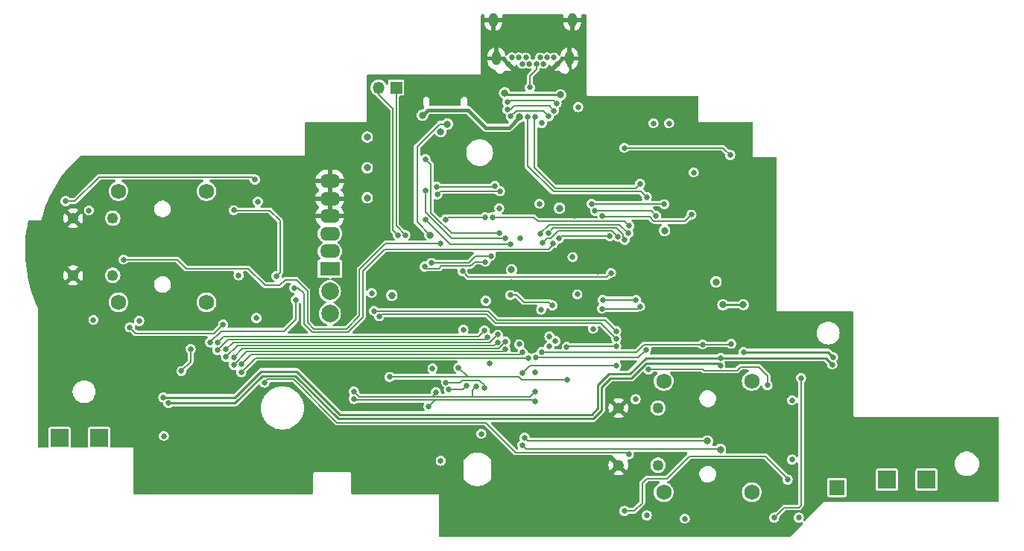
<source format=gbr>
G04 #@! TF.GenerationSoftware,KiCad,Pcbnew,7.0.2*
G04 #@! TF.CreationDate,2023-06-19T11:15:08-07:00*
G04 #@! TF.ProjectId,procon_gcc_main_pcb,70726f63-6f6e-45f6-9763-635f6d61696e,1*
G04 #@! TF.SameCoordinates,Original*
G04 #@! TF.FileFunction,Copper,L4,Bot*
G04 #@! TF.FilePolarity,Positive*
%FSLAX46Y46*%
G04 Gerber Fmt 4.6, Leading zero omitted, Abs format (unit mm)*
G04 Created by KiCad (PCBNEW 7.0.2) date 2023-06-19 11:15:08*
%MOMM*%
%LPD*%
G01*
G04 APERTURE LIST*
G04 #@! TA.AperFunction,ComponentPad*
%ADD10R,1.700000X1.700000*%
G04 #@! TD*
G04 #@! TA.AperFunction,ComponentPad*
%ADD11R,2.300000X1.600000*%
G04 #@! TD*
G04 #@! TA.AperFunction,ComponentPad*
%ADD12O,2.300000X1.600000*%
G04 #@! TD*
G04 #@! TA.AperFunction,ComponentPad*
%ADD13R,2.000000X2.000000*%
G04 #@! TD*
G04 #@! TA.AperFunction,ComponentPad*
%ADD14C,1.750000*%
G04 #@! TD*
G04 #@! TA.AperFunction,ComponentPad*
%ADD15C,1.250000*%
G04 #@! TD*
G04 #@! TA.AperFunction,ComponentPad*
%ADD16R,1.350000X1.350000*%
G04 #@! TD*
G04 #@! TA.AperFunction,ComponentPad*
%ADD17O,1.350000X1.350000*%
G04 #@! TD*
G04 #@! TA.AperFunction,ComponentPad*
%ADD18C,0.650000*%
G04 #@! TD*
G04 #@! TA.AperFunction,ComponentPad*
%ADD19O,1.000000X1.600000*%
G04 #@! TD*
G04 #@! TA.AperFunction,SMDPad,CuDef*
%ADD20C,2.000000*%
G04 #@! TD*
G04 #@! TA.AperFunction,ViaPad*
%ADD21C,0.650000*%
G04 #@! TD*
G04 #@! TA.AperFunction,ViaPad*
%ADD22C,0.800000*%
G04 #@! TD*
G04 #@! TA.AperFunction,ViaPad*
%ADD23C,0.950000*%
G04 #@! TD*
G04 #@! TA.AperFunction,Conductor*
%ADD24C,0.250000*%
G04 #@! TD*
G04 #@! TA.AperFunction,Conductor*
%ADD25C,0.150000*%
G04 #@! TD*
G04 #@! TA.AperFunction,Conductor*
%ADD26C,0.400000*%
G04 #@! TD*
G04 #@! TA.AperFunction,Conductor*
%ADD27C,0.200000*%
G04 #@! TD*
G04 APERTURE END LIST*
D10*
X172983595Y-145804174D03*
D11*
X115400000Y-120950000D03*
D12*
X115400000Y-118950000D03*
X115400000Y-116950000D03*
X115400000Y-114950000D03*
X115400000Y-112950000D03*
X115400000Y-110950000D03*
D13*
X178675000Y-144906500D03*
X84675000Y-140125000D03*
D14*
X153320200Y-133697000D03*
X153320200Y-146347000D03*
X163320200Y-133697000D03*
X163320200Y-146347000D03*
D15*
X152670200Y-136772000D03*
X152670200Y-143272000D03*
X148170200Y-136772000D03*
X148170200Y-143272000D03*
D16*
X122920000Y-100330000D03*
D17*
X120920000Y-100330000D03*
D18*
X135660000Y-97625000D03*
X136060000Y-96925000D03*
X136860000Y-96925000D03*
X137260000Y-97625000D03*
X137660000Y-96925000D03*
X138060000Y-97625000D03*
X138860000Y-97625000D03*
X139260000Y-96925000D03*
X139660000Y-97625000D03*
X140060000Y-96925000D03*
X140860000Y-96925000D03*
X141260000Y-97625000D03*
D19*
X142950000Y-92635000D03*
X142590000Y-97025000D03*
X134330000Y-97025000D03*
X133970000Y-92635000D03*
D14*
X91377000Y-112107600D03*
X91377000Y-124757600D03*
X101377000Y-112107600D03*
X101377000Y-124757600D03*
D15*
X90727000Y-115182600D03*
X90727000Y-121682600D03*
X86227000Y-115182600D03*
X86227000Y-121682600D03*
D13*
X89175000Y-140125000D03*
X183175000Y-144906500D03*
D20*
X115400000Y-126030000D03*
X115400000Y-123490000D03*
D21*
X93726331Y-126862917D03*
X134620000Y-114046000D03*
X130562373Y-127876914D03*
X168667000Y-149234000D03*
X142970303Y-119602303D03*
X133110093Y-124574727D03*
X88535000Y-126744000D03*
X167905000Y-142630000D03*
X127054837Y-132259660D03*
X151395000Y-148980000D03*
X127985961Y-142771665D03*
X136906432Y-129527645D03*
X152146000Y-104394000D03*
D22*
X119634000Y-112870000D03*
D21*
X120142000Y-123698000D03*
X145288000Y-127762000D03*
D22*
X119634000Y-109456500D03*
D21*
X150125000Y-135772000D03*
D22*
X141478000Y-114046000D03*
X119634000Y-105967500D03*
X122428000Y-123952000D03*
D21*
X105020929Y-121684734D03*
X155702000Y-149352000D03*
X143500453Y-123854037D03*
X88027000Y-114298000D03*
X138675176Y-132700935D03*
X107208063Y-113292025D03*
X96520000Y-139954000D03*
X107037293Y-126541343D03*
X137028008Y-117460000D03*
X167894000Y-135890000D03*
X156718000Y-109982000D03*
X132588000Y-139700000D03*
X142748000Y-100838000D03*
X120904000Y-116586000D03*
X145804133Y-112938500D03*
X133096000Y-100076000D03*
X143221104Y-114944030D03*
D22*
X127107283Y-123666449D03*
D21*
X150114000Y-104140000D03*
X120142000Y-139446000D03*
X106417379Y-120315295D03*
X103267000Y-124712000D03*
X152908000Y-107950000D03*
X132295074Y-125071565D03*
X96251364Y-140759909D03*
X134620000Y-138938000D03*
X165873000Y-145170000D03*
D22*
X139700000Y-105918000D03*
D21*
X94658085Y-124431035D03*
X149481155Y-131664147D03*
X163068000Y-117348000D03*
X111760000Y-127508000D03*
X145825146Y-121260797D03*
X165365000Y-141868000D03*
X143510000Y-128270000D03*
X170942000Y-133350000D03*
X120142000Y-136652000D03*
X102600819Y-120120673D03*
X165558656Y-131908586D03*
X93841951Y-129753459D03*
X125476000Y-122682000D03*
X102616000Y-140462000D03*
D22*
X157480000Y-124714000D03*
D21*
X103395240Y-111997354D03*
X85578500Y-112054911D03*
D22*
X140462000Y-113538000D03*
D21*
X85578500Y-124712000D03*
X147585000Y-145932000D03*
X164857000Y-150758000D03*
X156718000Y-146558000D03*
X151788505Y-121225927D03*
X135988986Y-122489828D03*
X153924000Y-104394000D03*
X96486350Y-135568701D03*
X139192000Y-113538000D03*
X172466000Y-131826000D03*
D22*
X153416000Y-116586000D03*
X159258000Y-122428000D03*
D21*
X159766000Y-131064000D03*
X99568000Y-130048000D03*
X98532731Y-132568731D03*
X172548500Y-130980513D03*
X159750995Y-131913370D03*
X97059568Y-136218201D03*
D22*
X160046410Y-125022965D03*
D21*
X162376218Y-130414500D03*
D22*
X162368205Y-125022965D03*
X135250000Y-100950000D03*
X141600000Y-101150000D03*
D21*
X135889284Y-123917342D03*
X140655008Y-125103788D03*
D22*
X125910445Y-103485736D03*
X136951582Y-103667026D03*
D21*
X148844000Y-107188000D03*
X160871714Y-108012111D03*
X135560000Y-102010000D03*
X141150037Y-102109750D03*
D22*
X127988555Y-105343940D03*
D21*
X127552150Y-111614186D03*
X134112000Y-111506000D03*
X135580464Y-102859256D03*
X140859500Y-102955721D03*
X139490000Y-104340000D03*
X150169000Y-124460000D03*
D23*
X115399875Y-126024784D03*
D21*
X138725000Y-103700000D03*
X150622000Y-111252000D03*
X146370500Y-124460000D03*
X153388660Y-113593849D03*
X145127916Y-113538000D03*
X152443077Y-114896437D03*
X145521157Y-114366463D03*
X146355074Y-114943530D03*
X156457671Y-114790556D03*
X102638667Y-129310618D03*
X132954745Y-127933292D03*
X133288465Y-128714500D03*
X102597604Y-130199504D03*
X103612047Y-130088267D03*
X134468986Y-128424319D03*
X134455541Y-129285586D03*
X103587142Y-130960994D03*
X135349887Y-129239062D03*
X104475631Y-131002427D03*
X135343064Y-130093708D03*
X104464757Y-131861123D03*
X105359559Y-131816120D03*
X137299911Y-130464500D03*
X137922000Y-131064000D03*
X105322545Y-132700957D03*
X150622000Y-125222000D03*
X146304000Y-125476000D03*
X137875497Y-103700000D03*
X151384000Y-112776000D03*
X138110500Y-100325000D03*
D23*
X115393423Y-123482711D03*
D21*
X135952868Y-103627332D03*
X140240000Y-103600000D03*
X134712689Y-112106689D03*
X127585799Y-112489066D03*
X143600000Y-102550000D03*
X130460546Y-121226096D03*
X147320000Y-121412000D03*
X151584478Y-132387522D03*
X165106351Y-134191230D03*
X165873000Y-149234000D03*
X168910000Y-133350000D03*
X135890000Y-118110000D03*
X126238000Y-115316000D03*
X126238000Y-112014000D03*
X135289311Y-117485500D03*
X134671163Y-116886000D03*
X126238000Y-108458000D03*
X151308546Y-130152209D03*
X138773731Y-131031781D03*
X139438596Y-130432281D03*
X157734000Y-129540000D03*
X160988701Y-129462658D03*
X101789256Y-129298146D03*
X111506000Y-124460000D03*
X137515984Y-140168988D03*
D22*
X158289061Y-140543759D03*
D21*
X139405270Y-125570588D03*
X140316540Y-129785101D03*
X137247348Y-140974897D03*
D22*
X159766000Y-141478000D03*
D21*
X167397000Y-144916000D03*
X148855000Y-148472000D03*
X133858000Y-115062000D03*
X149384122Y-116050151D03*
X85375221Y-113236927D03*
X106869300Y-110801928D03*
X127987924Y-118081924D03*
X133008554Y-115071795D03*
X128524000Y-115316000D03*
X91948000Y-119888000D03*
X120396000Y-125730000D03*
X138684000Y-134874000D03*
X147919500Y-128016000D03*
X147198879Y-117213045D03*
X141404177Y-117497313D03*
X132000173Y-134288316D03*
X127432841Y-134967501D03*
X118110000Y-134882500D03*
X92662542Y-127596428D03*
X103267000Y-127252000D03*
X109315105Y-121762452D03*
X104473364Y-114290045D03*
X149352000Y-142063488D03*
X107962872Y-133883745D03*
D22*
X136030294Y-121057593D03*
X126766222Y-117099496D03*
X128751620Y-104486351D03*
D21*
X123102497Y-117094000D03*
X126167632Y-120689085D03*
X133072036Y-120142000D03*
X126910268Y-120276596D03*
X133671536Y-119468777D03*
X123952000Y-117094000D03*
X133548657Y-131702501D03*
X140340984Y-128624884D03*
X148873233Y-117647016D03*
X122174000Y-133233500D03*
X142305553Y-129811740D03*
X130005677Y-132178963D03*
X142311493Y-133531152D03*
X147919500Y-129744441D03*
X140205307Y-116837159D03*
X126573027Y-136571982D03*
X120996689Y-126330689D03*
X139525184Y-117975142D03*
X138671220Y-136025083D03*
X148109237Y-117275581D03*
X130887178Y-134256953D03*
X128906167Y-134655907D03*
X118110000Y-135732003D03*
X147919500Y-128865503D03*
X140747854Y-118036659D03*
X111320153Y-123112063D03*
X139325404Y-117003791D03*
X149293981Y-116894857D03*
X147919500Y-131948063D03*
X137283380Y-132782656D03*
X141035477Y-129161171D03*
X132908956Y-134502055D03*
X128588745Y-133855475D03*
D24*
X159766000Y-131064000D02*
X171704000Y-131064000D01*
X145116632Y-137524647D02*
X116523222Y-137524647D01*
X107589358Y-132603451D02*
X104624108Y-135568701D01*
X145823266Y-136818013D02*
X145116632Y-137524647D01*
X104624108Y-135568701D02*
X96486350Y-135568701D01*
X145823266Y-134193375D02*
X145823266Y-136818013D01*
X116523222Y-137524647D02*
X111602026Y-132603451D01*
X147110348Y-132906293D02*
X145823266Y-134193375D01*
X151287239Y-131064000D02*
X149444946Y-132906293D01*
X111602026Y-132603451D02*
X107589358Y-132603451D01*
X159766000Y-131064000D02*
X151287239Y-131064000D01*
X171704000Y-131064000D02*
X172466000Y-131826000D01*
X149444946Y-132906293D02*
X147110348Y-132906293D01*
D25*
X99568000Y-131533462D02*
X98532731Y-132568731D01*
X99568000Y-130048000D02*
X99568000Y-131533462D01*
D24*
X160046410Y-125022965D02*
X162368205Y-125022965D01*
X107733720Y-133095485D02*
X111457664Y-133095485D01*
X104611004Y-136218201D02*
X107733720Y-133095485D01*
X151290536Y-131709410D02*
X159547035Y-131709410D01*
X171982487Y-130414500D02*
X172548500Y-130980513D01*
X146273266Y-137004409D02*
X146273266Y-134379771D01*
X162376218Y-130414500D02*
X171982487Y-130414500D01*
X146273266Y-134379771D02*
X147296744Y-133356293D01*
X159547035Y-131709410D02*
X159750995Y-131913370D01*
X145286231Y-137991444D02*
X146273266Y-137004409D01*
X97059568Y-136218201D02*
X104611004Y-136218201D01*
X149643653Y-133356293D02*
X151290536Y-131709410D01*
X147296744Y-133356293D02*
X149643653Y-133356293D01*
X116353623Y-137991444D02*
X145286231Y-137991444D01*
X111457664Y-133095485D02*
X116353623Y-137991444D01*
X135450000Y-101150000D02*
X135250000Y-100950000D01*
X141600000Y-101150000D02*
X135450000Y-101150000D01*
D25*
X140265220Y-124714000D02*
X140655008Y-125103788D01*
X136617342Y-123917342D02*
X137414000Y-124714000D01*
X135889284Y-123917342D02*
X136617342Y-123917342D01*
X137414000Y-124714000D02*
X140265220Y-124714000D01*
D26*
X133096000Y-104902000D02*
X135716608Y-104902000D01*
X125910445Y-103485736D02*
X126526181Y-102870000D01*
X131064000Y-102870000D02*
X133096000Y-104902000D01*
X135716608Y-104902000D02*
X136951582Y-103667026D01*
X126526181Y-102870000D02*
X131064000Y-102870000D01*
D25*
X148844000Y-107188000D02*
X160047603Y-107188000D01*
X160047603Y-107188000D02*
X160871714Y-108012111D01*
X140840287Y-101800000D02*
X141150037Y-102109750D01*
X138560000Y-101800000D02*
X140840287Y-101800000D01*
X135770000Y-101800000D02*
X138560000Y-101800000D01*
X135560000Y-102010000D02*
X135770000Y-101800000D01*
X135580464Y-102859256D02*
X135880744Y-102859256D01*
X136360000Y-102380000D02*
X140283779Y-102380000D01*
X135880744Y-102859256D02*
X136360000Y-102380000D01*
X140283779Y-102380000D02*
X140859500Y-102955721D01*
X134003814Y-111614186D02*
X134112000Y-111506000D01*
X127552150Y-111614186D02*
X134003814Y-111614186D01*
D27*
X115400000Y-126030000D02*
X115400000Y-126024909D01*
X115400000Y-126024909D02*
X115399875Y-126024784D01*
X138638836Y-103786164D02*
X138638836Y-109428836D01*
X150114000Y-111760000D02*
X150622000Y-111252000D01*
X138725000Y-103700000D02*
X138638836Y-103786164D01*
X150169000Y-124460000D02*
X146370500Y-124460000D01*
X140970000Y-111760000D02*
X150114000Y-111760000D01*
X138638836Y-109428836D02*
X140970000Y-111760000D01*
D25*
X153332811Y-113538000D02*
X153388660Y-113593849D01*
X145127916Y-113538000D02*
X153332811Y-113538000D01*
X145543590Y-114344030D02*
X151890670Y-114344030D01*
X151890670Y-114344030D02*
X152443077Y-114896437D01*
X145521157Y-114366463D02*
X145543590Y-114344030D01*
X146428558Y-115017014D02*
X151715125Y-115017014D01*
X151715125Y-115017014D02*
X152194548Y-115496437D01*
X146355074Y-114943530D02*
X146428558Y-115017014D01*
X155751790Y-115496437D02*
X156457671Y-114790556D01*
X152194548Y-115496437D02*
X155751790Y-115496437D01*
X132954745Y-127933292D02*
X132274037Y-128614000D01*
X132274037Y-128614000D02*
X103335285Y-128614000D01*
X103335285Y-128614000D02*
X102638667Y-129310618D01*
X103833108Y-128964000D02*
X102597604Y-130199504D01*
X133288465Y-128714500D02*
X133038965Y-128964000D01*
X133038965Y-128964000D02*
X103833108Y-128964000D01*
X133579305Y-129314000D02*
X132072375Y-129314000D01*
X134468986Y-128424319D02*
X133579305Y-129314000D01*
X104386314Y-129314000D02*
X103612047Y-130088267D01*
X132072375Y-129314000D02*
X104386314Y-129314000D01*
X134077127Y-129664000D02*
X133113345Y-129664000D01*
X104884136Y-129664000D02*
X103587142Y-130960994D01*
X133113345Y-129664000D02*
X104884136Y-129664000D01*
X134455541Y-129285586D02*
X134077127Y-129664000D01*
X105464058Y-130014000D02*
X104475631Y-131002427D01*
X135349887Y-129239062D02*
X134574949Y-130014000D01*
X133577588Y-130014000D02*
X105464058Y-130014000D01*
X134574949Y-130014000D02*
X133577588Y-130014000D01*
X105961880Y-130364000D02*
X104464757Y-131861123D01*
X135343064Y-130093708D02*
X135072772Y-130364000D01*
X135072772Y-130364000D02*
X133406871Y-130364000D01*
X133406871Y-130364000D02*
X105961880Y-130364000D01*
X129430281Y-130714000D02*
X106461679Y-130714000D01*
X106461679Y-130714000D02*
X105359559Y-131816120D01*
X137299911Y-130464500D02*
X137050411Y-130714000D01*
X137050411Y-130714000D02*
X129430281Y-130714000D01*
X137922000Y-131064000D02*
X106959502Y-131064000D01*
X106959502Y-131064000D02*
X105322545Y-132700957D01*
X138860000Y-98284619D02*
X138110500Y-99034119D01*
D27*
X115400000Y-123489288D02*
X115393423Y-123482711D01*
X137875497Y-109231183D02*
X140804315Y-112160000D01*
X137875497Y-103700000D02*
X137875497Y-109231183D01*
X140804315Y-112160000D02*
X150768000Y-112160000D01*
D25*
X138110500Y-99034119D02*
X138110500Y-100325000D01*
D27*
X146304000Y-125476000D02*
X150368000Y-125476000D01*
X150768000Y-112160000D02*
X151384000Y-112776000D01*
X115400000Y-123490000D02*
X115400000Y-123489288D01*
D25*
X138860000Y-97625000D02*
X138860000Y-98284619D01*
D27*
X150368000Y-125476000D02*
X150622000Y-125222000D01*
D25*
X127968176Y-112106689D02*
X127585799Y-112489066D01*
X139632026Y-102992026D02*
X136588174Y-102992026D01*
X134712689Y-112106689D02*
X127968176Y-112106689D01*
X140240000Y-103600000D02*
X139632026Y-102992026D01*
X136588174Y-102992026D02*
X135952868Y-103627332D01*
X131124778Y-121890328D02*
X146841672Y-121890328D01*
X130460546Y-121226096D02*
X131124778Y-121890328D01*
X146841672Y-121890328D02*
X147320000Y-121412000D01*
X151584478Y-132387522D02*
X151638000Y-132334000D01*
X151638000Y-132334000D02*
X157734000Y-132334000D01*
X162052000Y-132080000D02*
X164084000Y-132080000D01*
X157913370Y-132513370D02*
X161618630Y-132513370D01*
X157734000Y-132334000D02*
X157913370Y-132513370D01*
X161618630Y-132513370D02*
X162052000Y-132080000D01*
X165106351Y-133102351D02*
X165106351Y-134191230D01*
X164084000Y-132080000D02*
X165106351Y-133102351D01*
X167025000Y-148082000D02*
X165873000Y-149234000D01*
X168910000Y-147828000D02*
X168656000Y-148082000D01*
X168656000Y-148082000D02*
X167025000Y-148082000D01*
X168910000Y-133350000D02*
X168910000Y-147828000D01*
X126238000Y-115316000D02*
X129032000Y-118110000D01*
X129032000Y-118110000D02*
X135890000Y-118110000D01*
X126238000Y-114467471D02*
X126238000Y-112014000D01*
X126789264Y-115018735D02*
X126238000Y-114467471D01*
X129256029Y-117485500D02*
X126789264Y-115018735D01*
X135289311Y-117485500D02*
X129256029Y-117485500D01*
X126238000Y-108458000D02*
X126863000Y-109083000D01*
X129186859Y-116886000D02*
X134671163Y-116886000D01*
X127308430Y-115007571D02*
X129186859Y-116886000D01*
X126863000Y-109083000D02*
X126863000Y-114562141D01*
X126863000Y-114562141D02*
X127308430Y-115007571D01*
X150428974Y-131031781D02*
X151308546Y-130152209D01*
X138773731Y-131031781D02*
X150428974Y-131031781D01*
X150179945Y-130432281D02*
X151072226Y-129540000D01*
X160911359Y-129540000D02*
X160988701Y-129462658D01*
X157734000Y-129540000D02*
X160911359Y-129540000D01*
X151130000Y-129540000D02*
X157734000Y-129540000D01*
X151072226Y-129540000D02*
X151130000Y-129540000D01*
X139438596Y-130432281D02*
X150179945Y-130432281D01*
D27*
X111506000Y-126724282D02*
X111506000Y-124460000D01*
X110215782Y-128014500D02*
X111506000Y-126724282D01*
X101789256Y-129276145D02*
X103050901Y-128014500D01*
X101789256Y-129298146D02*
X101789256Y-129276145D01*
X103050901Y-128014500D02*
X110215782Y-128014500D01*
X137851743Y-140504747D02*
X137515984Y-140168988D01*
X158250049Y-140504747D02*
X137851743Y-140504747D01*
X158289061Y-140543759D02*
X158250049Y-140504747D01*
X159726988Y-141438988D02*
X159766000Y-141478000D01*
X137711439Y-141438988D02*
X159726988Y-141438988D01*
X137247348Y-140974897D02*
X137711439Y-141438988D01*
D25*
X167397000Y-144791000D02*
X164846000Y-142240000D01*
X156210000Y-142240000D02*
X153670000Y-144780000D01*
X164846000Y-142240000D02*
X156210000Y-142240000D01*
X149978000Y-148472000D02*
X148855000Y-148472000D01*
X167397000Y-144916000D02*
X167397000Y-144791000D01*
X153670000Y-144780000D02*
X151384000Y-144780000D01*
X150876000Y-145288000D02*
X150876000Y-147574000D01*
X150876000Y-147574000D02*
X149978000Y-148472000D01*
X151384000Y-144780000D02*
X150876000Y-145288000D01*
X149384122Y-116050151D02*
X148877501Y-115543530D01*
X138547279Y-115062000D02*
X133858000Y-115062000D01*
X139028809Y-115543530D02*
X138547279Y-115062000D01*
X148877501Y-115543530D02*
X139028809Y-115543530D01*
X106557372Y-110490000D02*
X106869300Y-110801928D01*
X85375221Y-113236927D02*
X86407073Y-113236927D01*
X89154000Y-110490000D02*
X106557372Y-110490000D01*
X86407073Y-113236927D02*
X89154000Y-110490000D01*
X106115566Y-120904000D02*
X108041044Y-122829478D01*
X117282689Y-127784062D02*
X113551269Y-127784062D01*
X109686128Y-122829478D02*
X110329838Y-122185768D01*
X111573644Y-122185768D02*
X110329838Y-122185768D01*
X113551269Y-127784062D02*
X112844174Y-127076967D01*
X133008554Y-115071795D02*
X128768205Y-115071795D01*
X121707102Y-118081924D02*
X118765033Y-121023993D01*
X112844174Y-127076967D02*
X112844174Y-123456298D01*
X108041044Y-122829478D02*
X109686128Y-122829478D01*
X128768205Y-115071795D02*
X128524000Y-115316000D01*
X99060000Y-120904000D02*
X106115566Y-120904000D01*
X118765033Y-121023993D02*
X118765033Y-126301718D01*
X127987924Y-118081924D02*
X121707102Y-118081924D01*
X118765033Y-126301718D02*
X117282689Y-127784062D01*
X91948000Y-119888000D02*
X98044000Y-119888000D01*
X98044000Y-119888000D02*
X99060000Y-120904000D01*
X112844174Y-123456298D02*
X111573644Y-122185768D01*
X131572000Y-135474000D02*
X127000000Y-135474000D01*
X141688445Y-117213045D02*
X147198879Y-117213045D01*
X146649500Y-126746000D02*
X147919500Y-128016000D01*
X131572000Y-135474000D02*
X131572000Y-134716489D01*
X134366000Y-126746000D02*
X137922000Y-126746000D01*
X118701500Y-135474000D02*
X118110000Y-134882500D01*
X127432841Y-134967501D02*
X127432841Y-135041159D01*
X120396000Y-125730000D02*
X133350000Y-125730000D01*
X127000000Y-135474000D02*
X118701500Y-135474000D01*
X138684000Y-134874000D02*
X138084000Y-135474000D01*
X141404177Y-117497313D02*
X141688445Y-117213045D01*
X137922000Y-126746000D02*
X146649500Y-126746000D01*
X138084000Y-135474000D02*
X131572000Y-135474000D01*
X134112000Y-126492000D02*
X134366000Y-126746000D01*
X133350000Y-125730000D02*
X134112000Y-126492000D01*
X127432841Y-135041159D02*
X127000000Y-135474000D01*
X131572000Y-134716489D02*
X132000173Y-134288316D01*
X93336114Y-128270000D02*
X102249000Y-128270000D01*
X92662542Y-127596428D02*
X93336114Y-128270000D01*
X102249000Y-128270000D02*
X103267000Y-127252000D01*
X108351132Y-133495485D02*
X111291978Y-133495485D01*
X133096000Y-138430000D02*
X136479988Y-141813988D01*
X104483319Y-114300000D02*
X104473364Y-114290045D01*
X109728000Y-115429454D02*
X108598546Y-114300000D01*
X107962872Y-133883745D02*
X108351132Y-133495485D01*
X109728000Y-121349557D02*
X109728000Y-115429454D01*
X136479988Y-141813988D02*
X149102500Y-141813988D01*
X108598546Y-114300000D02*
X104483319Y-114300000D01*
X149102500Y-141813988D02*
X149352000Y-142063488D01*
X111291978Y-133495485D02*
X116226493Y-138430000D01*
X109315105Y-121762452D02*
X109728000Y-121349557D01*
X116226493Y-138430000D02*
X133096000Y-138430000D01*
D27*
X125288102Y-107054443D02*
X125288102Y-108065319D01*
X127856194Y-104486351D02*
X125288102Y-107054443D01*
X128751620Y-104486351D02*
X127856194Y-104486351D01*
X125288102Y-108065319D02*
X125288102Y-115621376D01*
X125288102Y-115621376D02*
X126766222Y-117099496D01*
D25*
X131826000Y-120142000D02*
X131572000Y-120396000D01*
X131341404Y-120626596D02*
X128039404Y-120626596D01*
X128039404Y-120626596D02*
X127762000Y-120904000D01*
X123102497Y-117094000D02*
X122570000Y-116561503D01*
X131572000Y-120396000D02*
X131341404Y-120626596D01*
X122570000Y-102758000D02*
X120920000Y-101108000D01*
X133072036Y-120142000D02*
X131826000Y-120142000D01*
X127762000Y-120904000D02*
X126382547Y-120904000D01*
X126382547Y-120904000D02*
X126167632Y-120689085D01*
X122570000Y-116561503D02*
X122570000Y-102758000D01*
X120920000Y-101108000D02*
X120920000Y-100330000D01*
X133671536Y-119468777D02*
X131959166Y-119468777D01*
X122920000Y-100330000D02*
X122920000Y-116062000D01*
X122920000Y-116062000D02*
X123952000Y-117094000D01*
X131959166Y-119468777D02*
X131151347Y-120276596D01*
X131151347Y-120276596D02*
X126910268Y-120276596D01*
X122174000Y-133233500D02*
X131420057Y-133233500D01*
X147919500Y-129744441D02*
X142372852Y-129744441D01*
X148709237Y-117483020D02*
X148873233Y-117647016D01*
X131060214Y-133233500D02*
X131420057Y-133233500D01*
X147945730Y-116263545D02*
X148709237Y-117027052D01*
X142372852Y-129744441D02*
X142305553Y-129811740D01*
X148709237Y-117027052D02*
X148709237Y-117483020D01*
X136885695Y-133233500D02*
X137183347Y-133531152D01*
X140778921Y-116263545D02*
X147945730Y-116263545D01*
X131420057Y-133233500D02*
X136885695Y-133233500D01*
X140205307Y-116837159D02*
X140778921Y-116263545D01*
X130005677Y-132178963D02*
X131060214Y-133233500D01*
X137183347Y-133531152D02*
X142311493Y-133531152D01*
X118201997Y-135824000D02*
X121158000Y-135824000D01*
X146149997Y-127096000D02*
X147919500Y-128865503D01*
X135382000Y-127096000D02*
X146149997Y-127096000D01*
X127321009Y-135824000D02*
X126573027Y-136571982D01*
X130488224Y-134655907D02*
X130887178Y-134256953D01*
X121247378Y-126080000D02*
X123698000Y-126080000D01*
X141323335Y-116613545D02*
X147447201Y-116613545D01*
X147447201Y-116613545D02*
X148109237Y-117275581D01*
X118110000Y-135732003D02*
X118201997Y-135824000D01*
X128906167Y-134655907D02*
X130488224Y-134655907D01*
X123698000Y-126080000D02*
X133205026Y-126080000D01*
X133205026Y-126080000D02*
X133737513Y-126612487D01*
X121158000Y-135824000D02*
X127508000Y-135824000D01*
X134221026Y-127096000D02*
X135382000Y-127096000D01*
X138470137Y-135824000D02*
X138671220Y-136025083D01*
X127508000Y-135824000D02*
X127321009Y-135824000D01*
X140500221Y-117436659D02*
X141323335Y-116613545D01*
X140063667Y-117436659D02*
X140500221Y-117436659D01*
X127508000Y-135824000D02*
X138470137Y-135824000D01*
X120996689Y-126330689D02*
X121247378Y-126080000D01*
X139525184Y-117975142D02*
X140063667Y-117436659D01*
X133737513Y-126612487D02*
X134221026Y-127096000D01*
X140747854Y-118218513D02*
X140747854Y-118036659D01*
X140256367Y-118710000D02*
X140747854Y-118218513D01*
X121574000Y-118710000D02*
X140256367Y-118710000D01*
X112445327Y-123777826D02*
X112445327Y-127186786D01*
X111779564Y-123112063D02*
X112445327Y-123777826D01*
X113398927Y-128140386D02*
X117443426Y-128140386D01*
X112445327Y-127186786D02*
X113398927Y-128140386D01*
X111320153Y-123112063D02*
X111779564Y-123112063D01*
X119126000Y-121158000D02*
X121574000Y-118710000D01*
X119126000Y-126457812D02*
X119126000Y-121158000D01*
X117443426Y-128140386D02*
X119126000Y-126457812D01*
X139325404Y-117003791D02*
X139325404Y-116868533D01*
X148312669Y-115913545D02*
X149293981Y-116894857D01*
X139325404Y-116868533D02*
X140280392Y-115913545D01*
X147919500Y-131948063D02*
X138117973Y-131948063D01*
X138117973Y-131948063D02*
X137283380Y-132782656D01*
X140280392Y-115913545D02*
X148312669Y-115913545D01*
X132386188Y-133621605D02*
X130384037Y-133621605D01*
X132908956Y-134502055D02*
X132908956Y-134144373D01*
X130150167Y-133855475D02*
X128588745Y-133855475D01*
X130384037Y-133621605D02*
X130150167Y-133855475D01*
X132908956Y-134144373D02*
X132386188Y-133621605D01*
G04 #@! TA.AperFunction,Conductor*
G36*
X150230597Y-131376966D02*
G01*
X150276352Y-131429770D01*
X150286296Y-131498928D01*
X150257271Y-131562484D01*
X150251239Y-131568962D01*
X149325727Y-132494474D01*
X149264404Y-132527959D01*
X149238046Y-132530793D01*
X148449204Y-132530793D01*
X148382165Y-132511108D01*
X148336410Y-132458304D01*
X148326466Y-132389146D01*
X148350827Y-132331307D01*
X148422198Y-132238296D01*
X148480187Y-132098299D01*
X148499966Y-131948063D01*
X148480187Y-131797827D01*
X148422198Y-131657830D01*
X148376670Y-131598497D01*
X148344650Y-131556767D01*
X148319456Y-131491598D01*
X148333494Y-131423153D01*
X148382308Y-131373164D01*
X148443026Y-131357281D01*
X150163558Y-131357281D01*
X150230597Y-131376966D01*
G37*
G04 #@! TD.AperFunction*
G04 #@! TA.AperFunction,Conductor*
G36*
X112053954Y-124856310D02*
G01*
X112103944Y-124905123D01*
X112119827Y-124965842D01*
X112119827Y-127167158D01*
X112119355Y-127177966D01*
X112116062Y-127215593D01*
X112125839Y-127252082D01*
X112128180Y-127262638D01*
X112134926Y-127300893D01*
X112145156Y-127325589D01*
X112145773Y-127326470D01*
X112167439Y-127357413D01*
X112173242Y-127366522D01*
X112184530Y-127386073D01*
X112192133Y-127399241D01*
X112215616Y-127418946D01*
X112221069Y-127423521D01*
X112229045Y-127430830D01*
X112875034Y-128076819D01*
X112908519Y-128138142D01*
X112903535Y-128207834D01*
X112861663Y-128263767D01*
X112796199Y-128288184D01*
X112787353Y-128288500D01*
X110736825Y-128288500D01*
X110669786Y-128268815D01*
X110624031Y-128216011D01*
X110614087Y-128146853D01*
X110643112Y-128083297D01*
X110649144Y-128076819D01*
X110882111Y-127843852D01*
X111719043Y-127006918D01*
X111738895Y-126990797D01*
X111746669Y-126985719D01*
X111764500Y-126962808D01*
X111774227Y-126951795D01*
X111785550Y-126935935D01*
X111788604Y-126931837D01*
X111818517Y-126893408D01*
X111818517Y-126893405D01*
X111823108Y-126887508D01*
X111827885Y-126871464D01*
X111839129Y-126833694D01*
X111840679Y-126828851D01*
X111856500Y-126782770D01*
X111856500Y-126782765D01*
X111858925Y-126775702D01*
X111858616Y-126768237D01*
X111858617Y-126768236D01*
X111856606Y-126719603D01*
X111856500Y-126714480D01*
X111856500Y-124977603D01*
X111876185Y-124910564D01*
X111905013Y-124879228D01*
X111920340Y-124867467D01*
X111985509Y-124842272D01*
X112053954Y-124856310D01*
G37*
G04 #@! TD.AperFunction*
G04 #@! TA.AperFunction,Conductor*
G36*
X115649999Y-114458316D02*
G01*
X115621181Y-114440791D01*
X115475596Y-114400000D01*
X115362378Y-114400000D01*
X115250217Y-114415416D01*
X115150000Y-114458946D01*
X115150000Y-113441683D01*
X115178819Y-113459209D01*
X115324404Y-113500000D01*
X115437622Y-113500000D01*
X115549783Y-113484584D01*
X115650000Y-113441053D01*
X115649999Y-114458316D01*
G37*
G04 #@! TD.AperFunction*
G04 #@! TA.AperFunction,Conductor*
G36*
X115649999Y-112458316D02*
G01*
X115621181Y-112440791D01*
X115475596Y-112400000D01*
X115362378Y-112400000D01*
X115250217Y-112415416D01*
X115150000Y-112458946D01*
X115150000Y-111441683D01*
X115178819Y-111459209D01*
X115324404Y-111500000D01*
X115437622Y-111500000D01*
X115549783Y-111484584D01*
X115650000Y-111441053D01*
X115649999Y-112458316D01*
G37*
G04 #@! TD.AperFunction*
G04 #@! TA.AperFunction,Conductor*
G36*
X132929858Y-92034543D02*
G01*
X132975613Y-92087347D01*
X132985557Y-92156505D01*
X132984281Y-92163819D01*
X132969999Y-92233310D01*
X132970000Y-92384999D01*
X132970000Y-92385000D01*
X133720000Y-92385000D01*
X133720000Y-92885000D01*
X132970000Y-92885000D01*
X132970000Y-92982570D01*
X132970317Y-92988835D01*
X132985419Y-93137339D01*
X133046303Y-93331389D01*
X133145003Y-93509214D01*
X133277479Y-93663531D01*
X133438307Y-93788021D01*
X133620902Y-93877587D01*
X133720000Y-93903244D01*
X133720000Y-92959624D01*
X133734505Y-93032545D01*
X133789760Y-93115240D01*
X133872455Y-93170495D01*
X133970000Y-93189898D01*
X134067545Y-93170495D01*
X134150240Y-93115240D01*
X134205495Y-93032545D01*
X134220000Y-92959624D01*
X134220000Y-93908366D01*
X134221947Y-93908068D01*
X134412663Y-93837436D01*
X134585263Y-93729854D01*
X134732669Y-93589733D01*
X134848855Y-93422805D01*
X134929059Y-93235907D01*
X134970000Y-93036688D01*
X134970000Y-92885000D01*
X134220000Y-92885000D01*
X134220000Y-92385000D01*
X134970000Y-92385000D01*
X134970000Y-92287429D01*
X134969682Y-92281166D01*
X134956486Y-92151404D01*
X134969287Y-92082717D01*
X135017191Y-92031854D01*
X135079850Y-92014858D01*
X141842819Y-92014858D01*
X141909858Y-92034543D01*
X141955613Y-92087347D01*
X141965557Y-92156505D01*
X141964281Y-92163819D01*
X141950000Y-92233310D01*
X141950000Y-92385000D01*
X142700000Y-92385000D01*
X142700000Y-92885000D01*
X141950000Y-92885000D01*
X141950000Y-92982570D01*
X141950317Y-92988835D01*
X141965419Y-93137339D01*
X142026303Y-93331389D01*
X142125003Y-93509214D01*
X142257479Y-93663531D01*
X142418307Y-93788021D01*
X142600902Y-93877587D01*
X142700000Y-93903244D01*
X142700000Y-92959624D01*
X142714505Y-93032545D01*
X142769760Y-93115240D01*
X142852455Y-93170495D01*
X142950000Y-93189898D01*
X143047545Y-93170495D01*
X143130240Y-93115240D01*
X143185495Y-93032545D01*
X143200000Y-92959624D01*
X143200000Y-93908366D01*
X143201947Y-93908068D01*
X143392663Y-93837436D01*
X143565263Y-93729854D01*
X143712669Y-93589733D01*
X143828855Y-93422805D01*
X143909059Y-93235907D01*
X143950000Y-93036688D01*
X143950000Y-92885000D01*
X143200000Y-92885000D01*
X143200000Y-92385000D01*
X143950000Y-92385000D01*
X143950000Y-92287429D01*
X143949682Y-92281166D01*
X143936486Y-92151404D01*
X143949287Y-92082717D01*
X143997191Y-92031854D01*
X144059850Y-92014858D01*
X144431725Y-92014858D01*
X144498764Y-92034543D01*
X144544519Y-92087347D01*
X144555725Y-92138858D01*
X144555725Y-101078220D01*
X144551500Y-101110311D01*
X144550416Y-101114356D01*
X144550416Y-101114357D01*
X144550416Y-101114358D01*
X144555725Y-101134171D01*
X144555725Y-101134172D01*
X144571290Y-101192262D01*
X144628320Y-101249293D01*
X144706225Y-101270167D01*
X144710271Y-101269082D01*
X144742363Y-101264858D01*
X157131725Y-101264858D01*
X157198764Y-101284543D01*
X157244519Y-101337347D01*
X157255725Y-101388858D01*
X157255725Y-104078220D01*
X157251500Y-104110311D01*
X157250416Y-104114356D01*
X157250416Y-104114357D01*
X157250416Y-104114358D01*
X157255725Y-104134171D01*
X157255725Y-104134172D01*
X157261421Y-104155432D01*
X157270620Y-104189764D01*
X157271290Y-104192262D01*
X157328320Y-104249293D01*
X157406225Y-104270167D01*
X157410271Y-104269082D01*
X157442363Y-104264858D01*
X163331725Y-104264858D01*
X163398764Y-104284543D01*
X163444519Y-104337347D01*
X163455725Y-104388858D01*
X163455725Y-108078220D01*
X163451500Y-108110311D01*
X163450416Y-108114356D01*
X163450416Y-108114357D01*
X163450416Y-108114358D01*
X163455725Y-108134171D01*
X163455725Y-108134172D01*
X163471290Y-108192262D01*
X163528320Y-108249293D01*
X163606225Y-108270167D01*
X163610271Y-108269082D01*
X163642363Y-108264858D01*
X166031725Y-108264858D01*
X166098764Y-108284543D01*
X166144519Y-108337347D01*
X166155725Y-108388858D01*
X166155725Y-125578220D01*
X166151500Y-125610311D01*
X166150416Y-125614356D01*
X166150416Y-125614357D01*
X166155725Y-125634171D01*
X166163844Y-125664475D01*
X166171290Y-125692262D01*
X166228320Y-125749293D01*
X166306225Y-125770167D01*
X166310271Y-125769082D01*
X166342363Y-125764858D01*
X174731725Y-125764858D01*
X174798764Y-125784543D01*
X174844519Y-125837347D01*
X174855725Y-125888858D01*
X174855725Y-137578219D01*
X174851500Y-137610310D01*
X174850416Y-137614355D01*
X174850416Y-137614356D01*
X174850416Y-137614357D01*
X174855725Y-137634170D01*
X174855725Y-137634171D01*
X174861421Y-137655431D01*
X174868647Y-137682399D01*
X174871290Y-137692261D01*
X174928320Y-137749292D01*
X175006225Y-137770166D01*
X175010271Y-137769081D01*
X175042363Y-137764857D01*
X191281725Y-137764857D01*
X191348764Y-137784542D01*
X191394519Y-137837346D01*
X191405725Y-137888857D01*
X191405725Y-147339857D01*
X191386040Y-147406896D01*
X191333236Y-147452651D01*
X191281725Y-147463857D01*
X171612134Y-147463857D01*
X171606915Y-147463203D01*
X171555307Y-147463857D01*
X171523216Y-147463857D01*
X171519971Y-147464304D01*
X171513996Y-147464379D01*
X171513993Y-147464380D01*
X171511910Y-147465619D01*
X171480663Y-147478794D01*
X171478324Y-147479420D01*
X171478320Y-147479423D01*
X171474089Y-147483654D01*
X171471506Y-147485663D01*
X171462299Y-147495105D01*
X171462299Y-147495106D01*
X171449137Y-147508605D01*
X171430889Y-147526852D01*
X171412639Y-147545102D01*
X171409460Y-147549298D01*
X169387675Y-149622924D01*
X169326781Y-149657183D01*
X169257031Y-149653081D01*
X169200572Y-149611921D01*
X169175329Y-149546771D01*
X169184329Y-149488909D01*
X169227687Y-149384236D01*
X169247466Y-149234000D01*
X169227687Y-149083764D01*
X169169698Y-148943767D01*
X169077451Y-148823549D01*
X168957233Y-148731302D01*
X168942482Y-148725192D01*
X168916228Y-148714317D01*
X168817236Y-148673313D01*
X168792534Y-148670060D01*
X168690718Y-148656656D01*
X168673652Y-148649106D01*
X168665367Y-148653463D01*
X168657104Y-148654836D01*
X168516764Y-148673313D01*
X168376768Y-148731301D01*
X168256549Y-148823549D01*
X168164301Y-148943768D01*
X168106312Y-149083764D01*
X168086533Y-149234000D01*
X168106312Y-149384235D01*
X168149669Y-149488907D01*
X168164302Y-149524233D01*
X168256549Y-149644451D01*
X168376767Y-149736698D01*
X168516763Y-149794687D01*
X168516764Y-149794687D01*
X168666999Y-149814466D01*
X168666999Y-149814465D01*
X168667000Y-149814466D01*
X168817236Y-149794687D01*
X168935727Y-149745605D01*
X169005196Y-149738137D01*
X169067676Y-149769412D01*
X169103328Y-149829501D01*
X169100834Y-149899326D01*
X169071964Y-149946731D01*
X167629267Y-151426421D01*
X167568373Y-151460680D01*
X167540483Y-151463857D01*
X127930726Y-151463857D01*
X127863687Y-151444172D01*
X127817932Y-151391368D01*
X127806726Y-151339857D01*
X127806726Y-146750495D01*
X127810951Y-146718402D01*
X127812035Y-146714356D01*
X127791161Y-146636453D01*
X127791160Y-146636452D01*
X127734131Y-146579422D01*
X127734129Y-146579421D01*
X127656227Y-146558548D01*
X127656226Y-146558548D01*
X127652179Y-146559632D01*
X127620088Y-146563857D01*
X117930726Y-146563857D01*
X117863687Y-146544172D01*
X117817932Y-146491368D01*
X117806726Y-146439857D01*
X117806726Y-144795135D01*
X130601868Y-144795135D01*
X130603385Y-144802829D01*
X130604654Y-144815818D01*
X130608475Y-144830080D01*
X130610354Y-144838170D01*
X130616582Y-144869748D01*
X130621289Y-144877901D01*
X130621290Y-144877902D01*
X130621291Y-144877904D01*
X130635955Y-144892568D01*
X130647514Y-144905904D01*
X130711406Y-144991202D01*
X130888007Y-145171165D01*
X130891236Y-145173683D01*
X130891238Y-145173685D01*
X131083592Y-145323698D01*
X131086831Y-145326224D01*
X131304394Y-145453664D01*
X131536883Y-145551250D01*
X131780226Y-145617274D01*
X132030156Y-145650577D01*
X132034258Y-145650577D01*
X132278194Y-145650577D01*
X132282296Y-145650577D01*
X132532226Y-145617274D01*
X132775569Y-145551250D01*
X133008058Y-145453664D01*
X133225621Y-145326224D01*
X133424445Y-145171165D01*
X133601046Y-144991202D01*
X133664936Y-144905906D01*
X133676495Y-144892568D01*
X133691161Y-144877904D01*
X133691161Y-144877900D01*
X133695868Y-144869749D01*
X133697233Y-144862821D01*
X133697236Y-144862819D01*
X133702106Y-144838117D01*
X133703970Y-144830097D01*
X133706726Y-144819814D01*
X133706726Y-144819807D01*
X133707800Y-144815799D01*
X133709069Y-144802814D01*
X133710583Y-144795136D01*
X133706726Y-144764937D01*
X133706726Y-142735063D01*
X133710583Y-142704864D01*
X133709069Y-142697184D01*
X133707800Y-142684196D01*
X133703980Y-142669939D01*
X133702097Y-142661833D01*
X133697236Y-142637181D01*
X133697234Y-142637179D01*
X133695869Y-142630254D01*
X133691162Y-142622100D01*
X133691161Y-142622096D01*
X133676498Y-142607433D01*
X133664936Y-142594094D01*
X133603520Y-142512101D01*
X133603517Y-142512097D01*
X133601046Y-142508798D01*
X133424445Y-142328835D01*
X133421216Y-142326317D01*
X133421213Y-142326314D01*
X133228859Y-142176301D01*
X133228856Y-142176299D01*
X133225621Y-142173776D01*
X133222077Y-142171700D01*
X133222074Y-142171698D01*
X133018535Y-142052473D01*
X133008058Y-142046336D01*
X132775569Y-141948750D01*
X132744967Y-141940447D01*
X132536193Y-141883802D01*
X132536188Y-141883801D01*
X132532226Y-141882726D01*
X132528165Y-141882184D01*
X132528156Y-141882183D01*
X132286359Y-141849964D01*
X132286353Y-141849963D01*
X132282296Y-141849423D01*
X132030156Y-141849423D01*
X132026099Y-141849963D01*
X132026092Y-141849964D01*
X131784295Y-141882183D01*
X131784283Y-141882185D01*
X131780226Y-141882726D01*
X131776266Y-141883800D01*
X131776258Y-141883802D01*
X131540851Y-141947673D01*
X131540845Y-141947674D01*
X131536883Y-141948750D01*
X131533095Y-141950339D01*
X131533092Y-141950341D01*
X131308181Y-142044746D01*
X131308175Y-142044748D01*
X131304394Y-142046336D01*
X131300855Y-142048408D01*
X131300849Y-142048412D01*
X131090377Y-142171698D01*
X131090367Y-142171704D01*
X131086831Y-142173776D01*
X131083602Y-142176294D01*
X131083592Y-142176301D01*
X130891238Y-142326314D01*
X130891227Y-142326323D01*
X130888007Y-142328835D01*
X130885141Y-142331755D01*
X130885136Y-142331760D01*
X130714298Y-142505850D01*
X130714291Y-142505857D01*
X130711406Y-142508798D01*
X130708935Y-142512097D01*
X130647513Y-142594096D01*
X130635953Y-142607433D01*
X130621291Y-142622095D01*
X130616582Y-142630252D01*
X130610352Y-142661840D01*
X130608474Y-142669927D01*
X130604654Y-142684185D01*
X130603386Y-142697169D01*
X130601868Y-142704866D01*
X130605726Y-142735063D01*
X130605726Y-144764937D01*
X130601868Y-144795135D01*
X117806726Y-144795135D01*
X117806726Y-144250495D01*
X117810951Y-144218402D01*
X117812035Y-144214356D01*
X117799487Y-144167527D01*
X117791161Y-144136453D01*
X117791160Y-144136452D01*
X117791161Y-144136452D01*
X117763945Y-144109237D01*
X117734132Y-144079423D01*
X117734131Y-144079422D01*
X117734128Y-144079421D01*
X117656227Y-144058548D01*
X117656226Y-144058548D01*
X117652179Y-144059632D01*
X117620088Y-144063857D01*
X113692364Y-144063857D01*
X113660272Y-144059632D01*
X113656226Y-144058548D01*
X113656225Y-144058548D01*
X113636411Y-144063857D01*
X113578323Y-144079421D01*
X113521290Y-144136453D01*
X113500417Y-144214355D01*
X113500417Y-144214356D01*
X113500417Y-144214357D01*
X113501501Y-144218402D01*
X113505725Y-144250491D01*
X113505725Y-145386507D01*
X113505726Y-146439857D01*
X113486041Y-146506896D01*
X113433238Y-146552651D01*
X113381726Y-146563857D01*
X93230726Y-146563857D01*
X93163687Y-146544172D01*
X93117932Y-146491368D01*
X93106726Y-146439857D01*
X93106726Y-142771664D01*
X127405494Y-142771664D01*
X127425273Y-142921900D01*
X127452761Y-142988260D01*
X127483263Y-143061898D01*
X127575510Y-143182116D01*
X127695728Y-143274363D01*
X127786671Y-143312033D01*
X127835725Y-143332352D01*
X127985960Y-143352131D01*
X127985960Y-143352130D01*
X127985961Y-143352131D01*
X128136197Y-143332352D01*
X128276194Y-143274363D01*
X128396412Y-143182116D01*
X128488659Y-143061898D01*
X128546648Y-142921901D01*
X128566427Y-142771665D01*
X128557632Y-142704864D01*
X128546648Y-142621429D01*
X128523481Y-142565500D01*
X128488659Y-142481432D01*
X128396412Y-142361214D01*
X128276194Y-142268967D01*
X128276192Y-142268966D01*
X128136196Y-142210977D01*
X127985961Y-142191198D01*
X127835725Y-142210977D01*
X127695729Y-142268966D01*
X127575510Y-142361214D01*
X127483262Y-142481433D01*
X127425273Y-142621429D01*
X127405494Y-142771664D01*
X93106726Y-142771664D01*
X93106726Y-141450495D01*
X93110951Y-141418402D01*
X93112035Y-141414356D01*
X93094083Y-141347360D01*
X93091161Y-141336453D01*
X93091160Y-141336452D01*
X93091161Y-141336452D01*
X93064526Y-141309818D01*
X93034132Y-141279423D01*
X93034131Y-141279422D01*
X93034128Y-141279421D01*
X92956227Y-141258548D01*
X92956226Y-141258548D01*
X92952179Y-141259632D01*
X92920088Y-141263857D01*
X90549500Y-141263857D01*
X90482461Y-141244172D01*
X90436706Y-141191368D01*
X90425500Y-141139857D01*
X90425500Y-139954000D01*
X95939533Y-139954000D01*
X95959312Y-140104235D01*
X96015232Y-140239235D01*
X96017302Y-140244233D01*
X96109549Y-140364451D01*
X96229767Y-140456698D01*
X96369764Y-140514687D01*
X96520000Y-140534466D01*
X96670236Y-140514687D01*
X96810233Y-140456698D01*
X96930451Y-140364451D01*
X97022698Y-140244233D01*
X97080687Y-140104236D01*
X97100466Y-139954000D01*
X97080687Y-139803764D01*
X97037706Y-139700000D01*
X132007533Y-139700000D01*
X132027312Y-139850235D01*
X132085301Y-139990231D01*
X132085302Y-139990233D01*
X132177549Y-140110451D01*
X132297767Y-140202698D01*
X132437764Y-140260687D01*
X132588000Y-140280466D01*
X132738236Y-140260687D01*
X132878233Y-140202698D01*
X132998451Y-140110451D01*
X133090698Y-139990233D01*
X133148687Y-139850236D01*
X133168466Y-139700000D01*
X133148687Y-139549764D01*
X133090698Y-139409767D01*
X132998451Y-139289549D01*
X132878233Y-139197302D01*
X132878231Y-139197301D01*
X132738235Y-139139312D01*
X132588000Y-139119533D01*
X132437764Y-139139312D01*
X132297768Y-139197301D01*
X132177549Y-139289549D01*
X132085301Y-139409768D01*
X132027312Y-139549764D01*
X132007533Y-139700000D01*
X97037706Y-139700000D01*
X97022698Y-139663767D01*
X96930451Y-139543549D01*
X96810233Y-139451302D01*
X96810231Y-139451301D01*
X96670235Y-139393312D01*
X96520000Y-139373533D01*
X96369764Y-139393312D01*
X96229768Y-139451301D01*
X96109549Y-139543549D01*
X96017301Y-139663768D01*
X95959312Y-139803764D01*
X95939533Y-139954000D01*
X90425500Y-139954000D01*
X90425500Y-139100325D01*
X90410966Y-139027261D01*
X90410966Y-139027260D01*
X90355601Y-138944399D01*
X90272740Y-138889034D01*
X90272739Y-138889033D01*
X90272738Y-138889033D01*
X90199675Y-138874500D01*
X90199674Y-138874500D01*
X88150326Y-138874500D01*
X88150325Y-138874500D01*
X88077261Y-138889033D01*
X87994399Y-138944399D01*
X87939033Y-139027261D01*
X87924500Y-139100325D01*
X87924500Y-141139857D01*
X87904815Y-141206896D01*
X87852011Y-141252651D01*
X87800500Y-141263857D01*
X86049500Y-141263857D01*
X85982461Y-141244172D01*
X85936706Y-141191368D01*
X85925500Y-141139857D01*
X85925500Y-139100325D01*
X85910966Y-139027261D01*
X85910966Y-139027260D01*
X85855601Y-138944399D01*
X85772740Y-138889034D01*
X85772739Y-138889033D01*
X85772738Y-138889033D01*
X85699675Y-138874500D01*
X85699674Y-138874500D01*
X83650326Y-138874500D01*
X83650325Y-138874500D01*
X83577261Y-138889033D01*
X83494399Y-138944399D01*
X83439033Y-139027261D01*
X83424500Y-139100325D01*
X83424500Y-141139857D01*
X83404815Y-141206896D01*
X83352011Y-141252651D01*
X83300500Y-141263857D01*
X82330726Y-141263857D01*
X82263687Y-141244172D01*
X82217932Y-141191368D01*
X82206726Y-141139857D01*
X82206726Y-134914357D01*
X86169531Y-134914357D01*
X86189364Y-135141047D01*
X86248261Y-135360855D01*
X86344432Y-135567093D01*
X86474953Y-135753498D01*
X86635859Y-135914404D01*
X86822264Y-136044925D01*
X86822265Y-136044925D01*
X86822266Y-136044926D01*
X87028504Y-136141097D01*
X87248308Y-136199993D01*
X87399435Y-136213215D01*
X87474999Y-136219826D01*
X87474999Y-136219825D01*
X87475000Y-136219826D01*
X87701692Y-136199993D01*
X87921496Y-136141097D01*
X88127734Y-136044926D01*
X88314139Y-135914405D01*
X88475047Y-135753497D01*
X88605568Y-135567092D01*
X88701739Y-135360854D01*
X88760635Y-135141050D01*
X88780468Y-134914358D01*
X88760635Y-134687666D01*
X88701739Y-134467862D01*
X88605568Y-134261624D01*
X88602298Y-134256953D01*
X88475046Y-134075217D01*
X88314140Y-133914311D01*
X88127735Y-133783790D01*
X87921497Y-133687619D01*
X87701689Y-133628722D01*
X87474999Y-133608889D01*
X87248310Y-133628722D01*
X87028502Y-133687619D01*
X86822264Y-133783790D01*
X86635859Y-133914311D01*
X86474953Y-134075217D01*
X86344432Y-134261622D01*
X86248261Y-134467860D01*
X86189364Y-134687668D01*
X86169531Y-134914357D01*
X82206726Y-134914357D01*
X82206726Y-132568731D01*
X97952264Y-132568731D01*
X97972043Y-132718966D01*
X98026805Y-132851171D01*
X98030033Y-132858964D01*
X98122280Y-132979182D01*
X98242498Y-133071429D01*
X98361455Y-133120703D01*
X98382495Y-133129418D01*
X98532730Y-133149197D01*
X98532730Y-133149196D01*
X98532731Y-133149197D01*
X98682967Y-133129418D01*
X98822964Y-133071429D01*
X98943182Y-132979182D01*
X99035429Y-132858964D01*
X99093418Y-132718967D01*
X99113197Y-132568731D01*
X99107201Y-132523191D01*
X99117966Y-132454160D01*
X99142456Y-132419330D01*
X99784296Y-131777491D01*
X99792250Y-131770202D01*
X99821194Y-131745917D01*
X99840102Y-131713165D01*
X99845878Y-131704100D01*
X99867553Y-131673146D01*
X99867553Y-131673143D01*
X99868171Y-131672262D01*
X99878400Y-131647567D01*
X99878586Y-131646509D01*
X99878588Y-131646507D01*
X99885150Y-131609286D01*
X99887480Y-131598774D01*
X99897263Y-131562269D01*
X99894944Y-131535766D01*
X99893972Y-131524649D01*
X99893500Y-131513842D01*
X99893500Y-130584786D01*
X99913185Y-130517747D01*
X99942014Y-130486410D01*
X99953215Y-130477815D01*
X99978451Y-130458451D01*
X100070698Y-130338233D01*
X100128687Y-130198236D01*
X100148466Y-130048000D01*
X100128687Y-129897764D01*
X100070698Y-129757767D01*
X99978451Y-129637549D01*
X99858233Y-129545302D01*
X99858231Y-129545301D01*
X99718235Y-129487312D01*
X99568000Y-129467533D01*
X99417764Y-129487312D01*
X99277768Y-129545301D01*
X99157549Y-129637549D01*
X99065301Y-129757768D01*
X99007312Y-129897764D01*
X98987533Y-130048000D01*
X99007312Y-130198235D01*
X99056097Y-130316011D01*
X99065302Y-130338233D01*
X99153184Y-130452762D01*
X99157550Y-130458452D01*
X99193986Y-130486410D01*
X99235189Y-130542837D01*
X99242500Y-130584786D01*
X99242500Y-131347273D01*
X99222815Y-131414312D01*
X99206181Y-131434954D01*
X98682133Y-131959001D01*
X98620810Y-131992486D01*
X98578268Y-131994259D01*
X98532732Y-131988264D01*
X98382495Y-132008043D01*
X98242499Y-132066032D01*
X98122280Y-132158280D01*
X98030032Y-132278499D01*
X97972043Y-132418495D01*
X97952264Y-132568731D01*
X82206726Y-132568731D01*
X82206726Y-126743999D01*
X87954533Y-126743999D01*
X87974312Y-126894235D01*
X88013018Y-126987678D01*
X88032302Y-127034233D01*
X88124549Y-127154451D01*
X88244767Y-127246698D01*
X88367500Y-127297536D01*
X88384764Y-127304687D01*
X88534999Y-127324466D01*
X88534999Y-127324465D01*
X88535000Y-127324466D01*
X88685236Y-127304687D01*
X88825233Y-127246698D01*
X88945451Y-127154451D01*
X89037698Y-127034233D01*
X89095687Y-126894236D01*
X89115466Y-126744000D01*
X89095687Y-126593764D01*
X89037698Y-126453767D01*
X88945451Y-126333549D01*
X88825233Y-126241302D01*
X88825231Y-126241301D01*
X88685235Y-126183312D01*
X88535000Y-126163533D01*
X88384764Y-126183312D01*
X88244768Y-126241301D01*
X88124549Y-126333549D01*
X88032301Y-126453768D01*
X87974312Y-126593764D01*
X87954533Y-126743999D01*
X82206726Y-126743999D01*
X82206726Y-125415670D01*
X82206776Y-125412853D01*
X82207311Y-125382679D01*
X82202690Y-125372632D01*
X82195569Y-125352907D01*
X82191161Y-125336455D01*
X82191161Y-125336454D01*
X82191159Y-125336452D01*
X82182999Y-125322318D01*
X82183931Y-125321779D01*
X82173516Y-125306441D01*
X82150885Y-125254023D01*
X81936555Y-124757600D01*
X90246678Y-124757600D01*
X90265923Y-124965298D01*
X90323005Y-125165919D01*
X90415978Y-125352635D01*
X90541682Y-125519094D01*
X90695826Y-125659614D01*
X90695828Y-125659615D01*
X90695829Y-125659616D01*
X90873172Y-125769423D01*
X91067673Y-125844773D01*
X91272707Y-125883100D01*
X91272709Y-125883100D01*
X91481291Y-125883100D01*
X91481293Y-125883100D01*
X91686327Y-125844773D01*
X91880828Y-125769423D01*
X92058171Y-125659616D01*
X92212318Y-125519093D01*
X92338019Y-125352638D01*
X92338019Y-125352636D01*
X92338021Y-125352635D01*
X92430994Y-125165919D01*
X92488076Y-124965298D01*
X92496051Y-124879228D01*
X92507322Y-124757600D01*
X92507322Y-124757599D01*
X100246678Y-124757599D01*
X100265923Y-124965298D01*
X100323005Y-125165919D01*
X100415978Y-125352635D01*
X100541682Y-125519094D01*
X100695826Y-125659614D01*
X100695828Y-125659615D01*
X100695829Y-125659616D01*
X100873172Y-125769423D01*
X101067673Y-125844773D01*
X101272707Y-125883100D01*
X101272709Y-125883100D01*
X101481291Y-125883100D01*
X101481293Y-125883100D01*
X101686327Y-125844773D01*
X101880828Y-125769423D01*
X102058171Y-125659616D01*
X102212318Y-125519093D01*
X102338019Y-125352638D01*
X102338019Y-125352636D01*
X102338021Y-125352635D01*
X102430994Y-125165919D01*
X102488076Y-124965298D01*
X102496051Y-124879228D01*
X102507322Y-124757600D01*
X102491647Y-124588436D01*
X102488076Y-124549901D01*
X102430994Y-124349280D01*
X102338021Y-124162564D01*
X102212317Y-123996105D01*
X102058173Y-123855585D01*
X101880827Y-123745776D01*
X101686328Y-123670427D01*
X101617982Y-123657651D01*
X101481293Y-123632100D01*
X101272707Y-123632100D01*
X101182256Y-123649008D01*
X101067671Y-123670427D01*
X100873172Y-123745776D01*
X100695826Y-123855585D01*
X100541682Y-123996105D01*
X100415978Y-124162564D01*
X100323005Y-124349280D01*
X100265923Y-124549901D01*
X100246678Y-124757599D01*
X92507322Y-124757599D01*
X92491647Y-124588436D01*
X92488076Y-124549901D01*
X92430994Y-124349280D01*
X92338021Y-124162564D01*
X92212317Y-123996105D01*
X92058173Y-123855585D01*
X91880827Y-123745776D01*
X91686328Y-123670427D01*
X91617982Y-123657651D01*
X91481293Y-123632100D01*
X91272707Y-123632100D01*
X91182256Y-123649008D01*
X91067671Y-123670427D01*
X90873172Y-123745776D01*
X90695826Y-123855585D01*
X90541682Y-123996105D01*
X90415978Y-124162564D01*
X90323005Y-124349280D01*
X90265923Y-124549901D01*
X90246678Y-124757600D01*
X81936555Y-124757600D01*
X81902594Y-124678940D01*
X81900433Y-124673594D01*
X81643014Y-123990862D01*
X81641091Y-123985373D01*
X81634480Y-123964985D01*
X81416065Y-123291370D01*
X81414402Y-123285797D01*
X81222228Y-122581943D01*
X81220832Y-122576317D01*
X81061948Y-121864208D01*
X81060813Y-121858490D01*
X81030166Y-121682600D01*
X85097180Y-121682600D01*
X85116417Y-121890205D01*
X85173472Y-122090736D01*
X85266406Y-122277371D01*
X85271685Y-122284360D01*
X85782550Y-121773496D01*
X85783327Y-121783865D01*
X85832887Y-121910141D01*
X85917465Y-122016199D01*
X86029547Y-122092616D01*
X86137299Y-122125852D01*
X85628151Y-122634999D01*
X85723395Y-122693972D01*
X85917810Y-122769289D01*
X86122755Y-122807600D01*
X86331245Y-122807600D01*
X86473589Y-122780991D01*
X95422823Y-122780991D01*
X95452096Y-122972074D01*
X95519235Y-123153352D01*
X95621488Y-123317403D01*
X95621489Y-123317404D01*
X95621491Y-123317407D01*
X95754677Y-123457519D01*
X95913342Y-123567953D01*
X96090988Y-123644187D01*
X96280344Y-123683100D01*
X96280345Y-123683100D01*
X96422064Y-123683100D01*
X96425206Y-123683100D01*
X96569321Y-123668445D01*
X96753768Y-123610574D01*
X96922791Y-123516759D01*
X97069468Y-123390840D01*
X97150870Y-123285677D01*
X97187795Y-123237975D01*
X97208727Y-123195302D01*
X97272930Y-123064416D01*
X97321385Y-122877274D01*
X97331176Y-122684210D01*
X97331009Y-122683123D01*
X97301903Y-122493125D01*
X97234764Y-122311847D01*
X97132511Y-122147796D01*
X97132510Y-122147795D01*
X97132509Y-122147793D01*
X96999323Y-122007681D01*
X96999322Y-122007680D01*
X96999321Y-122007679D01*
X96840658Y-121897247D01*
X96663011Y-121821012D01*
X96496444Y-121786783D01*
X96473656Y-121782100D01*
X96328794Y-121782100D01*
X96325683Y-121782416D01*
X96325670Y-121782417D01*
X96184676Y-121796755D01*
X96000232Y-121854626D01*
X95831211Y-121948439D01*
X95782124Y-121990579D01*
X95709781Y-122052685D01*
X95684529Y-122074363D01*
X95566204Y-122227224D01*
X95481070Y-122400783D01*
X95474023Y-122428000D01*
X95433695Y-122583757D01*
X95432615Y-122587927D01*
X95422823Y-122780991D01*
X86473589Y-122780991D01*
X86536189Y-122769289D01*
X86730606Y-122693972D01*
X86825846Y-122635000D01*
X86825846Y-122634999D01*
X86315232Y-122124384D01*
X86361138Y-122117465D01*
X86483357Y-122058607D01*
X86582798Y-121966340D01*
X86650625Y-121848860D01*
X86668499Y-121770547D01*
X87182312Y-122284361D01*
X87182314Y-122284360D01*
X87187591Y-122277375D01*
X87280527Y-122090736D01*
X87337582Y-121890205D01*
X87356819Y-121682600D01*
X89846678Y-121682600D01*
X89850252Y-121716608D01*
X89865915Y-121865630D01*
X89922785Y-122040659D01*
X90014804Y-122200040D01*
X90137950Y-122336808D01*
X90286837Y-122444980D01*
X90454968Y-122519837D01*
X90634980Y-122558100D01*
X90634981Y-122558100D01*
X90819020Y-122558100D01*
X90999031Y-122519837D01*
X90999032Y-122519836D01*
X90999034Y-122519836D01*
X91167161Y-122444981D01*
X91316050Y-122336807D01*
X91439195Y-122200040D01*
X91531214Y-122040659D01*
X91588085Y-121865629D01*
X91607322Y-121682600D01*
X91588085Y-121499571D01*
X91543423Y-121362116D01*
X91531214Y-121324540D01*
X91439195Y-121165159D01*
X91316049Y-121028391D01*
X91167162Y-120920219D01*
X90999031Y-120845362D01*
X90819020Y-120807100D01*
X90819019Y-120807100D01*
X90634981Y-120807100D01*
X90634980Y-120807100D01*
X90454968Y-120845362D01*
X90286837Y-120920219D01*
X90137950Y-121028391D01*
X90014804Y-121165159D01*
X89922785Y-121324540D01*
X89865915Y-121499569D01*
X89853988Y-121613048D01*
X89846678Y-121682600D01*
X87356819Y-121682600D01*
X87337582Y-121474994D01*
X87280527Y-121274463D01*
X87187592Y-121087826D01*
X87182313Y-121080838D01*
X86671449Y-121591701D01*
X86670673Y-121581335D01*
X86621113Y-121455059D01*
X86536535Y-121349001D01*
X86424453Y-121272584D01*
X86316700Y-121239347D01*
X86825847Y-120730199D01*
X86730605Y-120671227D01*
X86536189Y-120595910D01*
X86331245Y-120557600D01*
X86122755Y-120557600D01*
X85917805Y-120595911D01*
X85723397Y-120671225D01*
X85628152Y-120730198D01*
X85628151Y-120730199D01*
X86138768Y-121240815D01*
X86092862Y-121247735D01*
X85970643Y-121306593D01*
X85871202Y-121398860D01*
X85803375Y-121516340D01*
X85785500Y-121594652D01*
X85271685Y-121080837D01*
X85271684Y-121080837D01*
X85266408Y-121087823D01*
X85173472Y-121274463D01*
X85116417Y-121474994D01*
X85097180Y-121682600D01*
X81030166Y-121682600D01*
X81009193Y-121562235D01*
X80935578Y-121139751D01*
X80934713Y-121133989D01*
X80934055Y-121128774D01*
X80843386Y-120410090D01*
X80842797Y-120404332D01*
X80802189Y-119888000D01*
X91367533Y-119888000D01*
X91387312Y-120038235D01*
X91438988Y-120162990D01*
X91445302Y-120178233D01*
X91537549Y-120298451D01*
X91657767Y-120390698D01*
X91797764Y-120448687D01*
X91948000Y-120468466D01*
X92098236Y-120448687D01*
X92238233Y-120390698D01*
X92358451Y-120298451D01*
X92366157Y-120288407D01*
X92386412Y-120262013D01*
X92442840Y-120220811D01*
X92484787Y-120213500D01*
X97857812Y-120213500D01*
X97924851Y-120233185D01*
X97945493Y-120249819D01*
X98815950Y-121120276D01*
X98823258Y-121128250D01*
X98847545Y-121157194D01*
X98871594Y-121171079D01*
X98880256Y-121176080D01*
X98889379Y-121181892D01*
X98899835Y-121189213D01*
X98920316Y-121203554D01*
X98920317Y-121203554D01*
X98921198Y-121204171D01*
X98945891Y-121214400D01*
X98946954Y-121214587D01*
X98946955Y-121214588D01*
X98984143Y-121221145D01*
X98994706Y-121223487D01*
X99031192Y-121233264D01*
X99031192Y-121233263D01*
X99031193Y-121233264D01*
X99068819Y-121229971D01*
X99079627Y-121229500D01*
X104400997Y-121229500D01*
X104468036Y-121249185D01*
X104513791Y-121301989D01*
X104523735Y-121371147D01*
X104515558Y-121400953D01*
X104460241Y-121534498D01*
X104440462Y-121684734D01*
X104460241Y-121834969D01*
X104518230Y-121974965D01*
X104518231Y-121974967D01*
X104610478Y-122095185D01*
X104730696Y-122187432D01*
X104870693Y-122245421D01*
X105020929Y-122265200D01*
X105171165Y-122245421D01*
X105311162Y-122187432D01*
X105431380Y-122095185D01*
X105523627Y-121974967D01*
X105581616Y-121834970D01*
X105601395Y-121684734D01*
X105581616Y-121534498D01*
X105562503Y-121488356D01*
X105526300Y-121400953D01*
X105518831Y-121331483D01*
X105550106Y-121269004D01*
X105610195Y-121233352D01*
X105640861Y-121229500D01*
X105929378Y-121229500D01*
X105996417Y-121249185D01*
X106017059Y-121265819D01*
X107796994Y-123045754D01*
X107804302Y-123053728D01*
X107828589Y-123082672D01*
X107852638Y-123096557D01*
X107861300Y-123101558D01*
X107870423Y-123107370D01*
X107901360Y-123129032D01*
X107901361Y-123129032D01*
X107902242Y-123129649D01*
X107926935Y-123139878D01*
X107927998Y-123140065D01*
X107927999Y-123140066D01*
X107965190Y-123146623D01*
X107975748Y-123148964D01*
X108012235Y-123158741D01*
X108012236Y-123158740D01*
X108012237Y-123158741D01*
X108049855Y-123155449D01*
X108060662Y-123154978D01*
X109666501Y-123154978D01*
X109677308Y-123155449D01*
X109714935Y-123158742D01*
X109751452Y-123148956D01*
X109761958Y-123146627D01*
X109799173Y-123140066D01*
X109799175Y-123140064D01*
X109800240Y-123139877D01*
X109824927Y-123129651D01*
X109825810Y-123129032D01*
X109825812Y-123129032D01*
X109856753Y-123107365D01*
X109865850Y-123101569D01*
X109898583Y-123082672D01*
X109922876Y-123053719D01*
X109930152Y-123045778D01*
X110428347Y-122547584D01*
X110489669Y-122514102D01*
X110516027Y-122511268D01*
X110804311Y-122511268D01*
X110871350Y-122530953D01*
X110917105Y-122583757D01*
X110927049Y-122652915D01*
X110902687Y-122710752D01*
X110848793Y-122780990D01*
X110817454Y-122821831D01*
X110759465Y-122961827D01*
X110739686Y-123112063D01*
X110759465Y-123262298D01*
X110817454Y-123402294D01*
X110817455Y-123402296D01*
X110909702Y-123522514D01*
X111029920Y-123614761D01*
X111169917Y-123672750D01*
X111267180Y-123685554D01*
X111331074Y-123713820D01*
X111369546Y-123772144D01*
X111370378Y-123842009D01*
X111333306Y-123901233D01*
X111298447Y-123923054D01*
X111215768Y-123957301D01*
X111095549Y-124049549D01*
X111003301Y-124169768D01*
X110945312Y-124309764D01*
X110925533Y-124460000D01*
X110945312Y-124610235D01*
X110990489Y-124719300D01*
X111003302Y-124750233D01*
X111084698Y-124856310D01*
X111095549Y-124870451D01*
X111106987Y-124879228D01*
X111148189Y-124935656D01*
X111155499Y-124977603D01*
X111155499Y-126527738D01*
X111135814Y-126594777D01*
X111119180Y-126615419D01*
X110106919Y-127627681D01*
X110045596Y-127661166D01*
X110019238Y-127664000D01*
X103904840Y-127664000D01*
X103837801Y-127644315D01*
X103792046Y-127591511D01*
X103782102Y-127522353D01*
X103790279Y-127492547D01*
X103815871Y-127430762D01*
X103827687Y-127402236D01*
X103847466Y-127252000D01*
X103841880Y-127209574D01*
X103827687Y-127101764D01*
X103800339Y-127035740D01*
X103769698Y-126961767D01*
X103677451Y-126841549D01*
X103557233Y-126749302D01*
X103544431Y-126743999D01*
X103417235Y-126691312D01*
X103266999Y-126671533D01*
X103116764Y-126691312D01*
X102976768Y-126749301D01*
X102856549Y-126841549D01*
X102764301Y-126961768D01*
X102706312Y-127101764D01*
X102686534Y-127252000D01*
X102692528Y-127297536D01*
X102681762Y-127366571D01*
X102657270Y-127401401D01*
X102150491Y-127908182D01*
X102089170Y-127941666D01*
X102062812Y-127944500D01*
X93522302Y-127944500D01*
X93455263Y-127924815D01*
X93434621Y-127908181D01*
X93272270Y-127745830D01*
X93238785Y-127684507D01*
X93237012Y-127641968D01*
X93243008Y-127596428D01*
X93226582Y-127471664D01*
X93237347Y-127402632D01*
X93283727Y-127350376D01*
X93350996Y-127331490D01*
X93417796Y-127351970D01*
X93425007Y-127357105D01*
X93426385Y-127358162D01*
X93436098Y-127365615D01*
X93576095Y-127423604D01*
X93726331Y-127443383D01*
X93876567Y-127423604D01*
X94016564Y-127365615D01*
X94136782Y-127273368D01*
X94229029Y-127153150D01*
X94287018Y-127013153D01*
X94306797Y-126862917D01*
X94287018Y-126712681D01*
X94229029Y-126572684D01*
X94204980Y-126541343D01*
X106456826Y-126541343D01*
X106476605Y-126691578D01*
X106533452Y-126828816D01*
X106534595Y-126831576D01*
X106626842Y-126951794D01*
X106747060Y-127044041D01*
X106887057Y-127102030D01*
X107037293Y-127121809D01*
X107187529Y-127102030D01*
X107327526Y-127044041D01*
X107447744Y-126951794D01*
X107539991Y-126831576D01*
X107597980Y-126691579D01*
X107617759Y-126541343D01*
X107597980Y-126391107D01*
X107539991Y-126251110D01*
X107447744Y-126130892D01*
X107327526Y-126038645D01*
X107322799Y-126036687D01*
X107187528Y-125980655D01*
X107037293Y-125960876D01*
X106887057Y-125980655D01*
X106747061Y-126038644D01*
X106626842Y-126130892D01*
X106534594Y-126251111D01*
X106476605Y-126391107D01*
X106456826Y-126541343D01*
X94204980Y-126541343D01*
X94136782Y-126452466D01*
X94016564Y-126360219D01*
X94016562Y-126360218D01*
X93876566Y-126302229D01*
X93726331Y-126282450D01*
X93576095Y-126302229D01*
X93436099Y-126360218D01*
X93315880Y-126452466D01*
X93223632Y-126572685D01*
X93165643Y-126712681D01*
X93145864Y-126862917D01*
X93162290Y-126987678D01*
X93151524Y-127056713D01*
X93105144Y-127108969D01*
X93037876Y-127127854D01*
X92971075Y-127107373D01*
X92963865Y-127102239D01*
X92952775Y-127093730D01*
X92812777Y-127035740D01*
X92662542Y-127015961D01*
X92512306Y-127035740D01*
X92372310Y-127093729D01*
X92252091Y-127185977D01*
X92159843Y-127306196D01*
X92101854Y-127446192D01*
X92082075Y-127596428D01*
X92101854Y-127746663D01*
X92159843Y-127886659D01*
X92159844Y-127886661D01*
X92252091Y-128006879D01*
X92372309Y-128099126D01*
X92512306Y-128157115D01*
X92662542Y-128176894D01*
X92708079Y-128170898D01*
X92777111Y-128181663D01*
X92811944Y-128206156D01*
X93092064Y-128486276D01*
X93099372Y-128494250D01*
X93123659Y-128523194D01*
X93147708Y-128537079D01*
X93156370Y-128542080D01*
X93165493Y-128547892D01*
X93196430Y-128569554D01*
X93196431Y-128569554D01*
X93197312Y-128570171D01*
X93222005Y-128580400D01*
X93223068Y-128580587D01*
X93223069Y-128580588D01*
X93260257Y-128587145D01*
X93270815Y-128589485D01*
X93307307Y-128599264D01*
X93344937Y-128595971D01*
X93355744Y-128595500D01*
X101394308Y-128595500D01*
X101461347Y-128615185D01*
X101507102Y-128667989D01*
X101517046Y-128737147D01*
X101488021Y-128800703D01*
X101469797Y-128817873D01*
X101385978Y-128882191D01*
X101378805Y-128887695D01*
X101286557Y-129007914D01*
X101228568Y-129147910D01*
X101208789Y-129298145D01*
X101228568Y-129448381D01*
X101279617Y-129571622D01*
X101286558Y-129588379D01*
X101378805Y-129708597D01*
X101499023Y-129800844D01*
X101611411Y-129847397D01*
X101639020Y-129858833D01*
X101789255Y-129878612D01*
X101789255Y-129878611D01*
X101789256Y-129878612D01*
X101913032Y-129862316D01*
X101982064Y-129873081D01*
X102034320Y-129919461D01*
X102053206Y-129986730D01*
X102043777Y-130032706D01*
X102036917Y-130049268D01*
X102017137Y-130199504D01*
X102036916Y-130349739D01*
X102093528Y-130486410D01*
X102094906Y-130489737D01*
X102187153Y-130609955D01*
X102307371Y-130702202D01*
X102447367Y-130760191D01*
X102447368Y-130760191D01*
X102597603Y-130779970D01*
X102597603Y-130779969D01*
X102597604Y-130779970D01*
X102747840Y-130760191D01*
X102851141Y-130717401D01*
X102920609Y-130709933D01*
X102983088Y-130741208D01*
X103018741Y-130801297D01*
X103021532Y-130848148D01*
X103006675Y-130960993D01*
X103026454Y-131111229D01*
X103034540Y-131130749D01*
X103084444Y-131251227D01*
X103176691Y-131371445D01*
X103296909Y-131463692D01*
X103417981Y-131513842D01*
X103436906Y-131521681D01*
X103587141Y-131541460D01*
X103587141Y-131541459D01*
X103587142Y-131541460D01*
X103737378Y-131521681D01*
X103756621Y-131513709D01*
X103826090Y-131506241D01*
X103888570Y-131537516D01*
X103924222Y-131597605D01*
X103921729Y-131667430D01*
X103918635Y-131675723D01*
X103904070Y-131710885D01*
X103884290Y-131861122D01*
X103904069Y-132011358D01*
X103947510Y-132116233D01*
X103962059Y-132151356D01*
X104054306Y-132271574D01*
X104174524Y-132363821D01*
X104312450Y-132420952D01*
X104314521Y-132421810D01*
X104464756Y-132441589D01*
X104464756Y-132441588D01*
X104464757Y-132441589D01*
X104614993Y-132421810D01*
X104614997Y-132421808D01*
X104621501Y-132420952D01*
X104690536Y-132431717D01*
X104742792Y-132478097D01*
X104761678Y-132545366D01*
X104760626Y-132560076D01*
X104742078Y-132700956D01*
X104761857Y-132851192D01*
X104819838Y-132991168D01*
X104819847Y-132991190D01*
X104912094Y-133111408D01*
X105032312Y-133203655D01*
X105172309Y-133261644D01*
X105322545Y-133281423D01*
X105472781Y-133261644D01*
X105612778Y-133203655D01*
X105732996Y-133111408D01*
X105825243Y-132991190D01*
X105883232Y-132851193D01*
X105903011Y-132700957D01*
X105897015Y-132655417D01*
X105907780Y-132586386D01*
X105932270Y-132551556D01*
X107058008Y-131425819D01*
X107119332Y-131392334D01*
X107145690Y-131389500D01*
X129784365Y-131389500D01*
X129851404Y-131409185D01*
X129897159Y-131461989D01*
X129907103Y-131531147D01*
X129878078Y-131594703D01*
X129831818Y-131628061D01*
X129715445Y-131676264D01*
X129595226Y-131768512D01*
X129502978Y-131888731D01*
X129444989Y-132028727D01*
X129425210Y-132178962D01*
X129444989Y-132329198D01*
X129491639Y-132441819D01*
X129502979Y-132469196D01*
X129595226Y-132589414D01*
X129715444Y-132681661D01*
X129720609Y-132685624D01*
X129761811Y-132742052D01*
X129765966Y-132811798D01*
X129731753Y-132872719D01*
X129670036Y-132905471D01*
X129645122Y-132908000D01*
X127520558Y-132908000D01*
X127453519Y-132888315D01*
X127407764Y-132835511D01*
X127397820Y-132766353D01*
X127426845Y-132702797D01*
X127445071Y-132685625D01*
X127465285Y-132670113D01*
X127465284Y-132670113D01*
X127465288Y-132670111D01*
X127557535Y-132549893D01*
X127615524Y-132409896D01*
X127635303Y-132259660D01*
X127615524Y-132109424D01*
X127557535Y-131969427D01*
X127465288Y-131849209D01*
X127345070Y-131756962D01*
X127345068Y-131756961D01*
X127205072Y-131698972D01*
X127054837Y-131679193D01*
X126904601Y-131698972D01*
X126764605Y-131756961D01*
X126644386Y-131849209D01*
X126552138Y-131969428D01*
X126494149Y-132109424D01*
X126474370Y-132259660D01*
X126494149Y-132409895D01*
X126552138Y-132549891D01*
X126552139Y-132549893D01*
X126633114Y-132655421D01*
X126644388Y-132670113D01*
X126664603Y-132685625D01*
X126705805Y-132742053D01*
X126709960Y-132811799D01*
X126675747Y-132872719D01*
X126614030Y-132905471D01*
X126589116Y-132908000D01*
X122710787Y-132908000D01*
X122643748Y-132888315D01*
X122612412Y-132859487D01*
X122584453Y-132823051D01*
X122584451Y-132823050D01*
X122584451Y-132823049D01*
X122464233Y-132730802D01*
X122461469Y-132729657D01*
X122324235Y-132672812D01*
X122174000Y-132653033D01*
X122023764Y-132672812D01*
X121883768Y-132730801D01*
X121763549Y-132823049D01*
X121671301Y-132943268D01*
X121613312Y-133083264D01*
X121593533Y-133233500D01*
X121613312Y-133383735D01*
X121657041Y-133489304D01*
X121671302Y-133523733D01*
X121763549Y-133643951D01*
X121883767Y-133736198D01*
X122023764Y-133794187D01*
X122174000Y-133813966D01*
X122324236Y-133794187D01*
X122464233Y-133736198D01*
X122584451Y-133643951D01*
X122605653Y-133616321D01*
X122612412Y-133607513D01*
X122668840Y-133566311D01*
X122710787Y-133559000D01*
X127905916Y-133559000D01*
X127972955Y-133578685D01*
X128018710Y-133631489D01*
X128028855Y-133699185D01*
X128008278Y-133855474D01*
X128028057Y-134005710D01*
X128083131Y-134138668D01*
X128086047Y-134145708D01*
X128178294Y-134265926D01*
X128290231Y-134351819D01*
X128305026Y-134363171D01*
X128346229Y-134419599D01*
X128350384Y-134489345D01*
X128345700Y-134503995D01*
X128325700Y-134655907D01*
X128345479Y-134806142D01*
X128400031Y-134937841D01*
X128403469Y-134946140D01*
X128405674Y-134949013D01*
X128430868Y-135014183D01*
X128416830Y-135082627D01*
X128368016Y-135132617D01*
X128307298Y-135148500D01*
X128130873Y-135148500D01*
X128063834Y-135128815D01*
X128018079Y-135076011D01*
X128007934Y-135008315D01*
X128013307Y-134967501D01*
X127993528Y-134817265D01*
X127988921Y-134806142D01*
X127935539Y-134677268D01*
X127843292Y-134557050D01*
X127723074Y-134464803D01*
X127707843Y-134458494D01*
X127583076Y-134406813D01*
X127432841Y-134387034D01*
X127282605Y-134406813D01*
X127142609Y-134464802D01*
X127022390Y-134557050D01*
X126930142Y-134677269D01*
X126872153Y-134817265D01*
X126852374Y-134967501D01*
X126857748Y-135008315D01*
X126846982Y-135077350D01*
X126800602Y-135129606D01*
X126734809Y-135148500D01*
X118887689Y-135148500D01*
X118820650Y-135128815D01*
X118800008Y-135112181D01*
X118719728Y-135031901D01*
X118686243Y-134970578D01*
X118684470Y-134928039D01*
X118690466Y-134882500D01*
X118670687Y-134732264D01*
X118612698Y-134592267D01*
X118520451Y-134472049D01*
X118400233Y-134379802D01*
X118400231Y-134379801D01*
X118260235Y-134321812D01*
X118110000Y-134302033D01*
X117959764Y-134321812D01*
X117819768Y-134379801D01*
X117699549Y-134472049D01*
X117607301Y-134592268D01*
X117549312Y-134732264D01*
X117529533Y-134882500D01*
X117549312Y-135032735D01*
X117607302Y-135172733D01*
X117652598Y-135231764D01*
X117677793Y-135296933D01*
X117663755Y-135365378D01*
X117652599Y-135382737D01*
X117607302Y-135441769D01*
X117549312Y-135581767D01*
X117529533Y-135732002D01*
X117549312Y-135882238D01*
X117589456Y-135979152D01*
X117607302Y-136022236D01*
X117699549Y-136142454D01*
X117819767Y-136234701D01*
X117959764Y-136292690D01*
X118110000Y-136312469D01*
X118260236Y-136292690D01*
X118400233Y-136234701D01*
X118477876Y-136175123D01*
X118543043Y-136149930D01*
X118553361Y-136149500D01*
X121129525Y-136149500D01*
X125939529Y-136149500D01*
X126006568Y-136169185D01*
X126052323Y-136221989D01*
X126062267Y-136291147D01*
X126054090Y-136320953D01*
X126012339Y-136421746D01*
X125992560Y-136571981D01*
X126012339Y-136722217D01*
X126070329Y-136862215D01*
X126137428Y-136949660D01*
X126162623Y-137014829D01*
X126148585Y-137083274D01*
X126099771Y-137133264D01*
X126039053Y-137149147D01*
X116730121Y-137149147D01*
X116663082Y-137129462D01*
X116642440Y-137112828D01*
X114281529Y-134751917D01*
X111904175Y-132374562D01*
X111888048Y-132354704D01*
X111882109Y-132345613D01*
X111857136Y-132326176D01*
X111845619Y-132316005D01*
X111845545Y-132315931D01*
X111828620Y-132303848D01*
X111824506Y-132300781D01*
X111783215Y-132268642D01*
X111783212Y-132268641D01*
X111776989Y-132263797D01*
X111776787Y-132263693D01*
X111769226Y-132261441D01*
X111769225Y-132261441D01*
X111719062Y-132246506D01*
X111714200Y-132244948D01*
X111694821Y-132238296D01*
X111657228Y-132225390D01*
X111656995Y-132225357D01*
X111617291Y-132226999D01*
X111596832Y-132227845D01*
X111591710Y-132227951D01*
X107641162Y-132227951D01*
X107615716Y-132225312D01*
X107605090Y-132223084D01*
X107573681Y-132226999D01*
X107558344Y-132227951D01*
X107558242Y-132227951D01*
X107537757Y-132231369D01*
X107532690Y-132232108D01*
X107472925Y-132239558D01*
X107472670Y-132239640D01*
X107419728Y-132268289D01*
X107415178Y-132270631D01*
X107361073Y-132297083D01*
X107360863Y-132297239D01*
X107320076Y-132341545D01*
X107316529Y-132345241D01*
X104504889Y-135156882D01*
X104443566Y-135190367D01*
X104417208Y-135193201D01*
X96984443Y-135193201D01*
X96917404Y-135173516D01*
X96908956Y-135167577D01*
X96895018Y-135156882D01*
X96776583Y-135066003D01*
X96776581Y-135066002D01*
X96636585Y-135008013D01*
X96486350Y-134988234D01*
X96336114Y-135008013D01*
X96196118Y-135066002D01*
X96075899Y-135158250D01*
X95983651Y-135278469D01*
X95925662Y-135418465D01*
X95905883Y-135568701D01*
X95925662Y-135718936D01*
X95967358Y-135819598D01*
X95983652Y-135858934D01*
X96075899Y-135979152D01*
X96196117Y-136071399D01*
X96336114Y-136129388D01*
X96375391Y-136134558D01*
X96439286Y-136162823D01*
X96477758Y-136221147D01*
X96482144Y-136241311D01*
X96492767Y-136322000D01*
X96498881Y-136368437D01*
X96521307Y-136422578D01*
X96555927Y-136506159D01*
X96556870Y-136508434D01*
X96649117Y-136628652D01*
X96769335Y-136720899D01*
X96899946Y-136775000D01*
X96909332Y-136778888D01*
X97059567Y-136798667D01*
X97059567Y-136798666D01*
X97059568Y-136798667D01*
X97209804Y-136778888D01*
X97219190Y-136775000D01*
X107544655Y-136775000D01*
X107564016Y-137082736D01*
X107564743Y-137086548D01*
X107564745Y-137086562D01*
X107619532Y-137373761D01*
X107621794Y-137385619D01*
X107622997Y-137389322D01*
X107622999Y-137389329D01*
X107696115Y-137614355D01*
X107717078Y-137678873D01*
X107718735Y-137682396D01*
X107718737Y-137682399D01*
X107766251Y-137783372D01*
X107848365Y-137957871D01*
X108013584Y-138218216D01*
X108016070Y-138221221D01*
X108119240Y-138345932D01*
X108210131Y-138455799D01*
X108212971Y-138458466D01*
X108212972Y-138458467D01*
X108298668Y-138538941D01*
X108434904Y-138666876D01*
X108684360Y-138848116D01*
X108687767Y-138849989D01*
X108814186Y-138919489D01*
X108954565Y-138996663D01*
X109241257Y-139110172D01*
X109539914Y-139186854D01*
X109845828Y-139225500D01*
X109849723Y-139225500D01*
X110150277Y-139225500D01*
X110154172Y-139225500D01*
X110460086Y-139186854D01*
X110758743Y-139110172D01*
X111045435Y-138996663D01*
X111315640Y-138848116D01*
X111565096Y-138666876D01*
X111789869Y-138455799D01*
X111986416Y-138218216D01*
X112151635Y-137957871D01*
X112282922Y-137678873D01*
X112378206Y-137385619D01*
X112435984Y-137082736D01*
X112455345Y-136775000D01*
X112435984Y-136467264D01*
X112378206Y-136164381D01*
X112282922Y-135871127D01*
X112151635Y-135592129D01*
X111986416Y-135331784D01*
X111789869Y-135094201D01*
X111760219Y-135066358D01*
X111598356Y-134914357D01*
X111565096Y-134883124D01*
X111561019Y-134880162D01*
X111381329Y-134749610D01*
X111315640Y-134701884D01*
X111312237Y-134700013D01*
X111312232Y-134700010D01*
X111048852Y-134555215D01*
X111048845Y-134555211D01*
X111045435Y-134553337D01*
X111041809Y-134551901D01*
X111041804Y-134551899D01*
X110762365Y-134441262D01*
X110762364Y-134441261D01*
X110758743Y-134439828D01*
X110754973Y-134438860D01*
X110754970Y-134438859D01*
X110463869Y-134364117D01*
X110463864Y-134364116D01*
X110460086Y-134363146D01*
X110456215Y-134362657D01*
X110456210Y-134362656D01*
X110158037Y-134324988D01*
X110158032Y-134324987D01*
X110154172Y-134324500D01*
X109845828Y-134324500D01*
X109841968Y-134324987D01*
X109841962Y-134324988D01*
X109543789Y-134362656D01*
X109543781Y-134362657D01*
X109539914Y-134363146D01*
X109536138Y-134364115D01*
X109536130Y-134364117D01*
X109245029Y-134438859D01*
X109245021Y-134438861D01*
X109241257Y-134439828D01*
X109237640Y-134441259D01*
X109237634Y-134441262D01*
X108958195Y-134551899D01*
X108958184Y-134551903D01*
X108954565Y-134553337D01*
X108951160Y-134555208D01*
X108951147Y-134555215D01*
X108687767Y-134700010D01*
X108687755Y-134700017D01*
X108684360Y-134701884D01*
X108681216Y-134704167D01*
X108681210Y-134704172D01*
X108438060Y-134880830D01*
X108438049Y-134880838D01*
X108434904Y-134883124D01*
X108432069Y-134885785D01*
X108432062Y-134885792D01*
X108212972Y-135091532D01*
X108212963Y-135091541D01*
X108210131Y-135094201D01*
X108207652Y-135097196D01*
X108207644Y-135097206D01*
X108016070Y-135328778D01*
X108016064Y-135328785D01*
X108013584Y-135331784D01*
X108011500Y-135335066D01*
X108011494Y-135335076D01*
X107850450Y-135588842D01*
X107850443Y-135588853D01*
X107848365Y-135592129D01*
X107846711Y-135595643D01*
X107846706Y-135595653D01*
X107718737Y-135867600D01*
X107718733Y-135867609D01*
X107717078Y-135871127D01*
X107715876Y-135874823D01*
X107715874Y-135874831D01*
X107622999Y-136160670D01*
X107622996Y-136160681D01*
X107621794Y-136164381D01*
X107621065Y-136168201D01*
X107621063Y-136168210D01*
X107564745Y-136463437D01*
X107564742Y-136463453D01*
X107564016Y-136467264D01*
X107563771Y-136471155D01*
X107563771Y-136471157D01*
X107548059Y-136720899D01*
X107544655Y-136775000D01*
X97219190Y-136775000D01*
X97349801Y-136720899D01*
X97470019Y-136628652D01*
X97470019Y-136628651D01*
X97482174Y-136619325D01*
X97547344Y-136594131D01*
X97557661Y-136593701D01*
X104559199Y-136593701D01*
X104584645Y-136596340D01*
X104588444Y-136597136D01*
X104595272Y-136598568D01*
X104625142Y-136594844D01*
X104626681Y-136594653D01*
X104642018Y-136593701D01*
X104642115Y-136593701D01*
X104642118Y-136593701D01*
X104662647Y-136590274D01*
X104667663Y-136589543D01*
X104719630Y-136583067D01*
X104719632Y-136583065D01*
X104727461Y-136582090D01*
X104727670Y-136582023D01*
X104734611Y-136578266D01*
X104734614Y-136578266D01*
X104780670Y-136553341D01*
X104785148Y-136551036D01*
X104832215Y-136528027D01*
X104832216Y-136528025D01*
X104839312Y-136524557D01*
X104839480Y-136524431D01*
X104844828Y-136518620D01*
X104844830Y-136518620D01*
X104880298Y-136480090D01*
X104883799Y-136476441D01*
X107248725Y-134111515D01*
X107310046Y-134078032D01*
X107379738Y-134083016D01*
X107435671Y-134124888D01*
X107450965Y-134151746D01*
X107460172Y-134173975D01*
X107460173Y-134173976D01*
X107460174Y-134173978D01*
X107552421Y-134294196D01*
X107672639Y-134386443D01*
X107799182Y-134438859D01*
X107812636Y-134444432D01*
X107962871Y-134464211D01*
X107962871Y-134464210D01*
X107962872Y-134464211D01*
X108113108Y-134444432D01*
X108253105Y-134386443D01*
X108373323Y-134294196D01*
X108465570Y-134173978D01*
X108523559Y-134033981D01*
X108537406Y-133928798D01*
X108565672Y-133864903D01*
X108623997Y-133826432D01*
X108660345Y-133820985D01*
X111105790Y-133820985D01*
X111172829Y-133840670D01*
X111193471Y-133857304D01*
X115982443Y-138646276D01*
X115989751Y-138654250D01*
X116014038Y-138683194D01*
X116038087Y-138697079D01*
X116046749Y-138702080D01*
X116055872Y-138707892D01*
X116086809Y-138729554D01*
X116086810Y-138729554D01*
X116087691Y-138730171D01*
X116112384Y-138740400D01*
X116113447Y-138740587D01*
X116113448Y-138740588D01*
X116150636Y-138747145D01*
X116161199Y-138749487D01*
X116197685Y-138759264D01*
X116197685Y-138759263D01*
X116197686Y-138759264D01*
X116235312Y-138755971D01*
X116246120Y-138755500D01*
X132909812Y-138755500D01*
X132976851Y-138775185D01*
X132997493Y-138791819D01*
X136235938Y-142030264D01*
X136243246Y-142038238D01*
X136267533Y-142067182D01*
X136282957Y-142076087D01*
X136300244Y-142086068D01*
X136309367Y-142091880D01*
X136340304Y-142113542D01*
X136340305Y-142113542D01*
X136341186Y-142114159D01*
X136365879Y-142124388D01*
X136366942Y-142124575D01*
X136366943Y-142124576D01*
X136404131Y-142131133D01*
X136414689Y-142133473D01*
X136451181Y-142143252D01*
X136488811Y-142139959D01*
X136499618Y-142139488D01*
X147453030Y-142139488D01*
X147520069Y-142159173D01*
X147565824Y-142211977D01*
X147576204Y-142277778D01*
X147571351Y-142319599D01*
X148081968Y-142830215D01*
X148036062Y-142837135D01*
X147913843Y-142895993D01*
X147814402Y-142988260D01*
X147746575Y-143105740D01*
X147728700Y-143184052D01*
X147214885Y-142670237D01*
X147214884Y-142670237D01*
X147209608Y-142677223D01*
X147116672Y-142863863D01*
X147059617Y-143064394D01*
X147040380Y-143271999D01*
X147059617Y-143479605D01*
X147116672Y-143680136D01*
X147209606Y-143866771D01*
X147214885Y-143873760D01*
X147725750Y-143362896D01*
X147726527Y-143373265D01*
X147776087Y-143499541D01*
X147860665Y-143605599D01*
X147972747Y-143682016D01*
X148080499Y-143715252D01*
X147571351Y-144224399D01*
X147666595Y-144283372D01*
X147861010Y-144358689D01*
X148065955Y-144397000D01*
X148274445Y-144397000D01*
X148479389Y-144358689D01*
X148673806Y-144283372D01*
X148769046Y-144224400D01*
X148769046Y-144224399D01*
X148258432Y-143713784D01*
X148304338Y-143706865D01*
X148426557Y-143648007D01*
X148525998Y-143555740D01*
X148593825Y-143438260D01*
X148611699Y-143359946D01*
X149125513Y-143873760D01*
X149125514Y-143873760D01*
X149130791Y-143866775D01*
X149223727Y-143680136D01*
X149280782Y-143479605D01*
X149300019Y-143272000D01*
X151789878Y-143272000D01*
X151809115Y-143455030D01*
X151865985Y-143630059D01*
X151958004Y-143789440D01*
X152081150Y-143926208D01*
X152230037Y-144034380D01*
X152398168Y-144109237D01*
X152578180Y-144147500D01*
X152578181Y-144147500D01*
X152762220Y-144147500D01*
X152942231Y-144109237D01*
X152942232Y-144109236D01*
X152942234Y-144109236D01*
X153110361Y-144034381D01*
X153259250Y-143926207D01*
X153382395Y-143789440D01*
X153474414Y-143630059D01*
X153531285Y-143455029D01*
X153550522Y-143272000D01*
X153531285Y-143088971D01*
X153498562Y-142988260D01*
X153474414Y-142913940D01*
X153382395Y-142754559D01*
X153259249Y-142617791D01*
X153110362Y-142509619D01*
X152942231Y-142434762D01*
X152762220Y-142396500D01*
X152762219Y-142396500D01*
X152578181Y-142396500D01*
X152578180Y-142396500D01*
X152398168Y-142434762D01*
X152230037Y-142509619D01*
X152081150Y-142617791D01*
X151958004Y-142754559D01*
X151865985Y-142913940D01*
X151809115Y-143088969D01*
X151789878Y-143272000D01*
X149300019Y-143272000D01*
X149280782Y-143064394D01*
X149223727Y-142863864D01*
X149201430Y-142819086D01*
X149189169Y-142750301D01*
X149216042Y-142685806D01*
X149273517Y-142646078D01*
X149328614Y-142640875D01*
X149352000Y-142643954D01*
X149502236Y-142624175D01*
X149642233Y-142566186D01*
X149762451Y-142473939D01*
X149854698Y-142353721D01*
X149912687Y-142213724D01*
X149932466Y-142063488D01*
X149926107Y-142015190D01*
X149914849Y-141929673D01*
X149925615Y-141860638D01*
X149971995Y-141808382D01*
X150037788Y-141789488D01*
X155897195Y-141789488D01*
X155964234Y-141809173D01*
X156009989Y-141861977D01*
X156019933Y-141931135D01*
X155992181Y-141993198D01*
X155973261Y-142015744D01*
X155965956Y-142023715D01*
X153571493Y-144418181D01*
X153510170Y-144451666D01*
X153483812Y-144454500D01*
X151403616Y-144454500D01*
X151392808Y-144454028D01*
X151355193Y-144450736D01*
X151318716Y-144460510D01*
X151308162Y-144462849D01*
X151269905Y-144469595D01*
X151245190Y-144479834D01*
X151213377Y-144502108D01*
X151204261Y-144507915D01*
X151171545Y-144526804D01*
X151147262Y-144555743D01*
X151139956Y-144563715D01*
X150659714Y-145043958D01*
X150651741Y-145051264D01*
X150622806Y-145075544D01*
X150603914Y-145108264D01*
X150598106Y-145117380D01*
X150575831Y-145149193D01*
X150565597Y-145173899D01*
X150558852Y-145212148D01*
X150556512Y-145222704D01*
X150546735Y-145259191D01*
X150550028Y-145296817D01*
X150550500Y-145307626D01*
X150550500Y-147387812D01*
X150530815Y-147454851D01*
X150514181Y-147475493D01*
X149879493Y-148110181D01*
X149818170Y-148143666D01*
X149791812Y-148146500D01*
X149391787Y-148146500D01*
X149324748Y-148126815D01*
X149293412Y-148097987D01*
X149265453Y-148061551D01*
X149265451Y-148061550D01*
X149265451Y-148061549D01*
X149145233Y-147969302D01*
X149141327Y-147967684D01*
X149005235Y-147911312D01*
X148855000Y-147891533D01*
X148704764Y-147911312D01*
X148564768Y-147969301D01*
X148444549Y-148061549D01*
X148352301Y-148181768D01*
X148294312Y-148321764D01*
X148274533Y-148472000D01*
X148294312Y-148622235D01*
X148336959Y-148725192D01*
X148352302Y-148762233D01*
X148444549Y-148882451D01*
X148564767Y-148974698D01*
X148704764Y-149032687D01*
X148855000Y-149052466D01*
X149005236Y-149032687D01*
X149132433Y-148980000D01*
X150814533Y-148980000D01*
X150834312Y-149130235D01*
X150892301Y-149270231D01*
X150892302Y-149270233D01*
X150984549Y-149390451D01*
X151104767Y-149482698D01*
X151151936Y-149502236D01*
X151244764Y-149540687D01*
X151394999Y-149560466D01*
X151394999Y-149560465D01*
X151395000Y-149560466D01*
X151545236Y-149540687D01*
X151685233Y-149482698D01*
X151805451Y-149390451D01*
X151834956Y-149352000D01*
X155121533Y-149352000D01*
X155141312Y-149502235D01*
X155186746Y-149611921D01*
X155199302Y-149642233D01*
X155291549Y-149762451D01*
X155411767Y-149854698D01*
X155519508Y-149899326D01*
X155551764Y-149912687D01*
X155701999Y-149932466D01*
X155701999Y-149932465D01*
X155702000Y-149932466D01*
X155852236Y-149912687D01*
X155992233Y-149854698D01*
X156112451Y-149762451D01*
X156204698Y-149642233D01*
X156262687Y-149502236D01*
X156282466Y-149352000D01*
X156266931Y-149234000D01*
X165292533Y-149234000D01*
X165312312Y-149384235D01*
X165355669Y-149488907D01*
X165370302Y-149524233D01*
X165462549Y-149644451D01*
X165582767Y-149736698D01*
X165722764Y-149794687D01*
X165873000Y-149814466D01*
X166023236Y-149794687D01*
X166163233Y-149736698D01*
X166283451Y-149644451D01*
X166375698Y-149524233D01*
X166433687Y-149384236D01*
X166453466Y-149234000D01*
X166447470Y-149188460D01*
X166458235Y-149119429D01*
X166482725Y-149084599D01*
X167123506Y-148443819D01*
X167184830Y-148410334D01*
X167211188Y-148407500D01*
X168636373Y-148407500D01*
X168647152Y-148407969D01*
X168651711Y-148408368D01*
X168671088Y-148415944D01*
X168674807Y-148413943D01*
X168684804Y-148411263D01*
X168684807Y-148411264D01*
X168721319Y-148401479D01*
X168731830Y-148399149D01*
X168769045Y-148392588D01*
X168769047Y-148392586D01*
X168770112Y-148392399D01*
X168794799Y-148382173D01*
X168795682Y-148381554D01*
X168795684Y-148381554D01*
X168826625Y-148359887D01*
X168835722Y-148354091D01*
X168868455Y-148335194D01*
X168892748Y-148306241D01*
X168900036Y-148298288D01*
X169126298Y-148072026D01*
X169134240Y-148064748D01*
X169163194Y-148040455D01*
X169182078Y-148007744D01*
X169187889Y-147998624D01*
X169209554Y-147967684D01*
X169209554Y-147967682D01*
X169210173Y-147966799D01*
X169220398Y-147942112D01*
X169220585Y-147941049D01*
X169220588Y-147941045D01*
X169227150Y-147903822D01*
X169229479Y-147893316D01*
X169239263Y-147856807D01*
X169235969Y-147819164D01*
X169235499Y-147808402D01*
X169235499Y-146678848D01*
X171883095Y-146678848D01*
X171897628Y-146751912D01*
X171897628Y-146751913D01*
X171897629Y-146751914D01*
X171952994Y-146834775D01*
X172035855Y-146890140D01*
X172072387Y-146897406D01*
X172108920Y-146904674D01*
X172108921Y-146904674D01*
X173858270Y-146904674D01*
X173882624Y-146899829D01*
X173931335Y-146890140D01*
X174014196Y-146834775D01*
X174069561Y-146751914D01*
X174084095Y-146678848D01*
X174084095Y-145931174D01*
X177424500Y-145931174D01*
X177439033Y-146004238D01*
X177439033Y-146004239D01*
X177439034Y-146004240D01*
X177494399Y-146087101D01*
X177577260Y-146142466D01*
X177613792Y-146149732D01*
X177650325Y-146157000D01*
X177650326Y-146157000D01*
X179699675Y-146157000D01*
X179724029Y-146152155D01*
X179772740Y-146142466D01*
X179855601Y-146087101D01*
X179910966Y-146004240D01*
X179925500Y-145931174D01*
X181924500Y-145931174D01*
X181939033Y-146004238D01*
X181939033Y-146004239D01*
X181939034Y-146004240D01*
X181994399Y-146087101D01*
X182077260Y-146142466D01*
X182113792Y-146149732D01*
X182150325Y-146157000D01*
X182150326Y-146157000D01*
X184199675Y-146157000D01*
X184224029Y-146152155D01*
X184272740Y-146142466D01*
X184355601Y-146087101D01*
X184410966Y-146004240D01*
X184425500Y-145931174D01*
X184425500Y-143881826D01*
X184410966Y-143808760D01*
X184355601Y-143725899D01*
X184272740Y-143670534D01*
X184272739Y-143670533D01*
X184272738Y-143670533D01*
X184199675Y-143656000D01*
X184199674Y-143656000D01*
X182150326Y-143656000D01*
X182150325Y-143656000D01*
X182077261Y-143670533D01*
X181994399Y-143725899D01*
X181939033Y-143808761D01*
X181924500Y-143881825D01*
X181924500Y-145931174D01*
X179925500Y-145931174D01*
X179925500Y-143881826D01*
X179910966Y-143808760D01*
X179855601Y-143725899D01*
X179772740Y-143670534D01*
X179772739Y-143670533D01*
X179772738Y-143670533D01*
X179699675Y-143656000D01*
X179699674Y-143656000D01*
X177650326Y-143656000D01*
X177650325Y-143656000D01*
X177577261Y-143670533D01*
X177494399Y-143725899D01*
X177439033Y-143808761D01*
X177424500Y-143881825D01*
X177424500Y-145931174D01*
X174084095Y-145931174D01*
X174084095Y-144929500D01*
X174081409Y-144915999D01*
X174073831Y-144877901D01*
X174069561Y-144856434D01*
X174014196Y-144773573D01*
X173931335Y-144718208D01*
X173931334Y-144718207D01*
X173931333Y-144718207D01*
X173858270Y-144703674D01*
X173858269Y-144703674D01*
X172108921Y-144703674D01*
X172108920Y-144703674D01*
X172035856Y-144718207D01*
X171952994Y-144773573D01*
X171897628Y-144856435D01*
X171883095Y-144929499D01*
X171883095Y-146678848D01*
X169235499Y-146678848D01*
X169235499Y-143109999D01*
X186344699Y-143109999D01*
X186363865Y-143341299D01*
X186363865Y-143341301D01*
X186363866Y-143341305D01*
X186420843Y-143566300D01*
X186514076Y-143778849D01*
X186641021Y-143973153D01*
X186798216Y-144143913D01*
X186981374Y-144286470D01*
X187185497Y-144396936D01*
X187233167Y-144413301D01*
X187405015Y-144472297D01*
X187405017Y-144472297D01*
X187405019Y-144472298D01*
X187633951Y-144510500D01*
X187633952Y-144510500D01*
X187866048Y-144510500D01*
X187866049Y-144510500D01*
X188094981Y-144472298D01*
X188314503Y-144396936D01*
X188518626Y-144286470D01*
X188701784Y-144143913D01*
X188858979Y-143973153D01*
X188985924Y-143778849D01*
X189079157Y-143566300D01*
X189136134Y-143341305D01*
X189155300Y-143110000D01*
X189136134Y-142878695D01*
X189079157Y-142653700D01*
X188985924Y-142441151D01*
X188858979Y-142246847D01*
X188701784Y-142076087D01*
X188518626Y-141933530D01*
X188314503Y-141823064D01*
X188314499Y-141823062D01*
X188314498Y-141823062D01*
X188094984Y-141747702D01*
X187923281Y-141719050D01*
X187866049Y-141709500D01*
X187633951Y-141709500D01*
X187588164Y-141717140D01*
X187405015Y-141747702D01*
X187185501Y-141823062D01*
X187185497Y-141823063D01*
X187185497Y-141823064D01*
X187113592Y-141861977D01*
X186981372Y-141933531D01*
X186798215Y-142076087D01*
X186641020Y-142246848D01*
X186514076Y-142441150D01*
X186420844Y-142653696D01*
X186420842Y-142653700D01*
X186420843Y-142653700D01*
X186388800Y-142780236D01*
X186363865Y-142878700D01*
X186344699Y-143109999D01*
X169235499Y-143109999D01*
X169235499Y-133886785D01*
X169255184Y-133819747D01*
X169284011Y-133788411D01*
X169320451Y-133760451D01*
X169412698Y-133640233D01*
X169470687Y-133500236D01*
X169490466Y-133350000D01*
X169470687Y-133199764D01*
X169412698Y-133059767D01*
X169320451Y-132939549D01*
X169200233Y-132847302D01*
X169188964Y-132842634D01*
X169060235Y-132789312D01*
X168910000Y-132769533D01*
X168759764Y-132789312D01*
X168619768Y-132847301D01*
X168499549Y-132939549D01*
X168407301Y-133059768D01*
X168349312Y-133199764D01*
X168329533Y-133349999D01*
X168349312Y-133500235D01*
X168402534Y-133628722D01*
X168407302Y-133640233D01*
X168493692Y-133752818D01*
X168499550Y-133760452D01*
X168535986Y-133788410D01*
X168577189Y-133844837D01*
X168584500Y-133886786D01*
X168584500Y-135479223D01*
X168564815Y-135546262D01*
X168512011Y-135592017D01*
X168442853Y-135601961D01*
X168379297Y-135572936D01*
X168362124Y-135554710D01*
X168337320Y-135522385D01*
X168304451Y-135479549D01*
X168184233Y-135387302D01*
X168184231Y-135387301D01*
X168044235Y-135329312D01*
X167894000Y-135309533D01*
X167743764Y-135329312D01*
X167603768Y-135387301D01*
X167483549Y-135479549D01*
X167391301Y-135599768D01*
X167333312Y-135739764D01*
X167313533Y-135890000D01*
X167333312Y-136040235D01*
X167390055Y-136177223D01*
X167391302Y-136180233D01*
X167483549Y-136300451D01*
X167603767Y-136392698D01*
X167743764Y-136450687D01*
X167894000Y-136470466D01*
X168044236Y-136450687D01*
X168184233Y-136392698D01*
X168304451Y-136300451D01*
X168362124Y-136225289D01*
X168418552Y-136184087D01*
X168488298Y-136179932D01*
X168549218Y-136214144D01*
X168581971Y-136275861D01*
X168584500Y-136300776D01*
X168584500Y-142204887D01*
X168564815Y-142271926D01*
X168512011Y-142317681D01*
X168442853Y-142327625D01*
X168379297Y-142298600D01*
X168362125Y-142280374D01*
X168315453Y-142219551D01*
X168315451Y-142219550D01*
X168315451Y-142219549D01*
X168195233Y-142127302D01*
X168188198Y-142124388D01*
X168055235Y-142069312D01*
X167904999Y-142049533D01*
X167754764Y-142069312D01*
X167614768Y-142127301D01*
X167494549Y-142219549D01*
X167402301Y-142339768D01*
X167344312Y-142479764D01*
X167324533Y-142630000D01*
X167344312Y-142780235D01*
X167378953Y-142863864D01*
X167402302Y-142920233D01*
X167494549Y-143040451D01*
X167614767Y-143132698D01*
X167734072Y-143182116D01*
X167754764Y-143190687D01*
X167904999Y-143210466D01*
X167904999Y-143210465D01*
X167905000Y-143210466D01*
X168055236Y-143190687D01*
X168195233Y-143132698D01*
X168315451Y-143040451D01*
X168362123Y-142979626D01*
X168418552Y-142938423D01*
X168488298Y-142934268D01*
X168549218Y-142968480D01*
X168581971Y-143030198D01*
X168584500Y-143055112D01*
X168584500Y-147632500D01*
X168564815Y-147699539D01*
X168512011Y-147745294D01*
X168460500Y-147756500D01*
X167044628Y-147756500D01*
X167033820Y-147756028D01*
X166996192Y-147752735D01*
X166959704Y-147762512D01*
X166949148Y-147764852D01*
X166910899Y-147771597D01*
X166886193Y-147781831D01*
X166854380Y-147804106D01*
X166845264Y-147809914D01*
X166812545Y-147828805D01*
X166788262Y-147857744D01*
X166780956Y-147865716D01*
X166022402Y-148624270D01*
X165961079Y-148657755D01*
X165918537Y-148659528D01*
X165873001Y-148653533D01*
X165722764Y-148673312D01*
X165582768Y-148731301D01*
X165462549Y-148823549D01*
X165370301Y-148943768D01*
X165312312Y-149083764D01*
X165292533Y-149234000D01*
X156266931Y-149234000D01*
X156262687Y-149201764D01*
X156204698Y-149061767D01*
X156112451Y-148941549D01*
X155992233Y-148849302D01*
X155984293Y-148846013D01*
X155852235Y-148791312D01*
X155701999Y-148771533D01*
X155551764Y-148791312D01*
X155411768Y-148849301D01*
X155291549Y-148941549D01*
X155199301Y-149061768D01*
X155141312Y-149201764D01*
X155121533Y-149352000D01*
X151834956Y-149352000D01*
X151897698Y-149270233D01*
X151955687Y-149130236D01*
X151975466Y-148980000D01*
X151955687Y-148829764D01*
X151897698Y-148689767D01*
X151805451Y-148569549D01*
X151685233Y-148477302D01*
X151672433Y-148472000D01*
X151545235Y-148419312D01*
X151395000Y-148399533D01*
X151244764Y-148419312D01*
X151104768Y-148477301D01*
X150984549Y-148569549D01*
X150892301Y-148689768D01*
X150834312Y-148829764D01*
X150814533Y-148980000D01*
X149132433Y-148980000D01*
X149145233Y-148974698D01*
X149265451Y-148882451D01*
X149273157Y-148872407D01*
X149293412Y-148846013D01*
X149349840Y-148804811D01*
X149391787Y-148797500D01*
X149958373Y-148797500D01*
X149969180Y-148797971D01*
X150006807Y-148801264D01*
X150043324Y-148791478D01*
X150053830Y-148789149D01*
X150091045Y-148782588D01*
X150091047Y-148782586D01*
X150092112Y-148782399D01*
X150116799Y-148772173D01*
X150117682Y-148771554D01*
X150117684Y-148771554D01*
X150148625Y-148749887D01*
X150157722Y-148744091D01*
X150190455Y-148725194D01*
X150214748Y-148696241D01*
X150222036Y-148688288D01*
X151092290Y-147818034D01*
X151100258Y-147810734D01*
X151101236Y-147809914D01*
X151129194Y-147786455D01*
X151148091Y-147753722D01*
X151153887Y-147744625D01*
X151175554Y-147713684D01*
X151175554Y-147713682D01*
X151176173Y-147712799D01*
X151186399Y-147688112D01*
X151186586Y-147687047D01*
X151186588Y-147687045D01*
X151193149Y-147649830D01*
X151195478Y-147639324D01*
X151205264Y-147602807D01*
X151201972Y-147565176D01*
X151201500Y-147554369D01*
X151201500Y-145474188D01*
X151221185Y-145407149D01*
X151237819Y-145386507D01*
X151482508Y-145141819D01*
X151543831Y-145108334D01*
X151570189Y-145105500D01*
X152751497Y-145105500D01*
X152818536Y-145125185D01*
X152864291Y-145177989D01*
X152874235Y-145247147D01*
X152845210Y-145310703D01*
X152816775Y-145334927D01*
X152639026Y-145444985D01*
X152484882Y-145585505D01*
X152359178Y-145751964D01*
X152266205Y-145938680D01*
X152209123Y-146139301D01*
X152189878Y-146347000D01*
X152209123Y-146554698D01*
X152266205Y-146755319D01*
X152359178Y-146942035D01*
X152484882Y-147108494D01*
X152639026Y-147249014D01*
X152639028Y-147249015D01*
X152639029Y-147249016D01*
X152816372Y-147358823D01*
X153010873Y-147434173D01*
X153215907Y-147472500D01*
X153215909Y-147472500D01*
X153424491Y-147472500D01*
X153424493Y-147472500D01*
X153629527Y-147434173D01*
X153824028Y-147358823D01*
X154001371Y-147249016D01*
X154155518Y-147108493D01*
X154281219Y-146942038D01*
X154281219Y-146942036D01*
X154281221Y-146942035D01*
X154374194Y-146755319D01*
X154431276Y-146554698D01*
X154441917Y-146439857D01*
X154450522Y-146347000D01*
X154450522Y-146346999D01*
X162189878Y-146346999D01*
X162209123Y-146554698D01*
X162266205Y-146755319D01*
X162359178Y-146942035D01*
X162484882Y-147108494D01*
X162639026Y-147249014D01*
X162639028Y-147249015D01*
X162639029Y-147249016D01*
X162816372Y-147358823D01*
X163010873Y-147434173D01*
X163215907Y-147472500D01*
X163215909Y-147472500D01*
X163424491Y-147472500D01*
X163424493Y-147472500D01*
X163629527Y-147434173D01*
X163824028Y-147358823D01*
X164001371Y-147249016D01*
X164155518Y-147108493D01*
X164281219Y-146942038D01*
X164281219Y-146942036D01*
X164281221Y-146942035D01*
X164374194Y-146755319D01*
X164431276Y-146554698D01*
X164441917Y-146439857D01*
X164450522Y-146347000D01*
X164431276Y-146139304D01*
X164431276Y-146139301D01*
X164374194Y-145938680D01*
X164281221Y-145751964D01*
X164155517Y-145585505D01*
X164001373Y-145444985D01*
X163824027Y-145335176D01*
X163629528Y-145259827D01*
X163561182Y-145247051D01*
X163424493Y-145221500D01*
X163215907Y-145221500D01*
X163113389Y-145240663D01*
X163010871Y-145259827D01*
X162816372Y-145335176D01*
X162639026Y-145444985D01*
X162484882Y-145585505D01*
X162359178Y-145751964D01*
X162266205Y-145938680D01*
X162209123Y-146139301D01*
X162189878Y-146346999D01*
X154450522Y-146346999D01*
X154431276Y-146139304D01*
X154431276Y-146139301D01*
X154374194Y-145938680D01*
X154281221Y-145751964D01*
X154155517Y-145585505D01*
X154001373Y-145444985D01*
X153824024Y-145335174D01*
X153787436Y-145321000D01*
X153732034Y-145278427D01*
X153708444Y-145212661D01*
X153724155Y-145144580D01*
X153770223Y-145097991D01*
X153781490Y-145091485D01*
X153808799Y-145080173D01*
X153809682Y-145079554D01*
X153809684Y-145079554D01*
X153840625Y-145057887D01*
X153849722Y-145052091D01*
X153882455Y-145033194D01*
X153906748Y-145004241D01*
X153914036Y-144996288D01*
X154539934Y-144370391D01*
X157366023Y-144370391D01*
X157395296Y-144561474D01*
X157462435Y-144742752D01*
X157564688Y-144906803D01*
X157564689Y-144906804D01*
X157564691Y-144906807D01*
X157695062Y-145043958D01*
X157697878Y-145046920D01*
X157739005Y-145075545D01*
X157856542Y-145157353D01*
X158034188Y-145233587D01*
X158223544Y-145272500D01*
X158223545Y-145272500D01*
X158365264Y-145272500D01*
X158368406Y-145272500D01*
X158512521Y-145257845D01*
X158696968Y-145199974D01*
X158865991Y-145106159D01*
X159012668Y-144980240D01*
X159091884Y-144877901D01*
X159130995Y-144827375D01*
X159143043Y-144802814D01*
X159216130Y-144653816D01*
X159264585Y-144466674D01*
X159274376Y-144273610D01*
X159270834Y-144250491D01*
X159245103Y-144082525D01*
X159177964Y-143901247D01*
X159075711Y-143737196D01*
X159075710Y-143737195D01*
X159075709Y-143737193D01*
X158942523Y-143597081D01*
X158942522Y-143597080D01*
X158942521Y-143597079D01*
X158783858Y-143486647D01*
X158606211Y-143410412D01*
X158455767Y-143379496D01*
X158416856Y-143371500D01*
X158271994Y-143371500D01*
X158268883Y-143371816D01*
X158268870Y-143371817D01*
X158127876Y-143386155D01*
X157943432Y-143444026D01*
X157774411Y-143537839D01*
X157774408Y-143537841D01*
X157774409Y-143537841D01*
X157636772Y-143656000D01*
X157627729Y-143663763D01*
X157509404Y-143816624D01*
X157424270Y-143990183D01*
X157375815Y-144177327D01*
X157366023Y-144370391D01*
X154539934Y-144370391D01*
X156308507Y-142601819D01*
X156369831Y-142568334D01*
X156396189Y-142565500D01*
X164659812Y-142565500D01*
X164726851Y-142585185D01*
X164747493Y-142601819D01*
X166801813Y-144656139D01*
X166835298Y-144717462D01*
X166837071Y-144760005D01*
X166816533Y-144915999D01*
X166836312Y-145066235D01*
X166881346Y-145174955D01*
X166894302Y-145206233D01*
X166986549Y-145326451D01*
X167106767Y-145418698D01*
X167246764Y-145476687D01*
X167397000Y-145496466D01*
X167547236Y-145476687D01*
X167687233Y-145418698D01*
X167807451Y-145326451D01*
X167899698Y-145206233D01*
X167957687Y-145066236D01*
X167977466Y-144916000D01*
X167967219Y-144838170D01*
X167957687Y-144765764D01*
X167948155Y-144742752D01*
X167899698Y-144625767D01*
X167807451Y-144505549D01*
X167687233Y-144413302D01*
X167547236Y-144355313D01*
X167508287Y-144350185D01*
X167444327Y-144341764D01*
X167380430Y-144313497D01*
X167372832Y-144306506D01*
X165090043Y-142023717D01*
X165082734Y-142015741D01*
X165058454Y-141986805D01*
X165025736Y-141967915D01*
X165016627Y-141962112D01*
X164988782Y-141942615D01*
X164984803Y-141939829D01*
X164960107Y-141929599D01*
X164921852Y-141922853D01*
X164911296Y-141920512D01*
X164874807Y-141910735D01*
X164837180Y-141914028D01*
X164826372Y-141914500D01*
X160475813Y-141914500D01*
X160408774Y-141894815D01*
X160363019Y-141842011D01*
X160353075Y-141772853D01*
X160359871Y-141746529D01*
X160373914Y-141709500D01*
X160402237Y-141634818D01*
X160421278Y-141478000D01*
X160402237Y-141321182D01*
X160346220Y-141173477D01*
X160287557Y-141088488D01*
X160256484Y-141043471D01*
X160225474Y-141015999D01*
X160138240Y-140938717D01*
X160124994Y-140931764D01*
X159998364Y-140865303D01*
X159844985Y-140827500D01*
X159687015Y-140827500D01*
X159533635Y-140865303D01*
X159393758Y-140938718D01*
X159264246Y-141053454D01*
X159261866Y-141050767D01*
X159227139Y-141078914D01*
X159179363Y-141088488D01*
X158939741Y-141088488D01*
X158872702Y-141068803D01*
X158826947Y-141015999D01*
X158817003Y-140946841D01*
X158837691Y-140894048D01*
X158869281Y-140848282D01*
X158869281Y-140848281D01*
X158925298Y-140700577D01*
X158944339Y-140543759D01*
X158925298Y-140386941D01*
X158869281Y-140239236D01*
X158824412Y-140174232D01*
X158779545Y-140109230D01*
X158748535Y-140081758D01*
X158661301Y-140004476D01*
X158634160Y-139990231D01*
X158521425Y-139931062D01*
X158368046Y-139893259D01*
X158210076Y-139893259D01*
X158056696Y-139931062D01*
X157916819Y-140004477D01*
X157787307Y-140119213D01*
X157784927Y-140116526D01*
X157750200Y-140144673D01*
X157702424Y-140154247D01*
X138203254Y-140154247D01*
X138136215Y-140134562D01*
X138090460Y-140081758D01*
X138080315Y-140046432D01*
X138076671Y-140018752D01*
X138018682Y-139878755D01*
X137926435Y-139758537D01*
X137806217Y-139666290D01*
X137806215Y-139666289D01*
X137666219Y-139608300D01*
X137515984Y-139588521D01*
X137365748Y-139608300D01*
X137225752Y-139666289D01*
X137105533Y-139758537D01*
X137013285Y-139878756D01*
X136955296Y-140018752D01*
X136935517Y-140168987D01*
X136955297Y-140319225D01*
X136967405Y-140348457D01*
X136974874Y-140417927D01*
X136943598Y-140480406D01*
X136928331Y-140494284D01*
X136836899Y-140564443D01*
X136744649Y-140684665D01*
X136686660Y-140824661D01*
X136666881Y-140974896D01*
X136686660Y-141125132D01*
X136744650Y-141265130D01*
X136757741Y-141282191D01*
X136782935Y-141347360D01*
X136768897Y-141415805D01*
X136720083Y-141465794D01*
X136651991Y-141481458D01*
X136586241Y-141457821D01*
X136571684Y-141445358D01*
X133704951Y-138578625D01*
X133671466Y-138517302D01*
X133676450Y-138447610D01*
X133718322Y-138391677D01*
X133783786Y-138367260D01*
X133792632Y-138366944D01*
X145234426Y-138366944D01*
X145259872Y-138369583D01*
X145263671Y-138370379D01*
X145270499Y-138371811D01*
X145300369Y-138368087D01*
X145301908Y-138367896D01*
X145317245Y-138366944D01*
X145317342Y-138366944D01*
X145317345Y-138366944D01*
X145337874Y-138363517D01*
X145342890Y-138362786D01*
X145394857Y-138356310D01*
X145394859Y-138356308D01*
X145402688Y-138355333D01*
X145402897Y-138355266D01*
X145409838Y-138351509D01*
X145409841Y-138351509D01*
X145455897Y-138326584D01*
X145460375Y-138324279D01*
X145507442Y-138301270D01*
X145507443Y-138301268D01*
X145514539Y-138297800D01*
X145514707Y-138297674D01*
X145520055Y-138291863D01*
X145520057Y-138291863D01*
X145555525Y-138253333D01*
X145559026Y-138249684D01*
X146502155Y-137306555D01*
X146522007Y-137290434D01*
X146531102Y-137284493D01*
X146550539Y-137259519D01*
X146560719Y-137247992D01*
X146560785Y-137247927D01*
X146572890Y-137230970D01*
X146575893Y-137226943D01*
X146608075Y-137185598D01*
X146608076Y-137185594D01*
X146612932Y-137179356D01*
X146613019Y-137179188D01*
X146615276Y-137171608D01*
X146630221Y-137121406D01*
X146631752Y-137116627D01*
X146648766Y-137067069D01*
X146648766Y-137067065D01*
X146651326Y-137059609D01*
X146651359Y-137059379D01*
X146651033Y-137051500D01*
X146651034Y-137051498D01*
X146648872Y-136999216D01*
X146648766Y-136994093D01*
X146648766Y-136772000D01*
X147040380Y-136772000D01*
X147059617Y-136979605D01*
X147116672Y-137180136D01*
X147209606Y-137366771D01*
X147214885Y-137373760D01*
X147725750Y-136862896D01*
X147726527Y-136873265D01*
X147776087Y-136999541D01*
X147860665Y-137105599D01*
X147972747Y-137182016D01*
X148080499Y-137215252D01*
X147571351Y-137724399D01*
X147666595Y-137783372D01*
X147861010Y-137858689D01*
X148065955Y-137897000D01*
X148274445Y-137897000D01*
X148479389Y-137858689D01*
X148673806Y-137783372D01*
X148769046Y-137724400D01*
X148769046Y-137724399D01*
X148258432Y-137213784D01*
X148304338Y-137206865D01*
X148426557Y-137148007D01*
X148525998Y-137055740D01*
X148593825Y-136938260D01*
X148611699Y-136859947D01*
X149125513Y-137373761D01*
X149125514Y-137373760D01*
X149130791Y-137366775D01*
X149223727Y-137180136D01*
X149280782Y-136979605D01*
X149300019Y-136772000D01*
X151789878Y-136772000D01*
X151809115Y-136955030D01*
X151865985Y-137130059D01*
X151958004Y-137289440D01*
X152081150Y-137426208D01*
X152230037Y-137534380D01*
X152398168Y-137609237D01*
X152578180Y-137647500D01*
X152578181Y-137647500D01*
X152762220Y-137647500D01*
X152942231Y-137609237D01*
X152942232Y-137609236D01*
X152942234Y-137609236D01*
X153110361Y-137534381D01*
X153207429Y-137463857D01*
X153259249Y-137426208D01*
X153382395Y-137289440D01*
X153474414Y-137130059D01*
X153480013Y-137112828D01*
X153531285Y-136955029D01*
X153550522Y-136772000D01*
X153531285Y-136588971D01*
X153481430Y-136435533D01*
X153474414Y-136413940D01*
X153382395Y-136254559D01*
X153259249Y-136117791D01*
X153110362Y-136009619D01*
X152942231Y-135934762D01*
X152762220Y-135896500D01*
X152762219Y-135896500D01*
X152578181Y-135896500D01*
X152578180Y-135896500D01*
X152398168Y-135934762D01*
X152230037Y-136009619D01*
X152081150Y-136117791D01*
X151958004Y-136254559D01*
X151865985Y-136413940D01*
X151809115Y-136588969D01*
X151789878Y-136772000D01*
X149300019Y-136772000D01*
X149300019Y-136771999D01*
X149280782Y-136564394D01*
X149223727Y-136363863D01*
X149130792Y-136177226D01*
X149125513Y-136170238D01*
X148614649Y-136681101D01*
X148613873Y-136670735D01*
X148564313Y-136544459D01*
X148479735Y-136438401D01*
X148367653Y-136361984D01*
X148259899Y-136328746D01*
X148769047Y-135819599D01*
X148692173Y-135772000D01*
X149544533Y-135772000D01*
X149564312Y-135922235D01*
X149622301Y-136062231D01*
X149622302Y-136062233D01*
X149714549Y-136182451D01*
X149834767Y-136274698D01*
X149974764Y-136332687D01*
X150125000Y-136352466D01*
X150275236Y-136332687D01*
X150415233Y-136274698D01*
X150535451Y-136182451D01*
X150627698Y-136062233D01*
X150685687Y-135922236D01*
X150705466Y-135772000D01*
X150705254Y-135770391D01*
X157366023Y-135770391D01*
X157395296Y-135961474D01*
X157462435Y-136142752D01*
X157564688Y-136306803D01*
X157564689Y-136306804D01*
X157564691Y-136306807D01*
X157674739Y-136422578D01*
X157697878Y-136446920D01*
X157740258Y-136476417D01*
X157856542Y-136557353D01*
X158034188Y-136633587D01*
X158223544Y-136672500D01*
X158223545Y-136672500D01*
X158365264Y-136672500D01*
X158368406Y-136672500D01*
X158512521Y-136657845D01*
X158696968Y-136599974D01*
X158865991Y-136506159D01*
X159012668Y-136380240D01*
X159109952Y-136254560D01*
X159130995Y-136227375D01*
X159137485Y-136214144D01*
X159216130Y-136053816D01*
X159264585Y-135866674D01*
X159274376Y-135673610D01*
X159272008Y-135658154D01*
X159245103Y-135482525D01*
X159177964Y-135301247D01*
X159075711Y-135137196D01*
X159075710Y-135137195D01*
X159075709Y-135137193D01*
X158942523Y-134997081D01*
X158942522Y-134997080D01*
X158942521Y-134997079D01*
X158783858Y-134886647D01*
X158606211Y-134810412D01*
X158455767Y-134779496D01*
X158416856Y-134771500D01*
X158271994Y-134771500D01*
X158268883Y-134771816D01*
X158268870Y-134771817D01*
X158127876Y-134786155D01*
X157943432Y-134844026D01*
X157774411Y-134937839D01*
X157764744Y-134946138D01*
X157663871Y-135032736D01*
X157627729Y-135063763D01*
X157509404Y-135216624D01*
X157424270Y-135390183D01*
X157375815Y-135577327D01*
X157366023Y-135770391D01*
X150705254Y-135770391D01*
X150703968Y-135760625D01*
X150685687Y-135621764D01*
X150672050Y-135588842D01*
X150627698Y-135481767D01*
X150535451Y-135361549D01*
X150415233Y-135269302D01*
X150415231Y-135269301D01*
X150275235Y-135211312D01*
X150125000Y-135191533D01*
X149974764Y-135211312D01*
X149834768Y-135269301D01*
X149714549Y-135361549D01*
X149622301Y-135481768D01*
X149564312Y-135621764D01*
X149544533Y-135772000D01*
X148692173Y-135772000D01*
X148673805Y-135760627D01*
X148479389Y-135685310D01*
X148274445Y-135647000D01*
X148065955Y-135647000D01*
X147861005Y-135685311D01*
X147666597Y-135760625D01*
X147571352Y-135819598D01*
X147571351Y-135819599D01*
X148081967Y-136330215D01*
X148036062Y-136337135D01*
X147913843Y-136395993D01*
X147814402Y-136488260D01*
X147746575Y-136605740D01*
X147728700Y-136684052D01*
X147214885Y-136170237D01*
X147214884Y-136170237D01*
X147209608Y-136177223D01*
X147116672Y-136363863D01*
X147059617Y-136564394D01*
X147040380Y-136772000D01*
X146648766Y-136772000D01*
X146648766Y-134586670D01*
X146668451Y-134519631D01*
X146685085Y-134498989D01*
X147415962Y-133768112D01*
X147477285Y-133734627D01*
X147503643Y-133731793D01*
X149591848Y-133731793D01*
X149617294Y-133734432D01*
X149621093Y-133735228D01*
X149627921Y-133736660D01*
X149657791Y-133732936D01*
X149659330Y-133732745D01*
X149674667Y-133731793D01*
X149674764Y-133731793D01*
X149674767Y-133731793D01*
X149695296Y-133728366D01*
X149700312Y-133727635D01*
X149752279Y-133721159D01*
X149752281Y-133721157D01*
X149760110Y-133720182D01*
X149760319Y-133720115D01*
X149767260Y-133716358D01*
X149767263Y-133716358D01*
X149813319Y-133691433D01*
X149817797Y-133689128D01*
X149864864Y-133666119D01*
X149864865Y-133666117D01*
X149871961Y-133662649D01*
X149872129Y-133662523D01*
X149877477Y-133656712D01*
X149877479Y-133656712D01*
X149912947Y-133618182D01*
X149916448Y-133614533D01*
X150883616Y-132647365D01*
X150944937Y-132613882D01*
X151014629Y-132618866D01*
X151070562Y-132660738D01*
X151075853Y-132670030D01*
X151081779Y-132677753D01*
X151081780Y-132677755D01*
X151174027Y-132797973D01*
X151294245Y-132890220D01*
X151434241Y-132948209D01*
X151434242Y-132948209D01*
X151584477Y-132967988D01*
X151584477Y-132967987D01*
X151584478Y-132967988D01*
X151734714Y-132948209D01*
X151874711Y-132890220D01*
X151994929Y-132797973D01*
X152063958Y-132708012D01*
X152120386Y-132666811D01*
X152162334Y-132659500D01*
X152467566Y-132659500D01*
X152534605Y-132679185D01*
X152580360Y-132731989D01*
X152590304Y-132801147D01*
X152561279Y-132864703D01*
X152551104Y-132875137D01*
X152484882Y-132935505D01*
X152359178Y-133101964D01*
X152266205Y-133288680D01*
X152209123Y-133489301D01*
X152189878Y-133697000D01*
X152209123Y-133904698D01*
X152266205Y-134105319D01*
X152359178Y-134292035D01*
X152484882Y-134458494D01*
X152639026Y-134599014D01*
X152639028Y-134599015D01*
X152639029Y-134599016D01*
X152816372Y-134708823D01*
X153010873Y-134784173D01*
X153215907Y-134822500D01*
X153215909Y-134822500D01*
X153424491Y-134822500D01*
X153424493Y-134822500D01*
X153629527Y-134784173D01*
X153824028Y-134708823D01*
X154001371Y-134599016D01*
X154155518Y-134458493D01*
X154281219Y-134292038D01*
X154281219Y-134292036D01*
X154281221Y-134292035D01*
X154374194Y-134105319D01*
X154431276Y-133904698D01*
X154435379Y-133860415D01*
X154450522Y-133697000D01*
X154431276Y-133489304D01*
X154431276Y-133489301D01*
X154374194Y-133288680D01*
X154281221Y-133101964D01*
X154155517Y-132935505D01*
X154089296Y-132875137D01*
X154053014Y-132815426D01*
X154054775Y-132745578D01*
X154094018Y-132687771D01*
X154158285Y-132660356D01*
X154172834Y-132659500D01*
X157547811Y-132659500D01*
X157614850Y-132679185D01*
X157635492Y-132695819D01*
X157669330Y-132729657D01*
X157676638Y-132737632D01*
X157700915Y-132766564D01*
X157733631Y-132785453D01*
X157742752Y-132791264D01*
X157774565Y-132813539D01*
X157799271Y-132823772D01*
X157800324Y-132823957D01*
X157800325Y-132823958D01*
X157837513Y-132830515D01*
X157848071Y-132832854D01*
X157884563Y-132842633D01*
X157884563Y-132842632D01*
X157884564Y-132842633D01*
X157913219Y-132840126D01*
X157922181Y-132839341D01*
X157932988Y-132838870D01*
X161599003Y-132838870D01*
X161609810Y-132839341D01*
X161647437Y-132842634D01*
X161683954Y-132832848D01*
X161694460Y-132830519D01*
X161731675Y-132823958D01*
X161731677Y-132823956D01*
X161732742Y-132823769D01*
X161757429Y-132813543D01*
X161758312Y-132812924D01*
X161758314Y-132812924D01*
X161789255Y-132791257D01*
X161798352Y-132785461D01*
X161831085Y-132766564D01*
X161855378Y-132737611D01*
X161862654Y-132729670D01*
X162150508Y-132441816D01*
X162211830Y-132408334D01*
X162238188Y-132405500D01*
X162874960Y-132405500D01*
X162941999Y-132425185D01*
X162987754Y-132477989D01*
X162997698Y-132547147D01*
X162968673Y-132610703D01*
X162919755Y-132645126D01*
X162899343Y-132653034D01*
X162816370Y-132685177D01*
X162639026Y-132794985D01*
X162484882Y-132935505D01*
X162359178Y-133101964D01*
X162266205Y-133288680D01*
X162209123Y-133489301D01*
X162189878Y-133697000D01*
X162209123Y-133904698D01*
X162266205Y-134105319D01*
X162359178Y-134292035D01*
X162484882Y-134458494D01*
X162639026Y-134599014D01*
X162639028Y-134599015D01*
X162639029Y-134599016D01*
X162816372Y-134708823D01*
X163010873Y-134784173D01*
X163215907Y-134822500D01*
X163215909Y-134822500D01*
X163424491Y-134822500D01*
X163424493Y-134822500D01*
X163629527Y-134784173D01*
X163824028Y-134708823D01*
X164001371Y-134599016D01*
X164155518Y-134458493D01*
X164281219Y-134292038D01*
X164304269Y-134245746D01*
X164351771Y-134194511D01*
X164419434Y-134177089D01*
X164485774Y-134199014D01*
X164529730Y-134253325D01*
X164538208Y-134284833D01*
X164545664Y-134341466D01*
X164568410Y-134396379D01*
X164599753Y-134472049D01*
X164603653Y-134481463D01*
X164695900Y-134601681D01*
X164816118Y-134693928D01*
X164904898Y-134730702D01*
X164956115Y-134751917D01*
X165106350Y-134771696D01*
X165106350Y-134771695D01*
X165106351Y-134771696D01*
X165256587Y-134751917D01*
X165396584Y-134693928D01*
X165516802Y-134601681D01*
X165609049Y-134481463D01*
X165667038Y-134341466D01*
X165686817Y-134191230D01*
X165667038Y-134040994D01*
X165609049Y-133900997D01*
X165516802Y-133780779D01*
X165516800Y-133780777D01*
X165516799Y-133780776D01*
X165480364Y-133752818D01*
X165439162Y-133696390D01*
X165431851Y-133654443D01*
X165431851Y-133121977D01*
X165432323Y-133111169D01*
X165433129Y-133101962D01*
X165435615Y-133073544D01*
X165435439Y-133072889D01*
X165425838Y-133037057D01*
X165423496Y-133026494D01*
X165417271Y-132991190D01*
X165416939Y-132989306D01*
X165416938Y-132989305D01*
X165416751Y-132988242D01*
X165406522Y-132963549D01*
X165405905Y-132962668D01*
X165405905Y-132962667D01*
X165389718Y-132939549D01*
X165384243Y-132931730D01*
X165378431Y-132922607D01*
X165359545Y-132889895D01*
X165330606Y-132865613D01*
X165322631Y-132858305D01*
X164328043Y-131863717D01*
X164320734Y-131855741D01*
X164296454Y-131826805D01*
X164263736Y-131807915D01*
X164254627Y-131802112D01*
X164223684Y-131780446D01*
X164222803Y-131779829D01*
X164198107Y-131769599D01*
X164159852Y-131762853D01*
X164149296Y-131760512D01*
X164112807Y-131750735D01*
X164075180Y-131754028D01*
X164064372Y-131754500D01*
X162071628Y-131754500D01*
X162060820Y-131754028D01*
X162023192Y-131750735D01*
X161986704Y-131760512D01*
X161976148Y-131762852D01*
X161937899Y-131769597D01*
X161913193Y-131779831D01*
X161881380Y-131802106D01*
X161872264Y-131807914D01*
X161839545Y-131826805D01*
X161815262Y-131855744D01*
X161807956Y-131863716D01*
X161520121Y-132151552D01*
X161458801Y-132185036D01*
X161432442Y-132187870D01*
X160436717Y-132187870D01*
X160369678Y-132168185D01*
X160323923Y-132115381D01*
X160313778Y-132047685D01*
X160320812Y-131994259D01*
X160331461Y-131913370D01*
X160323478Y-131852737D01*
X160311682Y-131763134D01*
X160285105Y-131698972D01*
X160253693Y-131623137D01*
X160253692Y-131623136D01*
X160248646Y-131610953D01*
X160241177Y-131541484D01*
X160272452Y-131479004D01*
X160332541Y-131443352D01*
X160363207Y-131439500D01*
X171497101Y-131439500D01*
X171564140Y-131459185D01*
X171584782Y-131475819D01*
X171848275Y-131739312D01*
X171881760Y-131800635D01*
X171883533Y-131810807D01*
X171901604Y-131948063D01*
X171905313Y-131976236D01*
X171919861Y-132011358D01*
X171961942Y-132112951D01*
X171963302Y-132116233D01*
X172055549Y-132236451D01*
X172175767Y-132328698D01*
X172315764Y-132386687D01*
X172466000Y-132406466D01*
X172616236Y-132386687D01*
X172756233Y-132328698D01*
X172876451Y-132236451D01*
X172968698Y-132116233D01*
X173026687Y-131976236D01*
X173046466Y-131826000D01*
X173040387Y-131779829D01*
X173026687Y-131675764D01*
X173019258Y-131657829D01*
X172968698Y-131535767D01*
X172966193Y-131532502D01*
X172940997Y-131467334D01*
X172955034Y-131398888D01*
X172966192Y-131381527D01*
X172972609Y-131373164D01*
X173051198Y-131270746D01*
X173109187Y-131130749D01*
X173128966Y-130980513D01*
X173109187Y-130830277D01*
X173051198Y-130690280D01*
X172958951Y-130570062D01*
X172838733Y-130477815D01*
X172698736Y-130419826D01*
X172675308Y-130416741D01*
X172533307Y-130398046D01*
X172469411Y-130369779D01*
X172461812Y-130362788D01*
X172381069Y-130282045D01*
X172284636Y-130185611D01*
X172268509Y-130165753D01*
X172262570Y-130156662D01*
X172237597Y-130137225D01*
X172226080Y-130127054D01*
X172226006Y-130126980D01*
X172209081Y-130114897D01*
X172204967Y-130111830D01*
X172204935Y-130111805D01*
X172163676Y-130079691D01*
X172163673Y-130079690D01*
X172157450Y-130074846D01*
X172157248Y-130074742D01*
X172149687Y-130072490D01*
X172149686Y-130072490D01*
X172099523Y-130057555D01*
X172094661Y-130055997D01*
X172075058Y-130049268D01*
X172037689Y-130036439D01*
X172037456Y-130036406D01*
X171992397Y-130038269D01*
X171977293Y-130038894D01*
X171972171Y-130039000D01*
X162874311Y-130039000D01*
X162807272Y-130019315D01*
X162798824Y-130013376D01*
X162786669Y-130004049D01*
X162666451Y-129911802D01*
X162660341Y-129909271D01*
X162526453Y-129853812D01*
X162376217Y-129834033D01*
X162225982Y-129853812D01*
X162085986Y-129911801D01*
X161965767Y-130004049D01*
X161873519Y-130124268D01*
X161815530Y-130264264D01*
X161795751Y-130414500D01*
X161813369Y-130548315D01*
X161802603Y-130617350D01*
X161756223Y-130669606D01*
X161690430Y-130688500D01*
X160264093Y-130688500D01*
X160197054Y-130668815D01*
X160188606Y-130662876D01*
X160176451Y-130653549D01*
X160056233Y-130561302D01*
X160024880Y-130548315D01*
X159916235Y-130503312D01*
X159766000Y-130483533D01*
X159615764Y-130503312D01*
X159475768Y-130561301D01*
X159343394Y-130662876D01*
X159278224Y-130688070D01*
X159267907Y-130688500D01*
X151873884Y-130688500D01*
X151806845Y-130668815D01*
X151761090Y-130616011D01*
X151751146Y-130546853D01*
X151775509Y-130489013D01*
X151798959Y-130458452D01*
X151811244Y-130442442D01*
X151869233Y-130302445D01*
X151889012Y-130152209D01*
X151889012Y-130152208D01*
X151869722Y-130005685D01*
X151880488Y-129936650D01*
X151926868Y-129884394D01*
X151992661Y-129865500D01*
X157197213Y-129865500D01*
X157264252Y-129885185D01*
X157295588Y-129914013D01*
X157323546Y-129950448D01*
X157323547Y-129950449D01*
X157323549Y-129950451D01*
X157443767Y-130042698D01*
X157583764Y-130100687D01*
X157734000Y-130120466D01*
X157884236Y-130100687D01*
X158024233Y-130042698D01*
X158144451Y-129950451D01*
X158152157Y-129940407D01*
X158172412Y-129914013D01*
X158228840Y-129872811D01*
X158270787Y-129865500D01*
X160526241Y-129865500D01*
X160593280Y-129885185D01*
X160601721Y-129891119D01*
X160698468Y-129965356D01*
X160838465Y-130023345D01*
X160988700Y-130043124D01*
X160988700Y-130043123D01*
X160988701Y-130043124D01*
X161138937Y-130023345D01*
X161278934Y-129965356D01*
X161399152Y-129873109D01*
X161491399Y-129752891D01*
X161549388Y-129612894D01*
X161569167Y-129462658D01*
X161568054Y-129454207D01*
X161549388Y-129312422D01*
X161523968Y-129251053D01*
X161491399Y-129172425D01*
X161399152Y-129052207D01*
X161278934Y-128959960D01*
X161277906Y-128959534D01*
X161138936Y-128901970D01*
X160988701Y-128882191D01*
X160838465Y-128901970D01*
X160698469Y-128959959D01*
X160578248Y-129052208D01*
X160490944Y-129165986D01*
X160434516Y-129207189D01*
X160392568Y-129214500D01*
X158270787Y-129214500D01*
X158203748Y-129194815D01*
X158172412Y-129165987D01*
X158144453Y-129129551D01*
X158144451Y-129129550D01*
X158144451Y-129129549D01*
X158024233Y-129037302D01*
X158024231Y-129037301D01*
X157884235Y-128979312D01*
X157734000Y-128959533D01*
X157583764Y-128979312D01*
X157443768Y-129037301D01*
X157323546Y-129129551D01*
X157295588Y-129165987D01*
X157239160Y-129207189D01*
X157197213Y-129214500D01*
X151091854Y-129214500D01*
X151081046Y-129214028D01*
X151043418Y-129210735D01*
X151006930Y-129220512D01*
X150996374Y-129222852D01*
X150958125Y-129229597D01*
X150933419Y-129239831D01*
X150901606Y-129262106D01*
X150892490Y-129267914D01*
X150859771Y-129286805D01*
X150835488Y-129315744D01*
X150828182Y-129323716D01*
X150081438Y-130070462D01*
X150020115Y-130103947D01*
X149993757Y-130106781D01*
X148577910Y-130106781D01*
X148510871Y-130087096D01*
X148465116Y-130034292D01*
X148455172Y-129965134D01*
X148463349Y-129935329D01*
X148474142Y-129909271D01*
X148480187Y-129894677D01*
X148499966Y-129744441D01*
X148480187Y-129594205D01*
X148422198Y-129454208D01*
X148365607Y-129380458D01*
X148340413Y-129315290D01*
X148354451Y-129246845D01*
X148365608Y-129229485D01*
X148370698Y-129222852D01*
X148422198Y-129155736D01*
X148480187Y-129015739D01*
X148499966Y-128865503D01*
X148484854Y-128750720D01*
X148480187Y-128715267D01*
X148464905Y-128678374D01*
X148422198Y-128575270D01*
X148387831Y-128530482D01*
X148376901Y-128516238D01*
X148351706Y-128451069D01*
X148365744Y-128382624D01*
X148376893Y-128365274D01*
X148422198Y-128306233D01*
X148445491Y-128250000D01*
X170694531Y-128250000D01*
X170714364Y-128476689D01*
X170773261Y-128696497D01*
X170869432Y-128902735D01*
X170999953Y-129089140D01*
X171160859Y-129250046D01*
X171347264Y-129380567D01*
X171347265Y-129380567D01*
X171347266Y-129380568D01*
X171553504Y-129476739D01*
X171773308Y-129535635D01*
X172000000Y-129555468D01*
X172226692Y-129535635D01*
X172446496Y-129476739D01*
X172652734Y-129380568D01*
X172839139Y-129250047D01*
X173000047Y-129089139D01*
X173130568Y-128902734D01*
X173226739Y-128696496D01*
X173285635Y-128476692D01*
X173305468Y-128250000D01*
X173285635Y-128023308D01*
X173226739Y-127803504D01*
X173130568Y-127597266D01*
X173129982Y-127596428D01*
X173000046Y-127410859D01*
X172839140Y-127249953D01*
X172652735Y-127119432D01*
X172446497Y-127023261D01*
X172226689Y-126964364D01*
X172000000Y-126944531D01*
X171773310Y-126964364D01*
X171553502Y-127023261D01*
X171347264Y-127119432D01*
X171160859Y-127249953D01*
X170999953Y-127410859D01*
X170869432Y-127597264D01*
X170773261Y-127803502D01*
X170714364Y-128023310D01*
X170694531Y-128250000D01*
X148445491Y-128250000D01*
X148480187Y-128166236D01*
X148499966Y-128016000D01*
X148480187Y-127865764D01*
X148422198Y-127725767D01*
X148329951Y-127605549D01*
X148209733Y-127513302D01*
X148163108Y-127493989D01*
X148069735Y-127455312D01*
X147919498Y-127435533D01*
X147873962Y-127441528D01*
X147804926Y-127430762D01*
X147770097Y-127406270D01*
X146893543Y-126529717D01*
X146886234Y-126521741D01*
X146861954Y-126492805D01*
X146829236Y-126473915D01*
X146820127Y-126468112D01*
X146789184Y-126446446D01*
X146788303Y-126445829D01*
X146763607Y-126435599D01*
X146725352Y-126428853D01*
X146714796Y-126426512D01*
X146678307Y-126416735D01*
X146640680Y-126420028D01*
X146629872Y-126420500D01*
X134552189Y-126420500D01*
X134485150Y-126400815D01*
X134464512Y-126384185D01*
X134322028Y-126241702D01*
X134322027Y-126241701D01*
X133594043Y-125513717D01*
X133586734Y-125505741D01*
X133562455Y-125476806D01*
X133562454Y-125476805D01*
X133529736Y-125457915D01*
X133520627Y-125452112D01*
X133489684Y-125430446D01*
X133488803Y-125429829D01*
X133464107Y-125419599D01*
X133425852Y-125412853D01*
X133415296Y-125410512D01*
X133378807Y-125400735D01*
X133341180Y-125404028D01*
X133330372Y-125404500D01*
X120932787Y-125404500D01*
X120865748Y-125384815D01*
X120834412Y-125355987D01*
X120806453Y-125319551D01*
X120806451Y-125319550D01*
X120806451Y-125319549D01*
X120686233Y-125227302D01*
X120686231Y-125227301D01*
X120546235Y-125169312D01*
X120396000Y-125149533D01*
X120245764Y-125169312D01*
X120105768Y-125227301D01*
X119985549Y-125319549D01*
X119893301Y-125439768D01*
X119835312Y-125579764D01*
X119815533Y-125730000D01*
X119835312Y-125880235D01*
X119877067Y-125981038D01*
X119893302Y-126020233D01*
X119985549Y-126140451D01*
X120105767Y-126232698D01*
X120245764Y-126290687D01*
X120319535Y-126300399D01*
X120383432Y-126328665D01*
X120421903Y-126386990D01*
X120426289Y-126407152D01*
X120432427Y-126453768D01*
X120436002Y-126480925D01*
X120457851Y-126533672D01*
X120491711Y-126615419D01*
X120493991Y-126620922D01*
X120586238Y-126741140D01*
X120706456Y-126833387D01*
X120846453Y-126891376D01*
X120996689Y-126911155D01*
X121146925Y-126891376D01*
X121286922Y-126833387D01*
X121407140Y-126741140D01*
X121499387Y-126620922D01*
X121556911Y-126482046D01*
X121600752Y-126427644D01*
X121667046Y-126405579D01*
X121671472Y-126405500D01*
X123669525Y-126405500D01*
X133018838Y-126405500D01*
X133085877Y-126425185D01*
X133106518Y-126441818D01*
X133322335Y-126657636D01*
X133536163Y-126871464D01*
X133536169Y-126871469D01*
X133976976Y-127312276D01*
X133984284Y-127320250D01*
X134008571Y-127349194D01*
X134032620Y-127363079D01*
X134041282Y-127368080D01*
X134050405Y-127373892D01*
X134050868Y-127374216D01*
X134081342Y-127395554D01*
X134081343Y-127395554D01*
X134082224Y-127396171D01*
X134106917Y-127406400D01*
X134107980Y-127406587D01*
X134107981Y-127406588D01*
X134145169Y-127413145D01*
X134155727Y-127415485D01*
X134192219Y-127425264D01*
X134229849Y-127421971D01*
X134240656Y-127421500D01*
X135353525Y-127421500D01*
X144620544Y-127421500D01*
X144687583Y-127441185D01*
X144733338Y-127493989D01*
X144743282Y-127563147D01*
X144735105Y-127592953D01*
X144727312Y-127611764D01*
X144707533Y-127761999D01*
X144727312Y-127912235D01*
X144774912Y-128027149D01*
X144785302Y-128052233D01*
X144877549Y-128172451D01*
X144997767Y-128264698D01*
X145137764Y-128322687D01*
X145288000Y-128342466D01*
X145438236Y-128322687D01*
X145578233Y-128264698D01*
X145698451Y-128172451D01*
X145790698Y-128052233D01*
X145848687Y-127912236D01*
X145868466Y-127762000D01*
X145848687Y-127611764D01*
X145840894Y-127592952D01*
X145833426Y-127523484D01*
X145864701Y-127461004D01*
X145924790Y-127425352D01*
X145955456Y-127421500D01*
X145963809Y-127421500D01*
X146030848Y-127441185D01*
X146051490Y-127457819D01*
X147309770Y-128716099D01*
X147343255Y-128777422D01*
X147345028Y-128819963D01*
X147339033Y-128865500D01*
X147358812Y-129015738D01*
X147400837Y-129117194D01*
X147416802Y-129155736D01*
X147461893Y-129214500D01*
X147465695Y-129219454D01*
X147490890Y-129284623D01*
X147476852Y-129353068D01*
X147428039Y-129403058D01*
X147367320Y-129418941D01*
X142781101Y-129418941D01*
X142714062Y-129399256D01*
X142705622Y-129393323D01*
X142595786Y-129309042D01*
X142595784Y-129309041D01*
X142455788Y-129251052D01*
X142305552Y-129231273D01*
X142155317Y-129251052D01*
X142015321Y-129309041D01*
X141895102Y-129401289D01*
X141802854Y-129521508D01*
X141744865Y-129661504D01*
X141725086Y-129811740D01*
X141745474Y-129966596D01*
X141734708Y-130035631D01*
X141688328Y-130087887D01*
X141622535Y-130106781D01*
X140991792Y-130106781D01*
X140924753Y-130087096D01*
X140878998Y-130034292D01*
X140869054Y-129965134D01*
X140877225Y-129935347D01*
X140877225Y-129935339D01*
X140877227Y-129935337D01*
X140888804Y-129847395D01*
X140917070Y-129783501D01*
X140975394Y-129745029D01*
X141027928Y-129740643D01*
X141035477Y-129741637D01*
X141185713Y-129721858D01*
X141325710Y-129663869D01*
X141445928Y-129571622D01*
X141538175Y-129451404D01*
X141596164Y-129311407D01*
X141615943Y-129161171D01*
X141596164Y-129010935D01*
X141538175Y-128870938D01*
X141445928Y-128750720D01*
X141325710Y-128658473D01*
X141185713Y-128600484D01*
X141084394Y-128587145D01*
X141019292Y-128578574D01*
X141019533Y-128576741D01*
X140971570Y-128569259D01*
X140919318Y-128522875D01*
X140904043Y-128480376D01*
X140901671Y-128474650D01*
X140901671Y-128474648D01*
X140843682Y-128334651D01*
X140751435Y-128214433D01*
X140631217Y-128122186D01*
X140631215Y-128122185D01*
X140491219Y-128064196D01*
X140340984Y-128044417D01*
X140190748Y-128064196D01*
X140050752Y-128122185D01*
X139930533Y-128214433D01*
X139838285Y-128334652D01*
X139780296Y-128474648D01*
X139760517Y-128624883D01*
X139780296Y-128775119D01*
X139824648Y-128882192D01*
X139838286Y-128915117D01*
X139922562Y-129024947D01*
X139930535Y-129035337D01*
X140011206Y-129097239D01*
X140052408Y-129153667D01*
X140056563Y-129223413D01*
X140022350Y-129284333D01*
X140011206Y-129293989D01*
X139906091Y-129374647D01*
X139813841Y-129494869D01*
X139755853Y-129634865D01*
X139738557Y-129766236D01*
X139710290Y-129830132D01*
X139651965Y-129868603D01*
X139599433Y-129872989D01*
X139438596Y-129851814D01*
X139288360Y-129871593D01*
X139148364Y-129929582D01*
X139028145Y-130021830D01*
X138935897Y-130142049D01*
X138877909Y-130282045D01*
X138869487Y-130346010D01*
X138841219Y-130409906D01*
X138782894Y-130448377D01*
X138762734Y-130452762D01*
X138623495Y-130471094D01*
X138483497Y-130529083D01*
X138402357Y-130591344D01*
X138337188Y-130616538D01*
X138268743Y-130602500D01*
X138251385Y-130591344D01*
X138212233Y-130561302D01*
X138212231Y-130561301D01*
X138072236Y-130503313D01*
X138037334Y-130498718D01*
X137976526Y-130490712D01*
X137912630Y-130462445D01*
X137874159Y-130404120D01*
X137869773Y-130383958D01*
X137869771Y-130383941D01*
X137860598Y-130314264D01*
X137802609Y-130174267D01*
X137710362Y-130054049D01*
X137590144Y-129961802D01*
X137590142Y-129961801D01*
X137499315Y-129924179D01*
X137444912Y-129880338D01*
X137422847Y-129814044D01*
X137432207Y-129762165D01*
X137467119Y-129677881D01*
X137486898Y-129527645D01*
X137467119Y-129377409D01*
X137409130Y-129237412D01*
X137316883Y-129117194D01*
X137196665Y-129024947D01*
X137196663Y-129024946D01*
X137056667Y-128966957D01*
X136906432Y-128947178D01*
X136756196Y-128966957D01*
X136616200Y-129024946D01*
X136495981Y-129117194D01*
X136403733Y-129237413D01*
X136345744Y-129377409D01*
X136325965Y-129527645D01*
X136345744Y-129677880D01*
X136402146Y-129814044D01*
X136403734Y-129817878D01*
X136495981Y-129938096D01*
X136616199Y-130030343D01*
X136616200Y-130030343D01*
X136616201Y-130030344D01*
X136626655Y-130034674D01*
X136707028Y-130067965D01*
X136761431Y-130111805D01*
X136783496Y-130178099D01*
X136774136Y-130229978D01*
X136740182Y-130311952D01*
X136696342Y-130366356D01*
X136630048Y-130388421D01*
X136625621Y-130388500D01*
X136026114Y-130388500D01*
X135959075Y-130368815D01*
X135913320Y-130316011D01*
X135903175Y-130248314D01*
X135903750Y-130243946D01*
X135903751Y-130243944D01*
X135923530Y-130093708D01*
X135917512Y-130048000D01*
X135903751Y-129943472D01*
X135897998Y-129929583D01*
X135845762Y-129803475D01*
X135801901Y-129746315D01*
X135776708Y-129681150D01*
X135790746Y-129612705D01*
X135801896Y-129595353D01*
X135852585Y-129529295D01*
X135910574Y-129389298D01*
X135930353Y-129239062D01*
X135910574Y-129088826D01*
X135852585Y-128948829D01*
X135760338Y-128828611D01*
X135640120Y-128736364D01*
X135640118Y-128736363D01*
X135500122Y-128678374D01*
X135349886Y-128658595D01*
X135183465Y-128680506D01*
X135183247Y-128678854D01*
X135134360Y-128684107D01*
X135071883Y-128652828D01*
X135036235Y-128592737D01*
X135033446Y-128545893D01*
X135036435Y-128523194D01*
X135049452Y-128424319D01*
X135039509Y-128348798D01*
X135029673Y-128274083D01*
X135019697Y-128250000D01*
X134971684Y-128134086D01*
X134879437Y-128013868D01*
X134759219Y-127921621D01*
X134736562Y-127912236D01*
X134619221Y-127863631D01*
X134468985Y-127843852D01*
X134318750Y-127863631D01*
X134178754Y-127921620D01*
X134058535Y-128013868D01*
X133966287Y-128134087D01*
X133909025Y-128272330D01*
X133865184Y-128326733D01*
X133798890Y-128348798D01*
X133731190Y-128331519D01*
X133708697Y-128311554D01*
X133584183Y-128216011D01*
X133578698Y-128211802D01*
X133578696Y-128211801D01*
X133565746Y-128201864D01*
X133568191Y-128198676D01*
X133536185Y-128172879D01*
X133514126Y-128106583D01*
X133515108Y-128085982D01*
X133515430Y-128083531D01*
X133515432Y-128083528D01*
X133535211Y-127933292D01*
X133533674Y-127921621D01*
X133515432Y-127783056D01*
X133457443Y-127643060D01*
X133457443Y-127643059D01*
X133365196Y-127522841D01*
X133244978Y-127430594D01*
X133232323Y-127425352D01*
X133104980Y-127372604D01*
X132954744Y-127352825D01*
X132804509Y-127372604D01*
X132664513Y-127430593D01*
X132544294Y-127522841D01*
X132452046Y-127643060D01*
X132394057Y-127783056D01*
X132374279Y-127933292D01*
X132380273Y-127978827D01*
X132369507Y-128047862D01*
X132345016Y-128082691D01*
X132175530Y-128252180D01*
X132114207Y-128285666D01*
X132087848Y-128288500D01*
X131200384Y-128288500D01*
X131133345Y-128268815D01*
X131087590Y-128216011D01*
X131077646Y-128146853D01*
X131085823Y-128117047D01*
X131123060Y-128027150D01*
X131142839Y-127876914D01*
X131141090Y-127863632D01*
X131123060Y-127726678D01*
X131113083Y-127702591D01*
X131065071Y-127586681D01*
X130972824Y-127466463D01*
X130852606Y-127374216D01*
X130848717Y-127372605D01*
X130712608Y-127316226D01*
X130562372Y-127296447D01*
X130412137Y-127316226D01*
X130272141Y-127374215D01*
X130151922Y-127466463D01*
X130059674Y-127586682D01*
X130001685Y-127726678D01*
X129981906Y-127876914D01*
X130001685Y-128027149D01*
X130017031Y-128064196D01*
X130034588Y-128106583D01*
X130038923Y-128117047D01*
X130046392Y-128186516D01*
X130015117Y-128248996D01*
X129955028Y-128284648D01*
X129924362Y-128288500D01*
X118055000Y-128288500D01*
X117987961Y-128268815D01*
X117942206Y-128216011D01*
X117932262Y-128146853D01*
X117961287Y-128083297D01*
X117967319Y-128076819D01*
X118298308Y-127745830D01*
X119342290Y-126701846D01*
X119350258Y-126694546D01*
X119353796Y-126691578D01*
X119377684Y-126671534D01*
X119379192Y-126670269D01*
X119379192Y-126670268D01*
X119379194Y-126670267D01*
X119398091Y-126637534D01*
X119403887Y-126628437D01*
X119425554Y-126597496D01*
X119425554Y-126597494D01*
X119426173Y-126596611D01*
X119436399Y-126571924D01*
X119436586Y-126570859D01*
X119436588Y-126570857D01*
X119443149Y-126533642D01*
X119445478Y-126523136D01*
X119455264Y-126486619D01*
X119451972Y-126448992D01*
X119451500Y-126438184D01*
X119451500Y-124108776D01*
X119471185Y-124041737D01*
X119523989Y-123995982D01*
X119593147Y-123986038D01*
X119656703Y-124015063D01*
X119673874Y-124033287D01*
X119695128Y-124060986D01*
X119703600Y-124072028D01*
X119731549Y-124108451D01*
X119851767Y-124200698D01*
X119991764Y-124258687D01*
X120142000Y-124278466D01*
X120292236Y-124258687D01*
X120432233Y-124200698D01*
X120552451Y-124108451D01*
X120644698Y-123988233D01*
X120659707Y-123951999D01*
X121772721Y-123951999D01*
X121791763Y-124108818D01*
X121847780Y-124256523D01*
X121937515Y-124386528D01*
X121937516Y-124386529D01*
X121937517Y-124386530D01*
X122055760Y-124491283D01*
X122195635Y-124564696D01*
X122349015Y-124602500D01*
X122506985Y-124602500D01*
X122619667Y-124574727D01*
X132529626Y-124574727D01*
X132549405Y-124724962D01*
X132597997Y-124842272D01*
X132607395Y-124864960D01*
X132699642Y-124985178D01*
X132819860Y-125077425D01*
X132929817Y-125122971D01*
X132959857Y-125135414D01*
X133110092Y-125155193D01*
X133110092Y-125155192D01*
X133110093Y-125155193D01*
X133260329Y-125135414D01*
X133400326Y-125077425D01*
X133520544Y-124985178D01*
X133612791Y-124864960D01*
X133670780Y-124724963D01*
X133690559Y-124574727D01*
X133689238Y-124564696D01*
X133670780Y-124424491D01*
X133630726Y-124327793D01*
X133612791Y-124284494D01*
X133520544Y-124164276D01*
X133400326Y-124072029D01*
X133400324Y-124072028D01*
X133260328Y-124014039D01*
X133110093Y-123994260D01*
X132959857Y-124014039D01*
X132819861Y-124072028D01*
X132699642Y-124164276D01*
X132607394Y-124284495D01*
X132549405Y-124424491D01*
X132529626Y-124574727D01*
X122619667Y-124574727D01*
X122660365Y-124564696D01*
X122800240Y-124491283D01*
X122918483Y-124386530D01*
X123008220Y-124256523D01*
X123064237Y-124108818D01*
X123083278Y-123952000D01*
X123079070Y-123917342D01*
X135308817Y-123917342D01*
X135328596Y-124067577D01*
X135383737Y-124200698D01*
X135386586Y-124207575D01*
X135478833Y-124327793D01*
X135599051Y-124420040D01*
X135739047Y-124478028D01*
X135739048Y-124478029D01*
X135889283Y-124497808D01*
X135889283Y-124497807D01*
X135889284Y-124497808D01*
X136039520Y-124478029D01*
X136179517Y-124420040D01*
X136299735Y-124327793D01*
X136307441Y-124317749D01*
X136327696Y-124291355D01*
X136384124Y-124250153D01*
X136426071Y-124242842D01*
X136431154Y-124242842D01*
X136498193Y-124262527D01*
X136518835Y-124279161D01*
X137169950Y-124930276D01*
X137177258Y-124938250D01*
X137201545Y-124967194D01*
X137219574Y-124977603D01*
X137234256Y-124986080D01*
X137243379Y-124991892D01*
X137274316Y-125013554D01*
X137274317Y-125013554D01*
X137275198Y-125014171D01*
X137299891Y-125024400D01*
X137300954Y-125024587D01*
X137300955Y-125024588D01*
X137327668Y-125029298D01*
X137338143Y-125031145D01*
X137348701Y-125033485D01*
X137385193Y-125043264D01*
X137422823Y-125039971D01*
X137433630Y-125039500D01*
X138835939Y-125039500D01*
X138902978Y-125059185D01*
X138948733Y-125111989D01*
X138958677Y-125181147D01*
X138934315Y-125238986D01*
X138902572Y-125280354D01*
X138844582Y-125420352D01*
X138824803Y-125570588D01*
X138844582Y-125720823D01*
X138902571Y-125860819D01*
X138902572Y-125860821D01*
X138994819Y-125981039D01*
X139115037Y-126073286D01*
X139255034Y-126131275D01*
X139405270Y-126151054D01*
X139555506Y-126131275D01*
X139695503Y-126073286D01*
X139815721Y-125981039D01*
X139907968Y-125860821D01*
X139965957Y-125720824D01*
X139985736Y-125570588D01*
X139983581Y-125554223D01*
X139994345Y-125485192D01*
X140040724Y-125432935D01*
X140107992Y-125414048D01*
X140174793Y-125434527D01*
X140204895Y-125462552D01*
X140244554Y-125514236D01*
X140244555Y-125514237D01*
X140244557Y-125514239D01*
X140364775Y-125606486D01*
X140504772Y-125664475D01*
X140655008Y-125684254D01*
X140805244Y-125664475D01*
X140945241Y-125606486D01*
X141065459Y-125514239D01*
X141094802Y-125475999D01*
X145723533Y-125475999D01*
X145743312Y-125626235D01*
X145794285Y-125749293D01*
X145801302Y-125766233D01*
X145893549Y-125886451D01*
X146013767Y-125978698D01*
X146153764Y-126036687D01*
X146304000Y-126056466D01*
X146454236Y-126036687D01*
X146594233Y-125978698D01*
X146714451Y-125886451D01*
X146723226Y-125875014D01*
X146779654Y-125833811D01*
X146821603Y-125826500D01*
X150318788Y-125826500D01*
X150344234Y-125829139D01*
X150345556Y-125829416D01*
X150353315Y-125831043D01*
X150379364Y-125827795D01*
X150382123Y-125827452D01*
X150396795Y-125826541D01*
X150416013Y-125823334D01*
X150421069Y-125822596D01*
X150469393Y-125816573D01*
X150469394Y-125816572D01*
X150476808Y-125815648D01*
X150483379Y-125812092D01*
X150483381Y-125812092D01*
X150489458Y-125808802D01*
X150557786Y-125794206D01*
X150564660Y-125794916D01*
X150622000Y-125802466D01*
X150772236Y-125782687D01*
X150912233Y-125724698D01*
X151032451Y-125632451D01*
X151124698Y-125512233D01*
X151182687Y-125372236D01*
X151202466Y-125222000D01*
X151182687Y-125071764D01*
X151162473Y-125022964D01*
X159391131Y-125022964D01*
X159410173Y-125179783D01*
X159466190Y-125327488D01*
X159555925Y-125457493D01*
X159555926Y-125457494D01*
X159555927Y-125457495D01*
X159674170Y-125562248D01*
X159814045Y-125635661D01*
X159967425Y-125673465D01*
X160125395Y-125673465D01*
X160278775Y-125635661D01*
X160418650Y-125562248D01*
X160536893Y-125457495D01*
X160540667Y-125452026D01*
X160594948Y-125408036D01*
X160642718Y-125398465D01*
X161771897Y-125398465D01*
X161838936Y-125418150D01*
X161873948Y-125452027D01*
X161877720Y-125457493D01*
X161877721Y-125457494D01*
X161877722Y-125457495D01*
X161995965Y-125562248D01*
X162135840Y-125635661D01*
X162289220Y-125673465D01*
X162447190Y-125673465D01*
X162600570Y-125635661D01*
X162740445Y-125562248D01*
X162858688Y-125457495D01*
X162948425Y-125327488D01*
X163004442Y-125179783D01*
X163023483Y-125022965D01*
X163004442Y-124866147D01*
X162948425Y-124718442D01*
X162873736Y-124610236D01*
X162858689Y-124588436D01*
X162858688Y-124588435D01*
X162740445Y-124483682D01*
X162696857Y-124460805D01*
X162600569Y-124410268D01*
X162447190Y-124372465D01*
X162289220Y-124372465D01*
X162135840Y-124410268D01*
X161995966Y-124483681D01*
X161877720Y-124588436D01*
X161873948Y-124593903D01*
X161819667Y-124637894D01*
X161771897Y-124647465D01*
X160642718Y-124647465D01*
X160575679Y-124627780D01*
X160540667Y-124593903D01*
X160536894Y-124588436D01*
X160536893Y-124588435D01*
X160418650Y-124483682D01*
X160375062Y-124460805D01*
X160278774Y-124410268D01*
X160125395Y-124372465D01*
X159967425Y-124372465D01*
X159814045Y-124410268D01*
X159674171Y-124483681D01*
X159555925Y-124588436D01*
X159466190Y-124718441D01*
X159410173Y-124866146D01*
X159391131Y-125022964D01*
X151162473Y-125022964D01*
X151124698Y-124931767D01*
X151032451Y-124811549D01*
X150919611Y-124724963D01*
X150912231Y-124719300D01*
X150813416Y-124678370D01*
X150759013Y-124634529D01*
X150736948Y-124568234D01*
X150737930Y-124547623D01*
X150738526Y-124543101D01*
X150749466Y-124460000D01*
X150743387Y-124413829D01*
X150729687Y-124309764D01*
X150710933Y-124264488D01*
X150671698Y-124169767D01*
X150579451Y-124049549D01*
X150459233Y-123957302D01*
X150446431Y-123951999D01*
X150319235Y-123899312D01*
X150169000Y-123879533D01*
X150018764Y-123899312D01*
X149878768Y-123957301D01*
X149758547Y-124049550D01*
X149749773Y-124060986D01*
X149693346Y-124102189D01*
X149651397Y-124109500D01*
X146888103Y-124109500D01*
X146821064Y-124089815D01*
X146789727Y-124060986D01*
X146780952Y-124049550D01*
X146759762Y-124033290D01*
X146660733Y-123957302D01*
X146647931Y-123951999D01*
X146520735Y-123899312D01*
X146370499Y-123879533D01*
X146220264Y-123899312D01*
X146080268Y-123957301D01*
X145960049Y-124049549D01*
X145867801Y-124169768D01*
X145809812Y-124309764D01*
X145790033Y-124460000D01*
X145809812Y-124610235D01*
X145854989Y-124719300D01*
X145867802Y-124750233D01*
X145949198Y-124856310D01*
X145954143Y-124862754D01*
X145979337Y-124927924D01*
X145965299Y-124996368D01*
X145931254Y-125036616D01*
X145922591Y-125043264D01*
X145893549Y-125065549D01*
X145801301Y-125185768D01*
X145743312Y-125325764D01*
X145723533Y-125475999D01*
X141094802Y-125475999D01*
X141157706Y-125394021D01*
X141215695Y-125254024D01*
X141235474Y-125103788D01*
X141215695Y-124953552D01*
X141157706Y-124813555D01*
X141065459Y-124693337D01*
X140945241Y-124601090D01*
X140945239Y-124601089D01*
X140805243Y-124543100D01*
X140655005Y-124523321D01*
X140609998Y-124529246D01*
X140540963Y-124518479D01*
X140498825Y-124486012D01*
X140477674Y-124460805D01*
X140444956Y-124441915D01*
X140435847Y-124436112D01*
X140404904Y-124414446D01*
X140404023Y-124413829D01*
X140379327Y-124403599D01*
X140341072Y-124396853D01*
X140330516Y-124394512D01*
X140294027Y-124384735D01*
X140256400Y-124388028D01*
X140245592Y-124388500D01*
X137600188Y-124388500D01*
X137533149Y-124368815D01*
X137512507Y-124352181D01*
X137014362Y-123854036D01*
X142919986Y-123854036D01*
X142939765Y-124004272D01*
X142986723Y-124117636D01*
X142997755Y-124144270D01*
X143090002Y-124264488D01*
X143210220Y-124356735D01*
X143350217Y-124414724D01*
X143500453Y-124434503D01*
X143650689Y-124414724D01*
X143790686Y-124356735D01*
X143910904Y-124264488D01*
X144003151Y-124144270D01*
X144061140Y-124004273D01*
X144080919Y-123854037D01*
X144079335Y-123842009D01*
X144061140Y-123703801D01*
X144046495Y-123668445D01*
X144003151Y-123563804D01*
X143910904Y-123443586D01*
X143790686Y-123351339D01*
X143771165Y-123343253D01*
X143650688Y-123293349D01*
X143500453Y-123273570D01*
X143350217Y-123293349D01*
X143210221Y-123351338D01*
X143090002Y-123443586D01*
X142997754Y-123563805D01*
X142939765Y-123703801D01*
X142919986Y-123854036D01*
X137014362Y-123854036D01*
X136861385Y-123701059D01*
X136854076Y-123693083D01*
X136853611Y-123692529D01*
X136829797Y-123664148D01*
X136829796Y-123664147D01*
X136797078Y-123645257D01*
X136787969Y-123639454D01*
X136757026Y-123617788D01*
X136756145Y-123617171D01*
X136731449Y-123606941D01*
X136693194Y-123600195D01*
X136682638Y-123597854D01*
X136646149Y-123588077D01*
X136608522Y-123591370D01*
X136597714Y-123591842D01*
X136426071Y-123591842D01*
X136359032Y-123572157D01*
X136327696Y-123543329D01*
X136299737Y-123506893D01*
X136299735Y-123506892D01*
X136299735Y-123506891D01*
X136179517Y-123414644D01*
X136174865Y-123412717D01*
X136039519Y-123356654D01*
X135889283Y-123336875D01*
X135739048Y-123356654D01*
X135599052Y-123414643D01*
X135478833Y-123506891D01*
X135386585Y-123627110D01*
X135328596Y-123767106D01*
X135308817Y-123917342D01*
X123079070Y-123917342D01*
X123064237Y-123795182D01*
X123008220Y-123647477D01*
X122950465Y-123563804D01*
X122918484Y-123517471D01*
X122918483Y-123517470D01*
X122800240Y-123412717D01*
X122758870Y-123391004D01*
X122660364Y-123339303D01*
X122506985Y-123301500D01*
X122349015Y-123301500D01*
X122195635Y-123339303D01*
X122055761Y-123412716D01*
X121937515Y-123517471D01*
X121847780Y-123647476D01*
X121791763Y-123795181D01*
X121772721Y-123951999D01*
X120659707Y-123951999D01*
X120702687Y-123848236D01*
X120722466Y-123698000D01*
X120722364Y-123697229D01*
X120702687Y-123547764D01*
X120689844Y-123516759D01*
X120644698Y-123407767D01*
X120552451Y-123287549D01*
X120432233Y-123195302D01*
X120432231Y-123195301D01*
X120292235Y-123137312D01*
X120142000Y-123117533D01*
X119991764Y-123137312D01*
X119851768Y-123195301D01*
X119764455Y-123262299D01*
X119731549Y-123287549D01*
X119727099Y-123293349D01*
X119673876Y-123362710D01*
X119617448Y-123403912D01*
X119547702Y-123408067D01*
X119486781Y-123373854D01*
X119454029Y-123312137D01*
X119451500Y-123287223D01*
X119451500Y-122428000D01*
X158602721Y-122428000D01*
X158621763Y-122584818D01*
X158677780Y-122732523D01*
X158767515Y-122862528D01*
X158767516Y-122862529D01*
X158767517Y-122862530D01*
X158885760Y-122967283D01*
X159025635Y-123040696D01*
X159179015Y-123078500D01*
X159336985Y-123078500D01*
X159490365Y-123040696D01*
X159630240Y-122967283D01*
X159748483Y-122862530D01*
X159838220Y-122732523D01*
X159894237Y-122584818D01*
X159913278Y-122428000D01*
X159894237Y-122271182D01*
X159838220Y-122123477D01*
X159758291Y-122007679D01*
X159748484Y-121993471D01*
X159747350Y-121992466D01*
X159630240Y-121888717D01*
X159590158Y-121867680D01*
X159490364Y-121815303D01*
X159336985Y-121777500D01*
X159179015Y-121777500D01*
X159025635Y-121815303D01*
X158885761Y-121888716D01*
X158767515Y-121993471D01*
X158677780Y-122123476D01*
X158621763Y-122271181D01*
X158602721Y-122428000D01*
X119451500Y-122428000D01*
X119451500Y-122323139D01*
X119451499Y-121344184D01*
X119471184Y-121277149D01*
X119487813Y-121256512D01*
X121672507Y-119071818D01*
X121733830Y-119038334D01*
X121760188Y-119035500D01*
X131631899Y-119035500D01*
X131698938Y-119055185D01*
X131744693Y-119107989D01*
X131754637Y-119177147D01*
X131726882Y-119239213D01*
X131722424Y-119244525D01*
X131715122Y-119252493D01*
X131052840Y-119914777D01*
X130991517Y-119948262D01*
X130965159Y-119951096D01*
X127447055Y-119951096D01*
X127380016Y-119931411D01*
X127348680Y-119902583D01*
X127320721Y-119866147D01*
X127320719Y-119866146D01*
X127320719Y-119866145D01*
X127200501Y-119773898D01*
X127200499Y-119773897D01*
X127060503Y-119715908D01*
X126910267Y-119696129D01*
X126760032Y-119715908D01*
X126620036Y-119773897D01*
X126499817Y-119866145D01*
X126407568Y-119986365D01*
X126383552Y-120044346D01*
X126339710Y-120098750D01*
X126273416Y-120120814D01*
X126252806Y-120119832D01*
X126167632Y-120108618D01*
X126017396Y-120128397D01*
X125877400Y-120186386D01*
X125757181Y-120278634D01*
X125664933Y-120398853D01*
X125606944Y-120538849D01*
X125587165Y-120689084D01*
X125606944Y-120839320D01*
X125655217Y-120955859D01*
X125664934Y-120979318D01*
X125757181Y-121099536D01*
X125877399Y-121191783D01*
X126017396Y-121249772D01*
X126167632Y-121269551D01*
X126317868Y-121249772D01*
X126341156Y-121240125D01*
X126377800Y-121231158D01*
X126391385Y-121229970D01*
X126402174Y-121229500D01*
X127742373Y-121229500D01*
X127753180Y-121229971D01*
X127790807Y-121233264D01*
X127827324Y-121223478D01*
X127837830Y-121221149D01*
X127875045Y-121214588D01*
X127875047Y-121214586D01*
X127876112Y-121214399D01*
X127900799Y-121204173D01*
X127901682Y-121203554D01*
X127901684Y-121203554D01*
X127932625Y-121181887D01*
X127941722Y-121176091D01*
X127974455Y-121157194D01*
X127998743Y-121128247D01*
X128006042Y-121120283D01*
X128137914Y-120988414D01*
X128199237Y-120954929D01*
X128225594Y-120952096D01*
X129774758Y-120952096D01*
X129841797Y-120971781D01*
X129887552Y-121024585D01*
X129897697Y-121092281D01*
X129880079Y-121226095D01*
X129899858Y-121376331D01*
X129952904Y-121504393D01*
X129957848Y-121516329D01*
X130050095Y-121636547D01*
X130170313Y-121728794D01*
X130310310Y-121786783D01*
X130460546Y-121806562D01*
X130506083Y-121800566D01*
X130575115Y-121811331D01*
X130609948Y-121835824D01*
X130880728Y-122106604D01*
X130888036Y-122114578D01*
X130912323Y-122143522D01*
X130919721Y-122147793D01*
X130945034Y-122162408D01*
X130954157Y-122168220D01*
X130985094Y-122189882D01*
X130985095Y-122189882D01*
X130985976Y-122190499D01*
X131010669Y-122200728D01*
X131011732Y-122200915D01*
X131011733Y-122200916D01*
X131048921Y-122207473D01*
X131059484Y-122209815D01*
X131095970Y-122219592D01*
X131095970Y-122219591D01*
X131095971Y-122219592D01*
X131133597Y-122216299D01*
X131144405Y-122215828D01*
X146822045Y-122215828D01*
X146832852Y-122216299D01*
X146870479Y-122219592D01*
X146906996Y-122209806D01*
X146917502Y-122207477D01*
X146954717Y-122200916D01*
X146954719Y-122200914D01*
X146955784Y-122200727D01*
X146980471Y-122190501D01*
X146981354Y-122189882D01*
X146981356Y-122189882D01*
X147012297Y-122168215D01*
X147021394Y-122162419D01*
X147054127Y-122143522D01*
X147078420Y-122114569D01*
X147085708Y-122106616D01*
X147170598Y-122021726D01*
X147231919Y-121988243D01*
X147274458Y-121986470D01*
X147320000Y-121992466D01*
X147470236Y-121972687D01*
X147610233Y-121914698D01*
X147730451Y-121822451D01*
X147822698Y-121702233D01*
X147880687Y-121562236D01*
X147900466Y-121412000D01*
X147895660Y-121375498D01*
X147880687Y-121261764D01*
X147865912Y-121226095D01*
X147822698Y-121121767D01*
X147730451Y-121001549D01*
X147610233Y-120909302D01*
X147598616Y-120904490D01*
X147470235Y-120851312D01*
X147320000Y-120831533D01*
X147169764Y-120851312D01*
X147029768Y-120909301D01*
X146909549Y-121001549D01*
X146817301Y-121121768D01*
X146759312Y-121261764D01*
X146739534Y-121412000D01*
X146741198Y-121424644D01*
X146730432Y-121493679D01*
X146684051Y-121545934D01*
X146618259Y-121564828D01*
X136706854Y-121564828D01*
X136639815Y-121545143D01*
X136594060Y-121492339D01*
X136584116Y-121423181D01*
X136604805Y-121370387D01*
X136605006Y-121370094D01*
X136610514Y-121362116D01*
X136666531Y-121214411D01*
X136685572Y-121057593D01*
X136666531Y-120900775D01*
X136610514Y-120753070D01*
X136526887Y-120631915D01*
X136520778Y-120623064D01*
X136501548Y-120606028D01*
X136402534Y-120518310D01*
X136311123Y-120470333D01*
X136262658Y-120444896D01*
X136109279Y-120407093D01*
X135951309Y-120407093D01*
X135797929Y-120444896D01*
X135658055Y-120518309D01*
X135539809Y-120623064D01*
X135450074Y-120753069D01*
X135394057Y-120900774D01*
X135375015Y-121057593D01*
X135394057Y-121214411D01*
X135450074Y-121362116D01*
X135455783Y-121370387D01*
X135477667Y-121436741D01*
X135460202Y-121504393D01*
X135408935Y-121551863D01*
X135353734Y-121564828D01*
X131310966Y-121564828D01*
X131243927Y-121545143D01*
X131223285Y-121528509D01*
X131070274Y-121375498D01*
X131036789Y-121314175D01*
X131035016Y-121271636D01*
X131041012Y-121226096D01*
X131023394Y-121092281D01*
X131034161Y-121023246D01*
X131080541Y-120970990D01*
X131146334Y-120952096D01*
X131321777Y-120952096D01*
X131332584Y-120952567D01*
X131370211Y-120955860D01*
X131406728Y-120946074D01*
X131417234Y-120943745D01*
X131454449Y-120937184D01*
X131454451Y-120937182D01*
X131455516Y-120936995D01*
X131480203Y-120926769D01*
X131481086Y-120926150D01*
X131481088Y-120926150D01*
X131512029Y-120904483D01*
X131521126Y-120898687D01*
X131553859Y-120879790D01*
X131578152Y-120850837D01*
X131585428Y-120842896D01*
X131822298Y-120606028D01*
X131822297Y-120606028D01*
X131832415Y-120595911D01*
X131880885Y-120547441D01*
X131880885Y-120547440D01*
X131912313Y-120516013D01*
X131924510Y-120503817D01*
X131985834Y-120470333D01*
X132012189Y-120467500D01*
X132535249Y-120467500D01*
X132602288Y-120487185D01*
X132633624Y-120516013D01*
X132661582Y-120552448D01*
X132661583Y-120552449D01*
X132661585Y-120552451D01*
X132781803Y-120644698D01*
X132921800Y-120702687D01*
X133072036Y-120722466D01*
X133222272Y-120702687D01*
X133362269Y-120644698D01*
X133482487Y-120552451D01*
X133574734Y-120432233D01*
X133632723Y-120292236D01*
X133652174Y-120144490D01*
X133680440Y-120080594D01*
X133738765Y-120042123D01*
X133758923Y-120037738D01*
X133821772Y-120029464D01*
X133961769Y-119971475D01*
X134081987Y-119879228D01*
X134174234Y-119759010D01*
X134232223Y-119619013D01*
X134234423Y-119602303D01*
X142389836Y-119602303D01*
X142409615Y-119752538D01*
X142463420Y-119882432D01*
X142467605Y-119892536D01*
X142559852Y-120012754D01*
X142680070Y-120105001D01*
X142820067Y-120162990D01*
X142970303Y-120182769D01*
X143120539Y-120162990D01*
X143260536Y-120105001D01*
X143380754Y-120012754D01*
X143473001Y-119892536D01*
X143530990Y-119752539D01*
X143550769Y-119602303D01*
X143530990Y-119452067D01*
X143473001Y-119312070D01*
X143380754Y-119191852D01*
X143260536Y-119099605D01*
X143260534Y-119099604D01*
X143120538Y-119041615D01*
X142970302Y-119021836D01*
X142820067Y-119041615D01*
X142680071Y-119099604D01*
X142559852Y-119191852D01*
X142467604Y-119312071D01*
X142409615Y-119452067D01*
X142389836Y-119602303D01*
X134234423Y-119602303D01*
X134252002Y-119468777D01*
X134232223Y-119318541D01*
X134203280Y-119248666D01*
X134186002Y-119206952D01*
X134178533Y-119137483D01*
X134209808Y-119075004D01*
X134269897Y-119039352D01*
X134300563Y-119035500D01*
X140236740Y-119035500D01*
X140247547Y-119035971D01*
X140285174Y-119039264D01*
X140321691Y-119029478D01*
X140332197Y-119027149D01*
X140369412Y-119020588D01*
X140369414Y-119020586D01*
X140370479Y-119020399D01*
X140395166Y-119010173D01*
X140396049Y-119009554D01*
X140396051Y-119009554D01*
X140426992Y-118987887D01*
X140436089Y-118982091D01*
X140468822Y-118963194D01*
X140493115Y-118934241D01*
X140500403Y-118926288D01*
X140789162Y-118637529D01*
X140850483Y-118604046D01*
X140860638Y-118602276D01*
X140898090Y-118597346D01*
X141038087Y-118539357D01*
X141158305Y-118447110D01*
X141250552Y-118326892D01*
X141308541Y-118186895D01*
X141309053Y-118182999D01*
X141337317Y-118119107D01*
X141395640Y-118080634D01*
X141415796Y-118076249D01*
X141554413Y-118058000D01*
X141694410Y-118000011D01*
X141814628Y-117907764D01*
X141906875Y-117787546D01*
X141964864Y-117647549D01*
X141965021Y-117646355D01*
X141970306Y-117634409D01*
X141971111Y-117632467D01*
X141971157Y-117632486D01*
X141993290Y-117582460D01*
X142051615Y-117543991D01*
X142087960Y-117538545D01*
X146662092Y-117538545D01*
X146729131Y-117558230D01*
X146760467Y-117587058D01*
X146788425Y-117623493D01*
X146788426Y-117623494D01*
X146788428Y-117623496D01*
X146908646Y-117715743D01*
X147048643Y-117773732D01*
X147198879Y-117793511D01*
X147349115Y-117773732D01*
X147489112Y-117715743D01*
X147537822Y-117678366D01*
X147602988Y-117653171D01*
X147671434Y-117667208D01*
X147688795Y-117678365D01*
X147698784Y-117686030D01*
X147698786Y-117686032D01*
X147819004Y-117778279D01*
X147931571Y-117824906D01*
X147959001Y-117836268D01*
X148109236Y-117856047D01*
X148109236Y-117856046D01*
X148109237Y-117856047D01*
X148230794Y-117840043D01*
X148299826Y-117850808D01*
X148352082Y-117897188D01*
X148361538Y-117915529D01*
X148370533Y-117937247D01*
X148370535Y-117937249D01*
X148462782Y-118057467D01*
X148583000Y-118149714D01*
X148672770Y-118186898D01*
X148722997Y-118207703D01*
X148873232Y-118227482D01*
X148873232Y-118227481D01*
X148873233Y-118227482D01*
X149023469Y-118207703D01*
X149163466Y-118149714D01*
X149283684Y-118057467D01*
X149375931Y-117937249D01*
X149433920Y-117797252D01*
X149453699Y-117647016D01*
X149441723Y-117556053D01*
X149452488Y-117487021D01*
X149498868Y-117434765D01*
X149517210Y-117425309D01*
X149543928Y-117414242D01*
X149584214Y-117397555D01*
X149704432Y-117305308D01*
X149796679Y-117185090D01*
X149854668Y-117045093D01*
X149874447Y-116894857D01*
X149854668Y-116744621D01*
X149836312Y-116700306D01*
X149790432Y-116589542D01*
X149791480Y-116589107D01*
X149773098Y-116541559D01*
X149787135Y-116473114D01*
X149798288Y-116455759D01*
X149886820Y-116340384D01*
X149944809Y-116200387D01*
X149964588Y-116050151D01*
X149944809Y-115899915D01*
X149886820Y-115759918D01*
X149794573Y-115639700D01*
X149697078Y-115564889D01*
X149655877Y-115508462D01*
X149651722Y-115438716D01*
X149685935Y-115377795D01*
X149747652Y-115345043D01*
X149772566Y-115342514D01*
X151528937Y-115342514D01*
X151595976Y-115362199D01*
X151616618Y-115378833D01*
X151950498Y-115712713D01*
X151957806Y-115720687D01*
X151982093Y-115749631D01*
X152006142Y-115763516D01*
X152014804Y-115768517D01*
X152023927Y-115774329D01*
X152055749Y-115796611D01*
X152080439Y-115806837D01*
X152081501Y-115807024D01*
X152081503Y-115807025D01*
X152118709Y-115813584D01*
X152129224Y-115815915D01*
X152165742Y-115825701D01*
X152203372Y-115822408D01*
X152214179Y-115821937D01*
X152970524Y-115821937D01*
X153037563Y-115841622D01*
X153083318Y-115894426D01*
X153093262Y-115963584D01*
X153064237Y-116027140D01*
X153052751Y-116038753D01*
X153043763Y-116046715D01*
X153043760Y-116046717D01*
X152974256Y-116108290D01*
X152925515Y-116151471D01*
X152835780Y-116281476D01*
X152779763Y-116429181D01*
X152760721Y-116586000D01*
X152779763Y-116742818D01*
X152835780Y-116890523D01*
X152925515Y-117020528D01*
X152925516Y-117020529D01*
X152925517Y-117020530D01*
X153043760Y-117125283D01*
X153183635Y-117198696D01*
X153337015Y-117236500D01*
X153494985Y-117236500D01*
X153648365Y-117198696D01*
X153788240Y-117125283D01*
X153906483Y-117020530D01*
X153996220Y-116890523D01*
X154052237Y-116742818D01*
X154071278Y-116586000D01*
X154052237Y-116429182D01*
X153996220Y-116281477D01*
X153942459Y-116203590D01*
X153906484Y-116151471D01*
X153887891Y-116134999D01*
X153788240Y-116046717D01*
X153788236Y-116046715D01*
X153779249Y-116038753D01*
X153742123Y-115979564D01*
X153742890Y-115909698D01*
X153781307Y-115851338D01*
X153845177Y-115823013D01*
X153861476Y-115821937D01*
X155732163Y-115821937D01*
X155742970Y-115822408D01*
X155780597Y-115825701D01*
X155817114Y-115815915D01*
X155827620Y-115813586D01*
X155864835Y-115807025D01*
X155864837Y-115807023D01*
X155865902Y-115806836D01*
X155890589Y-115796610D01*
X155891472Y-115795991D01*
X155891474Y-115795991D01*
X155922415Y-115774324D01*
X155931512Y-115768528D01*
X155964245Y-115749631D01*
X155988538Y-115720678D01*
X155995825Y-115712726D01*
X156308271Y-115400281D01*
X156369590Y-115366799D01*
X156412129Y-115365026D01*
X156457671Y-115371022D01*
X156607907Y-115351243D01*
X156747904Y-115293254D01*
X156868122Y-115201007D01*
X156960369Y-115080789D01*
X157018358Y-114940792D01*
X157038137Y-114790556D01*
X157032499Y-114747735D01*
X157018358Y-114640320D01*
X157005581Y-114609474D01*
X156960369Y-114500323D01*
X156868122Y-114380105D01*
X156747904Y-114287858D01*
X156745128Y-114286708D01*
X156607906Y-114229868D01*
X156457671Y-114210089D01*
X156307435Y-114229868D01*
X156167439Y-114287857D01*
X156047220Y-114380105D01*
X155954972Y-114500324D01*
X155896983Y-114640320D01*
X155877205Y-114790556D01*
X155883199Y-114836091D01*
X155872433Y-114905126D01*
X155847942Y-114939956D01*
X155653283Y-115134618D01*
X155591960Y-115168103D01*
X155565601Y-115170937D01*
X153128799Y-115170937D01*
X153061760Y-115151252D01*
X153016005Y-115098448D01*
X153005860Y-115030752D01*
X153007757Y-115016340D01*
X153023543Y-114896437D01*
X153018419Y-114857520D01*
X153003764Y-114746201D01*
X152981112Y-114691514D01*
X152945775Y-114606204D01*
X152853528Y-114485986D01*
X152733310Y-114393739D01*
X152690369Y-114375952D01*
X152593312Y-114335749D01*
X152443075Y-114315970D01*
X152397539Y-114321965D01*
X152328503Y-114311199D01*
X152293676Y-114286709D01*
X152134701Y-114127735D01*
X152127404Y-114119771D01*
X152113009Y-114102616D01*
X152103125Y-114090836D01*
X152103124Y-114090835D01*
X152089071Y-114074087D01*
X152089758Y-114073510D01*
X152061924Y-114044316D01*
X152048704Y-113975709D01*
X152074674Y-113910845D01*
X152131590Y-113870318D01*
X152172142Y-113863500D01*
X152809019Y-113863500D01*
X152876058Y-113883185D01*
X152907395Y-113912014D01*
X152975251Y-114000446D01*
X152978209Y-114004300D01*
X153098427Y-114096547D01*
X153238424Y-114154536D01*
X153388660Y-114174315D01*
X153538896Y-114154536D01*
X153678893Y-114096547D01*
X153799111Y-114004300D01*
X153891358Y-113884082D01*
X153949347Y-113744085D01*
X153969126Y-113593849D01*
X153964197Y-113556413D01*
X153949347Y-113443613D01*
X153945076Y-113433303D01*
X153891358Y-113303616D01*
X153799111Y-113183398D01*
X153678893Y-113091151D01*
X153629890Y-113070853D01*
X153538895Y-113033161D01*
X153388660Y-113013382D01*
X153238424Y-113033161D01*
X153098428Y-113091150D01*
X153098426Y-113091151D01*
X153098427Y-113091151D01*
X152978209Y-113183398D01*
X152978208Y-113183399D01*
X152973677Y-113186876D01*
X152908508Y-113212070D01*
X152898190Y-113212500D01*
X152011692Y-113212500D01*
X151944653Y-113192815D01*
X151898898Y-113140011D01*
X151888954Y-113070853D01*
X151897131Y-113041048D01*
X151931723Y-112957533D01*
X151944687Y-112926236D01*
X151964466Y-112776000D01*
X151944687Y-112625764D01*
X151886698Y-112485767D01*
X151794451Y-112365549D01*
X151674233Y-112273302D01*
X151635611Y-112257304D01*
X151534235Y-112215312D01*
X151384000Y-112195533D01*
X151369702Y-112197416D01*
X151300667Y-112186648D01*
X151265839Y-112162157D01*
X151050638Y-111946956D01*
X151034509Y-111927094D01*
X151029437Y-111919330D01*
X151006533Y-111901504D01*
X150995013Y-111891331D01*
X150988041Y-111884359D01*
X150989127Y-111883272D01*
X150953030Y-111837250D01*
X150946478Y-111767688D01*
X150978574Y-111705627D01*
X150992712Y-111692943D01*
X151032451Y-111662451D01*
X151124698Y-111542233D01*
X151182687Y-111402236D01*
X151202466Y-111252000D01*
X151182687Y-111101764D01*
X151124698Y-110961767D01*
X151032451Y-110841549D01*
X150912233Y-110749302D01*
X150912231Y-110749301D01*
X150772235Y-110691312D01*
X150621999Y-110671533D01*
X150471764Y-110691312D01*
X150331768Y-110749301D01*
X150211549Y-110841549D01*
X150119301Y-110961768D01*
X150061312Y-111101764D01*
X150041533Y-111252002D01*
X150043415Y-111266295D01*
X150032649Y-111335330D01*
X150008172Y-111370145D01*
X150005151Y-111373167D01*
X149943833Y-111406662D01*
X149917455Y-111409500D01*
X141166543Y-111409500D01*
X141099504Y-111389815D01*
X141078862Y-111373181D01*
X139687681Y-109981999D01*
X156137533Y-109981999D01*
X156157312Y-110132235D01*
X156215301Y-110272231D01*
X156215302Y-110272233D01*
X156307549Y-110392451D01*
X156427767Y-110484698D01*
X156567764Y-110542687D01*
X156718000Y-110562466D01*
X156868236Y-110542687D01*
X157008233Y-110484698D01*
X157128451Y-110392451D01*
X157220698Y-110272233D01*
X157278687Y-110132236D01*
X157298466Y-109982000D01*
X157293916Y-109947443D01*
X157278687Y-109831764D01*
X157220698Y-109691768D01*
X157220698Y-109691767D01*
X157128451Y-109571549D01*
X157008233Y-109479302D01*
X157008231Y-109479301D01*
X156868235Y-109421312D01*
X156717999Y-109401533D01*
X156567764Y-109421312D01*
X156427768Y-109479301D01*
X156307549Y-109571549D01*
X156215301Y-109691768D01*
X156157312Y-109831764D01*
X156137533Y-109981999D01*
X139687681Y-109981999D01*
X139025655Y-109319973D01*
X138992170Y-109258650D01*
X138989336Y-109232292D01*
X138989336Y-107188000D01*
X148263533Y-107188000D01*
X148283312Y-107338235D01*
X148330197Y-107451423D01*
X148341302Y-107478233D01*
X148433549Y-107598451D01*
X148553767Y-107690698D01*
X148693764Y-107748687D01*
X148844000Y-107768466D01*
X148994236Y-107748687D01*
X149134233Y-107690698D01*
X149254451Y-107598451D01*
X149262157Y-107588407D01*
X149282412Y-107562013D01*
X149338840Y-107520811D01*
X149380787Y-107513500D01*
X159861415Y-107513500D01*
X159928454Y-107533185D01*
X159949096Y-107549819D01*
X160261984Y-107862707D01*
X160295469Y-107924030D01*
X160297242Y-107966571D01*
X160291247Y-108012108D01*
X160311026Y-108162346D01*
X160369015Y-108302342D01*
X160369016Y-108302344D01*
X160461263Y-108422562D01*
X160581481Y-108514809D01*
X160721478Y-108572798D01*
X160871714Y-108592577D01*
X161021950Y-108572798D01*
X161161947Y-108514809D01*
X161282165Y-108422562D01*
X161374412Y-108302344D01*
X161432401Y-108162347D01*
X161452180Y-108012111D01*
X161432401Y-107861875D01*
X161374412Y-107721878D01*
X161282165Y-107601660D01*
X161161947Y-107509413D01*
X161161945Y-107509412D01*
X161021949Y-107451423D01*
X160871711Y-107431644D01*
X160826174Y-107437639D01*
X160757139Y-107426873D01*
X160722310Y-107402381D01*
X160291646Y-106971717D01*
X160284337Y-106963741D01*
X160260057Y-106934805D01*
X160227339Y-106915915D01*
X160218230Y-106910112D01*
X160187287Y-106888446D01*
X160186406Y-106887829D01*
X160161710Y-106877599D01*
X160123455Y-106870853D01*
X160112899Y-106868512D01*
X160076410Y-106858735D01*
X160038783Y-106862028D01*
X160027975Y-106862500D01*
X149380787Y-106862500D01*
X149313748Y-106842815D01*
X149282412Y-106813987D01*
X149254453Y-106777551D01*
X149254451Y-106777550D01*
X149254451Y-106777549D01*
X149134233Y-106685302D01*
X149134231Y-106685301D01*
X148994235Y-106627312D01*
X148844000Y-106607533D01*
X148693764Y-106627312D01*
X148553768Y-106685301D01*
X148433549Y-106777549D01*
X148341301Y-106897768D01*
X148283312Y-107037764D01*
X148263533Y-107188000D01*
X138989336Y-107188000D01*
X138989336Y-104932675D01*
X139009021Y-104865636D01*
X139061825Y-104819881D01*
X139130983Y-104809937D01*
X139188822Y-104834299D01*
X139199767Y-104842698D01*
X139339764Y-104900687D01*
X139490000Y-104920466D01*
X139640236Y-104900687D01*
X139780233Y-104842698D01*
X139900451Y-104750451D01*
X139992698Y-104630233D01*
X140050687Y-104490236D01*
X140063357Y-104394000D01*
X151565533Y-104394000D01*
X151585312Y-104544235D01*
X151643301Y-104684231D01*
X151643302Y-104684233D01*
X151735549Y-104804451D01*
X151855767Y-104896698D01*
X151995764Y-104954687D01*
X152146000Y-104974466D01*
X152296236Y-104954687D01*
X152436233Y-104896698D01*
X152556451Y-104804451D01*
X152648698Y-104684233D01*
X152706687Y-104544236D01*
X152726466Y-104394000D01*
X153343533Y-104394000D01*
X153363312Y-104544235D01*
X153421301Y-104684231D01*
X153421302Y-104684233D01*
X153513549Y-104804451D01*
X153633767Y-104896698D01*
X153691148Y-104920466D01*
X153773764Y-104954687D01*
X153923999Y-104974466D01*
X153923999Y-104974465D01*
X153924000Y-104974466D01*
X154074236Y-104954687D01*
X154214233Y-104896698D01*
X154334451Y-104804451D01*
X154426698Y-104684233D01*
X154484687Y-104544236D01*
X154504466Y-104394000D01*
X154484687Y-104243764D01*
X154426698Y-104103767D01*
X154334451Y-103983549D01*
X154214233Y-103891302D01*
X154214231Y-103891301D01*
X154074235Y-103833312D01*
X153923999Y-103813533D01*
X153773764Y-103833312D01*
X153633768Y-103891301D01*
X153513549Y-103983549D01*
X153421301Y-104103768D01*
X153363312Y-104243764D01*
X153343533Y-104394000D01*
X152726466Y-104394000D01*
X152706687Y-104243764D01*
X152648698Y-104103767D01*
X152556451Y-103983549D01*
X152436233Y-103891302D01*
X152436231Y-103891301D01*
X152296235Y-103833312D01*
X152146000Y-103813533D01*
X151995764Y-103833312D01*
X151855768Y-103891301D01*
X151735549Y-103983549D01*
X151643301Y-104103768D01*
X151585312Y-104243764D01*
X151565533Y-104394000D01*
X140063357Y-104394000D01*
X140070466Y-104340000D01*
X140067195Y-104315155D01*
X140077960Y-104246121D01*
X140124340Y-104193865D01*
X140191609Y-104174979D01*
X140206302Y-104176029D01*
X140240000Y-104180466D01*
X140390236Y-104160687D01*
X140530233Y-104102698D01*
X140650451Y-104010451D01*
X140742698Y-103890233D01*
X140800687Y-103750236D01*
X140815907Y-103634623D01*
X140844173Y-103570728D01*
X140902497Y-103532257D01*
X140922653Y-103527872D01*
X141009736Y-103516408D01*
X141149733Y-103458419D01*
X141269951Y-103366172D01*
X141362198Y-103245954D01*
X141420187Y-103105957D01*
X141439966Y-102955721D01*
X141420187Y-102805485D01*
X141400767Y-102758603D01*
X141393299Y-102689135D01*
X141424574Y-102626655D01*
X141439843Y-102612775D01*
X141440268Y-102612448D01*
X141440270Y-102612448D01*
X141521655Y-102549999D01*
X143019533Y-102549999D01*
X143039312Y-102700235D01*
X143080188Y-102798917D01*
X143097302Y-102840233D01*
X143189549Y-102960451D01*
X143309767Y-103052698D01*
X143438345Y-103105957D01*
X143449764Y-103110687D01*
X143599999Y-103130466D01*
X143599999Y-103130465D01*
X143600000Y-103130466D01*
X143750236Y-103110687D01*
X143890233Y-103052698D01*
X144010451Y-102960451D01*
X144102698Y-102840233D01*
X144160687Y-102700236D01*
X144180466Y-102550000D01*
X144174034Y-102501148D01*
X144160687Y-102399764D01*
X144131947Y-102330381D01*
X144102698Y-102259767D01*
X144010451Y-102139549D01*
X143890233Y-102047302D01*
X143890231Y-102047301D01*
X143750235Y-101989312D01*
X143599999Y-101969533D01*
X143449764Y-101989312D01*
X143309768Y-102047301D01*
X143189549Y-102139549D01*
X143097301Y-102259768D01*
X143039312Y-102399764D01*
X143019533Y-102549999D01*
X141521655Y-102549999D01*
X141560488Y-102520201D01*
X141652735Y-102399983D01*
X141710724Y-102259986D01*
X141730503Y-102109750D01*
X141710724Y-101959514D01*
X141703240Y-101941448D01*
X141695772Y-101871980D01*
X141727047Y-101809500D01*
X141787136Y-101773848D01*
X141788129Y-101773599D01*
X141790559Y-101772999D01*
X141832365Y-101762696D01*
X141972240Y-101689283D01*
X142090483Y-101584530D01*
X142180220Y-101454523D01*
X142236237Y-101306818D01*
X142255278Y-101150000D01*
X142236237Y-100993182D01*
X142180220Y-100845477D01*
X142131228Y-100774500D01*
X142090484Y-100715471D01*
X142075291Y-100702011D01*
X141972240Y-100610717D01*
X141957626Y-100603047D01*
X141832364Y-100537303D01*
X141678985Y-100499500D01*
X141521015Y-100499500D01*
X141367635Y-100537303D01*
X141227761Y-100610716D01*
X141109515Y-100715471D01*
X141105743Y-100720938D01*
X141051462Y-100764929D01*
X141003692Y-100774500D01*
X138732807Y-100774500D01*
X138665768Y-100754815D01*
X138620013Y-100702011D01*
X138610069Y-100632853D01*
X138618246Y-100603047D01*
X138671187Y-100475235D01*
X138690966Y-100324999D01*
X138671187Y-100174764D01*
X138613198Y-100034768D01*
X138613198Y-100034767D01*
X138520951Y-99914549D01*
X138520949Y-99914547D01*
X138520948Y-99914546D01*
X138484513Y-99886588D01*
X138443311Y-99830160D01*
X138436000Y-99788213D01*
X138436000Y-99220306D01*
X138455685Y-99153267D01*
X138472315Y-99132629D01*
X139076291Y-98528652D01*
X139084258Y-98521353D01*
X139113192Y-98497076D01*
X139113192Y-98497075D01*
X139113194Y-98497074D01*
X139132091Y-98464341D01*
X139137887Y-98455244D01*
X139159554Y-98424303D01*
X139159554Y-98424301D01*
X139160173Y-98423418D01*
X139170399Y-98398731D01*
X139170586Y-98397666D01*
X139170588Y-98397664D01*
X139177149Y-98360449D01*
X139179478Y-98349943D01*
X139189264Y-98313426D01*
X139185972Y-98275799D01*
X139185500Y-98264991D01*
X139185500Y-98236951D01*
X139205185Y-98169912D01*
X139257989Y-98124157D01*
X139327147Y-98114213D01*
X139356953Y-98122390D01*
X139369766Y-98127697D01*
X139369767Y-98127698D01*
X139509764Y-98185687D01*
X139660000Y-98205466D01*
X139810236Y-98185687D01*
X139950233Y-98127698D01*
X140070451Y-98035451D01*
X140162698Y-97915233D01*
X140215726Y-97787211D01*
X140259567Y-97732808D01*
X140325861Y-97710743D01*
X140393560Y-97728022D01*
X140441171Y-97779159D01*
X140448218Y-97796346D01*
X140502173Y-97962404D01*
X140526649Y-98004797D01*
X140860796Y-97670649D01*
X141060000Y-97670649D01*
X141099613Y-97752905D01*
X141170992Y-97809827D01*
X141237468Y-97825000D01*
X141282532Y-97825000D01*
X141349008Y-97809827D01*
X141420387Y-97752905D01*
X141460000Y-97670649D01*
X141460000Y-97579351D01*
X141420387Y-97497095D01*
X141349008Y-97440173D01*
X141282532Y-97425000D01*
X141237468Y-97425000D01*
X141170992Y-97440173D01*
X141099613Y-97497095D01*
X141060000Y-97579351D01*
X141060000Y-97670649D01*
X140860796Y-97670649D01*
X141053437Y-97478008D01*
X141093660Y-97451131D01*
X141150233Y-97427698D01*
X141270451Y-97335451D01*
X141362698Y-97215233D01*
X141386130Y-97158662D01*
X141413007Y-97118438D01*
X141550000Y-96981446D01*
X141550000Y-96899000D01*
X141569685Y-96831961D01*
X141622489Y-96786206D01*
X141674000Y-96775000D01*
X142340000Y-96775000D01*
X142340000Y-97275000D01*
X141963552Y-97275000D01*
X141260000Y-97978553D01*
X140879767Y-98358783D01*
X141003661Y-98413944D01*
X141173288Y-98450000D01*
X141346711Y-98450000D01*
X141465992Y-98424645D01*
X141535659Y-98429960D01*
X141591393Y-98472097D01*
X141596090Y-98478896D01*
X141677857Y-98606129D01*
X141786625Y-98700376D01*
X141917542Y-98760165D01*
X142024201Y-98775500D01*
X142095799Y-98775500D01*
X142202457Y-98760165D01*
X142259375Y-98734171D01*
X142333373Y-98700377D01*
X142442143Y-98606128D01*
X142519953Y-98485053D01*
X142560500Y-98346961D01*
X142560500Y-98203039D01*
X142519953Y-98064947D01*
X142442143Y-97943872D01*
X142409092Y-97915233D01*
X142382797Y-97892448D01*
X142345023Y-97833670D01*
X142340000Y-97798735D01*
X142340000Y-97349624D01*
X142354505Y-97422545D01*
X142409760Y-97505240D01*
X142492455Y-97560495D01*
X142590000Y-97579898D01*
X142687545Y-97560495D01*
X142770240Y-97505240D01*
X142825495Y-97422545D01*
X142840000Y-97349624D01*
X142840000Y-98298366D01*
X142841947Y-98298068D01*
X143032663Y-98227436D01*
X143205263Y-98119854D01*
X143352669Y-97979733D01*
X143468855Y-97812805D01*
X143549059Y-97625907D01*
X143590000Y-97426688D01*
X143590000Y-97275000D01*
X142840000Y-97275000D01*
X142840000Y-96775000D01*
X143590000Y-96775000D01*
X143590000Y-96677429D01*
X143589682Y-96671164D01*
X143574580Y-96522660D01*
X143513696Y-96328610D01*
X143414996Y-96150785D01*
X143282520Y-95996468D01*
X143121692Y-95871978D01*
X142939094Y-95782410D01*
X142840000Y-95756753D01*
X142840000Y-96700376D01*
X142825495Y-96627455D01*
X142770240Y-96544760D01*
X142687545Y-96489505D01*
X142590000Y-96470102D01*
X142492455Y-96489505D01*
X142409760Y-96544760D01*
X142354505Y-96627455D01*
X142340000Y-96700376D01*
X142340000Y-95751633D01*
X142338051Y-95751932D01*
X142147336Y-95822564D01*
X141974736Y-95930145D01*
X141827330Y-96070266D01*
X141711144Y-96237194D01*
X141630941Y-96424092D01*
X141594407Y-96601862D01*
X141561629Y-96663566D01*
X141500696Y-96697755D01*
X141430951Y-96693573D01*
X141374540Y-96652348D01*
X141369542Y-96643687D01*
X141362698Y-96634768D01*
X141362698Y-96634767D01*
X141270451Y-96514549D01*
X141150233Y-96422302D01*
X141150231Y-96422301D01*
X141010235Y-96364312D01*
X140859999Y-96344533D01*
X140709764Y-96364312D01*
X140569766Y-96422302D01*
X140535486Y-96448606D01*
X140470317Y-96473800D01*
X140401872Y-96459761D01*
X140384514Y-96448606D01*
X140350233Y-96422302D01*
X140210235Y-96364312D01*
X140060000Y-96344533D01*
X139909764Y-96364312D01*
X139769766Y-96422302D01*
X139735486Y-96448606D01*
X139670317Y-96473800D01*
X139601872Y-96459761D01*
X139584514Y-96448606D01*
X139550233Y-96422302D01*
X139410235Y-96364312D01*
X139259999Y-96344533D01*
X139109764Y-96364312D01*
X138969768Y-96422301D01*
X138849549Y-96514549D01*
X138757301Y-96634768D01*
X138699312Y-96774764D01*
X138679533Y-96925000D01*
X138686070Y-96974648D01*
X138675304Y-97043683D01*
X138628924Y-97095939D01*
X138610587Y-97105393D01*
X138569766Y-97122302D01*
X138535485Y-97148607D01*
X138470315Y-97173800D01*
X138401870Y-97159761D01*
X138384514Y-97148606D01*
X138350234Y-97122302D01*
X138309414Y-97105394D01*
X138255011Y-97061552D01*
X138232947Y-96995258D01*
X138233928Y-96974655D01*
X138240466Y-96925000D01*
X138220687Y-96774764D01*
X138162698Y-96634767D01*
X138070451Y-96514549D01*
X137950233Y-96422302D01*
X137950231Y-96422301D01*
X137810235Y-96364312D01*
X137659999Y-96344533D01*
X137509764Y-96364312D01*
X137369766Y-96422302D01*
X137335486Y-96448606D01*
X137270317Y-96473800D01*
X137201872Y-96459761D01*
X137184514Y-96448606D01*
X137150233Y-96422302D01*
X137010235Y-96364312D01*
X136860000Y-96344533D01*
X136709764Y-96364312D01*
X136569766Y-96422302D01*
X136535486Y-96448606D01*
X136470317Y-96473800D01*
X136401872Y-96459761D01*
X136384514Y-96448606D01*
X136350233Y-96422302D01*
X136210235Y-96364312D01*
X136059999Y-96344533D01*
X135909764Y-96364312D01*
X135769768Y-96422301D01*
X135769766Y-96422302D01*
X135769767Y-96422302D01*
X135649549Y-96514549D01*
X135588632Y-96593938D01*
X135547364Y-96647719D01*
X135545622Y-96646382D01*
X135515909Y-96683252D01*
X135449614Y-96705314D01*
X135381916Y-96688032D01*
X135334307Y-96636894D01*
X135321829Y-96593938D01*
X135314580Y-96522660D01*
X135253696Y-96328610D01*
X135154996Y-96150785D01*
X135022520Y-95996468D01*
X134861692Y-95871978D01*
X134679094Y-95782410D01*
X134580000Y-95756753D01*
X134580000Y-96700376D01*
X134565495Y-96627455D01*
X134510240Y-96544760D01*
X134427545Y-96489505D01*
X134330000Y-96470102D01*
X134232455Y-96489505D01*
X134149760Y-96544760D01*
X134094505Y-96627455D01*
X134080000Y-96700376D01*
X134080000Y-95751633D01*
X134078051Y-95751932D01*
X133887336Y-95822564D01*
X133714736Y-95930145D01*
X133567330Y-96070266D01*
X133451144Y-96237194D01*
X133370940Y-96424092D01*
X133329999Y-96623311D01*
X133330000Y-96775000D01*
X134080000Y-96775000D01*
X134080000Y-97275000D01*
X133330000Y-97275000D01*
X133330000Y-97372570D01*
X133330317Y-97378835D01*
X133345419Y-97527339D01*
X133406303Y-97721389D01*
X133505003Y-97899214D01*
X133637479Y-98053531D01*
X133798307Y-98178021D01*
X133980900Y-98267586D01*
X134135002Y-98307486D01*
X134194967Y-98343346D01*
X134222898Y-98392593D01*
X134248239Y-98478896D01*
X134250047Y-98485053D01*
X134275611Y-98524832D01*
X134327858Y-98606129D01*
X134436625Y-98700376D01*
X134567542Y-98760165D01*
X134674201Y-98775500D01*
X134745799Y-98775500D01*
X134852457Y-98760165D01*
X134909375Y-98734171D01*
X134983373Y-98700377D01*
X135092143Y-98606128D01*
X135169953Y-98485053D01*
X135175507Y-98466136D01*
X135213281Y-98407359D01*
X135276836Y-98378333D01*
X135344920Y-98387792D01*
X135403657Y-98413943D01*
X135573288Y-98450000D01*
X135746711Y-98450000D01*
X135916340Y-98413943D01*
X136040230Y-98358783D01*
X135352096Y-97670649D01*
X135460000Y-97670649D01*
X135499613Y-97752905D01*
X135570992Y-97809827D01*
X135637468Y-97825000D01*
X135682532Y-97825000D01*
X135749008Y-97809827D01*
X135820387Y-97752905D01*
X135860000Y-97670649D01*
X135860000Y-97579351D01*
X135820387Y-97497095D01*
X135749008Y-97440173D01*
X135682532Y-97425000D01*
X135637468Y-97425000D01*
X135570992Y-97440173D01*
X135499613Y-97497095D01*
X135460000Y-97579351D01*
X135460000Y-97670649D01*
X135352096Y-97670649D01*
X134956447Y-97275000D01*
X134580000Y-97275000D01*
X134580000Y-96775000D01*
X135246000Y-96775000D01*
X135313039Y-96794685D01*
X135358794Y-96847489D01*
X135370000Y-96899000D01*
X135370000Y-96981447D01*
X135506990Y-97118437D01*
X135533870Y-97158664D01*
X135557301Y-97215232D01*
X135557302Y-97215233D01*
X135649549Y-97335451D01*
X135769767Y-97427698D01*
X135826329Y-97451127D01*
X135826332Y-97451128D01*
X135866561Y-97478008D01*
X136393350Y-98004797D01*
X136417826Y-97962405D01*
X136471781Y-97796347D01*
X136511218Y-97738671D01*
X136575576Y-97711472D01*
X136644423Y-97723386D01*
X136695899Y-97770630D01*
X136704273Y-97787211D01*
X136757301Y-97915230D01*
X136757302Y-97915233D01*
X136849549Y-98035451D01*
X136969767Y-98127698D01*
X137109764Y-98185687D01*
X137260000Y-98205466D01*
X137410236Y-98185687D01*
X137550233Y-98127698D01*
X137584512Y-98101394D01*
X137649682Y-98076199D01*
X137718127Y-98090237D01*
X137735487Y-98101394D01*
X137769767Y-98127698D01*
X137871680Y-98169912D01*
X137909764Y-98185687D01*
X138059999Y-98205466D01*
X138059999Y-98205465D01*
X138060000Y-98205466D01*
X138180161Y-98189646D01*
X138249194Y-98200411D01*
X138301450Y-98246791D01*
X138320336Y-98314060D01*
X138299856Y-98380860D01*
X138284026Y-98400266D01*
X137894214Y-98790077D01*
X137886241Y-98797383D01*
X137857306Y-98821663D01*
X137838414Y-98854383D01*
X137832606Y-98863499D01*
X137810331Y-98895312D01*
X137800097Y-98920018D01*
X137793352Y-98958267D01*
X137791012Y-98968823D01*
X137781235Y-99005310D01*
X137784528Y-99042936D01*
X137785000Y-99053745D01*
X137785000Y-99788213D01*
X137765315Y-99855252D01*
X137736487Y-99886588D01*
X137700051Y-99914546D01*
X137607801Y-100034768D01*
X137549812Y-100174764D01*
X137530033Y-100325000D01*
X137549812Y-100475235D01*
X137602754Y-100603047D01*
X137610223Y-100672517D01*
X137578948Y-100734996D01*
X137518859Y-100770648D01*
X137488193Y-100774500D01*
X135964743Y-100774500D01*
X135897704Y-100754815D01*
X135851949Y-100702011D01*
X135848801Y-100694471D01*
X135830220Y-100645476D01*
X135740484Y-100515471D01*
X135722456Y-100499500D01*
X135622240Y-100410717D01*
X135608994Y-100403764D01*
X135482364Y-100337303D01*
X135328985Y-100299500D01*
X135171015Y-100299500D01*
X135017635Y-100337303D01*
X134877761Y-100410716D01*
X134759515Y-100515471D01*
X134669780Y-100645476D01*
X134613763Y-100793181D01*
X134594721Y-100949999D01*
X134613763Y-101106818D01*
X134669780Y-101254523D01*
X134759515Y-101384528D01*
X134759516Y-101384529D01*
X134759517Y-101384530D01*
X134877760Y-101489283D01*
X134877762Y-101489284D01*
X135003389Y-101555219D01*
X135053602Y-101603804D01*
X135069576Y-101671823D01*
X135060324Y-101712467D01*
X134999313Y-101859762D01*
X134979533Y-102009999D01*
X134999312Y-102160235D01*
X135040631Y-102259986D01*
X135057302Y-102300233D01*
X135112736Y-102372475D01*
X135137930Y-102437644D01*
X135123892Y-102506089D01*
X135112736Y-102523448D01*
X135077766Y-102569022D01*
X135019776Y-102709020D01*
X134999997Y-102859256D01*
X135019776Y-103009491D01*
X135069886Y-103130466D01*
X135077766Y-103149489D01*
X135170013Y-103269707D01*
X135290231Y-103361954D01*
X135307567Y-103369134D01*
X135313378Y-103371542D01*
X135367781Y-103415383D01*
X135389846Y-103481677D01*
X135388864Y-103502288D01*
X135372401Y-103627331D01*
X135392180Y-103777567D01*
X135439291Y-103891301D01*
X135450170Y-103917565D01*
X135542417Y-104037783D01*
X135642210Y-104114357D01*
X135657309Y-104125943D01*
X135698511Y-104182371D01*
X135702666Y-104252117D01*
X135669504Y-104311999D01*
X135566325Y-104415180D01*
X135505002Y-104448666D01*
X135478643Y-104451500D01*
X133333966Y-104451500D01*
X133266927Y-104431815D01*
X133246285Y-104415181D01*
X131405368Y-102574265D01*
X131396102Y-102563897D01*
X131373879Y-102536030D01*
X131326608Y-102503800D01*
X131322870Y-102501148D01*
X131272035Y-102463629D01*
X131267424Y-102461302D01*
X131207049Y-102442679D01*
X131202644Y-102441230D01*
X131143023Y-102420368D01*
X131137914Y-102419500D01*
X131131902Y-102419500D01*
X131107566Y-102419500D01*
X131040527Y-102399815D01*
X130994772Y-102347011D01*
X130987176Y-102294180D01*
X130984019Y-102294180D01*
X130984019Y-101685961D01*
X130970309Y-101603804D01*
X130969611Y-101599619D01*
X130913937Y-101496742D01*
X130913936Y-101496740D01*
X130827876Y-101417516D01*
X130720752Y-101370527D01*
X130662462Y-101365697D01*
X130604175Y-101360868D01*
X130604174Y-101360868D01*
X130490777Y-101389584D01*
X130392850Y-101453562D01*
X130323264Y-101542968D01*
X130321002Y-101545874D01*
X130283019Y-101656512D01*
X130283019Y-102244040D01*
X130288200Y-102275091D01*
X130279820Y-102344454D01*
X130235267Y-102398277D01*
X130168689Y-102419468D01*
X130165892Y-102419500D01*
X126807566Y-102419500D01*
X126740527Y-102399815D01*
X126694772Y-102347011D01*
X126687176Y-102294180D01*
X126684019Y-102294180D01*
X126684019Y-101685961D01*
X126670309Y-101603804D01*
X126669611Y-101599619D01*
X126613937Y-101496742D01*
X126613936Y-101496740D01*
X126527876Y-101417516D01*
X126420752Y-101370527D01*
X126362463Y-101365697D01*
X126304175Y-101360868D01*
X126304174Y-101360868D01*
X126190777Y-101389584D01*
X126092850Y-101453562D01*
X126023264Y-101542968D01*
X126021002Y-101545874D01*
X125983019Y-101656512D01*
X125983019Y-102244040D01*
X125997427Y-102330381D01*
X126053101Y-102433258D01*
X126089979Y-102467207D01*
X126100018Y-102476448D01*
X126136009Y-102536334D01*
X126133910Y-102606173D01*
X126103717Y-102655359D01*
X125960159Y-102798918D01*
X125898839Y-102832402D01*
X125872480Y-102835236D01*
X125831460Y-102835236D01*
X125678080Y-102873039D01*
X125538206Y-102946452D01*
X125419960Y-103051207D01*
X125330225Y-103181212D01*
X125274208Y-103328917D01*
X125255166Y-103485736D01*
X125274208Y-103642554D01*
X125330225Y-103790259D01*
X125419960Y-103920264D01*
X125419961Y-103920265D01*
X125419962Y-103920266D01*
X125538205Y-104025019D01*
X125678080Y-104098432D01*
X125831460Y-104136236D01*
X125989430Y-104136236D01*
X126142810Y-104098432D01*
X126282685Y-104025019D01*
X126400928Y-103920266D01*
X126490665Y-103790259D01*
X126546682Y-103642554D01*
X126563077Y-103507525D01*
X126590699Y-103443348D01*
X126598471Y-103434812D01*
X126676467Y-103356816D01*
X126737789Y-103323334D01*
X126764146Y-103320500D01*
X130826034Y-103320500D01*
X130893073Y-103340185D01*
X130913715Y-103356819D01*
X132754630Y-105197733D01*
X132763896Y-105208101D01*
X132786120Y-105235969D01*
X132833364Y-105268180D01*
X132837141Y-105270860D01*
X132882344Y-105304222D01*
X132887973Y-105308376D01*
X132892568Y-105310695D01*
X132898325Y-105312470D01*
X132898327Y-105312472D01*
X132923351Y-105320190D01*
X132952980Y-105329330D01*
X132957371Y-105330774D01*
X133011301Y-105349646D01*
X133011302Y-105349646D01*
X133016989Y-105351636D01*
X133022073Y-105352500D01*
X133028098Y-105352500D01*
X133085262Y-105352500D01*
X133089899Y-105352587D01*
X133147010Y-105354724D01*
X133147010Y-105354723D01*
X133153029Y-105354949D01*
X133171635Y-105352500D01*
X135684346Y-105352500D01*
X135698230Y-105353280D01*
X135733641Y-105357270D01*
X135733641Y-105357269D01*
X135733643Y-105357270D01*
X135789836Y-105346636D01*
X135794334Y-105345872D01*
X135850895Y-105337348D01*
X135850896Y-105337347D01*
X135856876Y-105336446D01*
X135861736Y-105334846D01*
X135867075Y-105332023D01*
X135867080Y-105332023D01*
X135917653Y-105305292D01*
X135921744Y-105303227D01*
X135973250Y-105278425D01*
X135973252Y-105278422D01*
X135978686Y-105275806D01*
X135982879Y-105272831D01*
X135987141Y-105268568D01*
X135987146Y-105268566D01*
X136027609Y-105228101D01*
X136030867Y-105224962D01*
X136072802Y-105186055D01*
X136072803Y-105186053D01*
X136077221Y-105181954D01*
X136088641Y-105167069D01*
X136901865Y-104353845D01*
X136963189Y-104320360D01*
X136989547Y-104317526D01*
X137030567Y-104317526D01*
X137183947Y-104279722D01*
X137323822Y-104206309D01*
X137323824Y-104206307D01*
X137337152Y-104199312D01*
X137338344Y-104201583D01*
X137381999Y-104181063D01*
X137451263Y-104190244D01*
X137504568Y-104235415D01*
X137524989Y-104302233D01*
X137524997Y-104303599D01*
X137524997Y-109181971D01*
X137522358Y-109207417D01*
X137520454Y-109216498D01*
X137522423Y-109232292D01*
X137524045Y-109245304D01*
X137524955Y-109259978D01*
X137528162Y-109279196D01*
X137528900Y-109284261D01*
X137535848Y-109339992D01*
X137562578Y-109389385D01*
X137564918Y-109393930D01*
X137586299Y-109437667D01*
X137586300Y-109437668D01*
X137589581Y-109444379D01*
X137595078Y-109449439D01*
X137595079Y-109449441D01*
X137627517Y-109479302D01*
X137630896Y-109482413D01*
X137634594Y-109485962D01*
X140521676Y-112373043D01*
X140537804Y-112392903D01*
X140542878Y-112400670D01*
X140565784Y-112418498D01*
X140576803Y-112428228D01*
X140577005Y-112428372D01*
X140577008Y-112428375D01*
X140589980Y-112437636D01*
X140592647Y-112439540D01*
X140596761Y-112442607D01*
X140641085Y-112477106D01*
X140648248Y-112479238D01*
X140648249Y-112479239D01*
X140694927Y-112493135D01*
X140699753Y-112494681D01*
X140745827Y-112510500D01*
X140745829Y-112510500D01*
X140752892Y-112512925D01*
X140760358Y-112512616D01*
X140760361Y-112512617D01*
X140808983Y-112510605D01*
X140814107Y-112510500D01*
X150571456Y-112510500D01*
X150638495Y-112530185D01*
X150659137Y-112546819D01*
X150770157Y-112657839D01*
X150803642Y-112719162D01*
X150805416Y-112761702D01*
X150803533Y-112776000D01*
X150823313Y-112926237D01*
X150870869Y-113041048D01*
X150878338Y-113110517D01*
X150847063Y-113172996D01*
X150786974Y-113208648D01*
X150756308Y-113212500D01*
X145664703Y-113212500D01*
X145597664Y-113192815D01*
X145566328Y-113163987D01*
X145538369Y-113127551D01*
X145538367Y-113127550D01*
X145538367Y-113127549D01*
X145418149Y-113035302D01*
X145412983Y-113033162D01*
X145278151Y-112977312D01*
X145127916Y-112957533D01*
X144977680Y-112977312D01*
X144837684Y-113035301D01*
X144717465Y-113127549D01*
X144625217Y-113247768D01*
X144567228Y-113387764D01*
X144547449Y-113538000D01*
X144567228Y-113688235D01*
X144611577Y-113795301D01*
X144625218Y-113828233D01*
X144717465Y-113948451D01*
X144813451Y-114022104D01*
X144837684Y-114040699D01*
X144889986Y-114062363D01*
X144944389Y-114106204D01*
X144966454Y-114172498D01*
X144961511Y-114199899D01*
X144962601Y-114200043D01*
X144940690Y-114366463D01*
X144960469Y-114516698D01*
X145017626Y-114654686D01*
X145018459Y-114656696D01*
X145110706Y-114776914D01*
X145230924Y-114869161D01*
X145360069Y-114922655D01*
X145370921Y-114927150D01*
X145521156Y-114946929D01*
X145521156Y-114946928D01*
X145521157Y-114946929D01*
X145647791Y-114930257D01*
X145716826Y-114941022D01*
X145769082Y-114987402D01*
X145786914Y-115037009D01*
X145791841Y-115074430D01*
X145792291Y-115077844D01*
X145781526Y-115146880D01*
X145735146Y-115199136D01*
X145669352Y-115218030D01*
X139214998Y-115218030D01*
X139147959Y-115198345D01*
X139127317Y-115181711D01*
X138791322Y-114845717D01*
X138784013Y-114837741D01*
X138783431Y-114837047D01*
X138759734Y-114808806D01*
X138759733Y-114808805D01*
X138727015Y-114789915D01*
X138717906Y-114784112D01*
X138686963Y-114762446D01*
X138686082Y-114761829D01*
X138661386Y-114751599D01*
X138623131Y-114744853D01*
X138612575Y-114742512D01*
X138576086Y-114732735D01*
X138538459Y-114736028D01*
X138527651Y-114736500D01*
X135030777Y-114736500D01*
X134963738Y-114716815D01*
X134917983Y-114664011D01*
X134908039Y-114594853D01*
X134937064Y-114531297D01*
X134955290Y-114514124D01*
X135030451Y-114456451D01*
X135122698Y-114336233D01*
X135180687Y-114196236D01*
X135200466Y-114046000D01*
X135180687Y-113895764D01*
X135122698Y-113755767D01*
X135030451Y-113635549D01*
X134910233Y-113543302D01*
X134910231Y-113543301D01*
X134897433Y-113538000D01*
X138611533Y-113538000D01*
X138631312Y-113688235D01*
X138675661Y-113795301D01*
X138689302Y-113828233D01*
X138781549Y-113948451D01*
X138901767Y-114040698D01*
X139041764Y-114098687D01*
X139192000Y-114118466D01*
X139342236Y-114098687D01*
X139469435Y-114045999D01*
X140822721Y-114045999D01*
X140841763Y-114202818D01*
X140897780Y-114350523D01*
X140987515Y-114480528D01*
X140987516Y-114480529D01*
X140987517Y-114480530D01*
X141105760Y-114585283D01*
X141245635Y-114658696D01*
X141399015Y-114696500D01*
X141556985Y-114696500D01*
X141710365Y-114658696D01*
X141850240Y-114585283D01*
X141968483Y-114480530D01*
X142058220Y-114350523D01*
X142114237Y-114202818D01*
X142133278Y-114046000D01*
X142114237Y-113889182D01*
X142058220Y-113741477D01*
X142013351Y-113676473D01*
X141968484Y-113611471D01*
X141948593Y-113593849D01*
X141850240Y-113506717D01*
X141808070Y-113484584D01*
X141710364Y-113433303D01*
X141556985Y-113395500D01*
X141399015Y-113395500D01*
X141245635Y-113433303D01*
X141105761Y-113506716D01*
X140987515Y-113611471D01*
X140897780Y-113741476D01*
X140841763Y-113889181D01*
X140822721Y-114045999D01*
X139469435Y-114045999D01*
X139482233Y-114040698D01*
X139602451Y-113948451D01*
X139694698Y-113828233D01*
X139752687Y-113688236D01*
X139772466Y-113538000D01*
X139752687Y-113387764D01*
X139694698Y-113247767D01*
X139602451Y-113127549D01*
X139482233Y-113035302D01*
X139477067Y-113033162D01*
X139342235Y-112977312D01*
X139192000Y-112957533D01*
X139041764Y-112977312D01*
X138901768Y-113035301D01*
X138781549Y-113127549D01*
X138689301Y-113247768D01*
X138631312Y-113387764D01*
X138611533Y-113538000D01*
X134897433Y-113538000D01*
X134770235Y-113485312D01*
X134620000Y-113465533D01*
X134469764Y-113485312D01*
X134329768Y-113543301D01*
X134209549Y-113635549D01*
X134117301Y-113755768D01*
X134059312Y-113895764D01*
X134039533Y-114046000D01*
X134059312Y-114196235D01*
X134113724Y-114327595D01*
X134121193Y-114397064D01*
X134089918Y-114459544D01*
X134029829Y-114495196D01*
X133982978Y-114497987D01*
X133858000Y-114481533D01*
X133707764Y-114501312D01*
X133567766Y-114559302D01*
X133502380Y-114609474D01*
X133437210Y-114634668D01*
X133368766Y-114620629D01*
X133351408Y-114609474D01*
X133298787Y-114569097D01*
X133158789Y-114511107D01*
X133008554Y-114491328D01*
X132858318Y-114511107D01*
X132718322Y-114569096D01*
X132598100Y-114661346D01*
X132570142Y-114697782D01*
X132513714Y-114738984D01*
X132471767Y-114746295D01*
X128787833Y-114746295D01*
X128777025Y-114745823D01*
X128739398Y-114742530D01*
X128709763Y-114750471D01*
X128661487Y-114753634D01*
X128524000Y-114735533D01*
X128373764Y-114755312D01*
X128233768Y-114813301D01*
X128159211Y-114870511D01*
X128113549Y-114905549D01*
X128050370Y-114987886D01*
X128011364Y-115038719D01*
X128009665Y-115037415D01*
X127979837Y-115074430D01*
X127913542Y-115096493D01*
X127845843Y-115079212D01*
X127821438Y-115060253D01*
X127224818Y-114463633D01*
X127191333Y-114402310D01*
X127188499Y-114375960D01*
X127188499Y-113132993D01*
X127208184Y-113065955D01*
X127260988Y-113020200D01*
X127330146Y-113010256D01*
X127359944Y-113018430D01*
X127435563Y-113049753D01*
X127535720Y-113062939D01*
X127585798Y-113069532D01*
X127585798Y-113069531D01*
X127585799Y-113069532D01*
X127736035Y-113049753D01*
X127876032Y-112991764D01*
X127996250Y-112899517D01*
X128088497Y-112779299D01*
X128146486Y-112639302D01*
X128159558Y-112540003D01*
X128187826Y-112476107D01*
X128246150Y-112437636D01*
X128282498Y-112432189D01*
X134175902Y-112432189D01*
X134242941Y-112451874D01*
X134274277Y-112480702D01*
X134302235Y-112517137D01*
X134302236Y-112517138D01*
X134302238Y-112517140D01*
X134422456Y-112609387D01*
X134562453Y-112667376D01*
X134712689Y-112687155D01*
X134862925Y-112667376D01*
X135002922Y-112609387D01*
X135123140Y-112517140D01*
X135215387Y-112396922D01*
X135273376Y-112256925D01*
X135293155Y-112106689D01*
X135273376Y-111956453D01*
X135215387Y-111816456D01*
X135123140Y-111696238D01*
X135002922Y-111603991D01*
X134999274Y-111602480D01*
X134961917Y-111587006D01*
X134862925Y-111546002D01*
X134849142Y-111544187D01*
X134789152Y-111536289D01*
X134725255Y-111508022D01*
X134686785Y-111449697D01*
X134682399Y-111429535D01*
X134679761Y-111409500D01*
X134672687Y-111355764D01*
X134614698Y-111215767D01*
X134522451Y-111095549D01*
X134402233Y-111003302D01*
X134365016Y-110987886D01*
X134262235Y-110945312D01*
X134112000Y-110925533D01*
X133961764Y-110945312D01*
X133821768Y-111003301D01*
X133780761Y-111034767D01*
X133701549Y-111095549D01*
X133611903Y-111212378D01*
X133599364Y-111228719D01*
X133598176Y-111227808D01*
X133566967Y-111266540D01*
X133500674Y-111288607D01*
X133496244Y-111288686D01*
X128088937Y-111288686D01*
X128021898Y-111269001D01*
X127990562Y-111240173D01*
X127962603Y-111203737D01*
X127962601Y-111203736D01*
X127962601Y-111203735D01*
X127842383Y-111111488D01*
X127842381Y-111111487D01*
X127702385Y-111053498D01*
X127552149Y-111033719D01*
X127401912Y-111053499D01*
X127359951Y-111070880D01*
X127290482Y-111078349D01*
X127228003Y-111047073D01*
X127192351Y-110986984D01*
X127188499Y-110956319D01*
X127188499Y-110160735D01*
X127188499Y-109102592D01*
X127188969Y-109091832D01*
X127192263Y-109054193D01*
X127182485Y-109017705D01*
X127180145Y-109007143D01*
X127173588Y-108969955D01*
X127173587Y-108969954D01*
X127173402Y-108968901D01*
X127163169Y-108944195D01*
X127140894Y-108912382D01*
X127135083Y-108903261D01*
X127116194Y-108870545D01*
X127087261Y-108846267D01*
X127079286Y-108838959D01*
X126847728Y-108607401D01*
X126814243Y-108546078D01*
X126812470Y-108503539D01*
X126818466Y-108458000D01*
X126798687Y-108307764D01*
X126740698Y-108167767D01*
X126648451Y-108047549D01*
X126528233Y-107955302D01*
X126528231Y-107955301D01*
X126388235Y-107897312D01*
X126237999Y-107877533D01*
X126087764Y-107897312D01*
X125947766Y-107955302D01*
X125838088Y-108039461D01*
X125772919Y-108064655D01*
X125704474Y-108050617D01*
X125654485Y-108001803D01*
X125638602Y-107941085D01*
X125638602Y-107714358D01*
X130876009Y-107714358D01*
X130880311Y-107769013D01*
X130894849Y-107953738D01*
X130950902Y-108187221D01*
X131015878Y-108344085D01*
X131042793Y-108409062D01*
X131168254Y-108613797D01*
X131324199Y-108796385D01*
X131506787Y-108952330D01*
X131711522Y-109077791D01*
X131868386Y-109142766D01*
X131933362Y-109169681D01*
X131982622Y-109181507D01*
X132166847Y-109225735D01*
X132406226Y-109244575D01*
X132645605Y-109225735D01*
X132879089Y-109169681D01*
X133100930Y-109077791D01*
X133305665Y-108952330D01*
X133488253Y-108796385D01*
X133644198Y-108613797D01*
X133769659Y-108409062D01*
X133861549Y-108187221D01*
X133917603Y-107953737D01*
X133936443Y-107714358D01*
X133917603Y-107474979D01*
X133861549Y-107241495D01*
X133844205Y-107199624D01*
X133829161Y-107163305D01*
X133769659Y-107019654D01*
X133644198Y-106814919D01*
X133488253Y-106632331D01*
X133305665Y-106476386D01*
X133100930Y-106350925D01*
X133035953Y-106324010D01*
X132879089Y-106259034D01*
X132645606Y-106202981D01*
X132406226Y-106184141D01*
X132166845Y-106202981D01*
X131933362Y-106259034D01*
X131711522Y-106350925D01*
X131506786Y-106476386D01*
X131324199Y-106632331D01*
X131168254Y-106814918D01*
X131042793Y-107019654D01*
X130950902Y-107241494D01*
X130894849Y-107474977D01*
X130885131Y-107598450D01*
X130876009Y-107714358D01*
X125638602Y-107714358D01*
X125638602Y-107250986D01*
X125658287Y-107183947D01*
X125674921Y-107163305D01*
X126436198Y-106402028D01*
X127213868Y-105624357D01*
X127275189Y-105590874D01*
X127344881Y-105595858D01*
X127400814Y-105637730D01*
X127403597Y-105641600D01*
X127498070Y-105778468D01*
X127498071Y-105778469D01*
X127498072Y-105778470D01*
X127616315Y-105883223D01*
X127756190Y-105956636D01*
X127909570Y-105994440D01*
X128067540Y-105994440D01*
X128220920Y-105956636D01*
X128360795Y-105883223D01*
X128479038Y-105778470D01*
X128568775Y-105648463D01*
X128624792Y-105500758D01*
X128643833Y-105343940D01*
X128635559Y-105275797D01*
X128647019Y-105206874D01*
X128693923Y-105155088D01*
X128758655Y-105136851D01*
X128830605Y-105136851D01*
X128983985Y-105099047D01*
X129123860Y-105025634D01*
X129242103Y-104920881D01*
X129331840Y-104790874D01*
X129387857Y-104643169D01*
X129406898Y-104486351D01*
X129387857Y-104329533D01*
X129331840Y-104181828D01*
X129282476Y-104110311D01*
X129242104Y-104051822D01*
X129195404Y-104010450D01*
X129123860Y-103947068D01*
X129072790Y-103920264D01*
X128983984Y-103873654D01*
X128830605Y-103835851D01*
X128672635Y-103835851D01*
X128519255Y-103873654D01*
X128379381Y-103947067D01*
X128379379Y-103947068D01*
X128379380Y-103947068D01*
X128261137Y-104051821D01*
X128240104Y-104082291D01*
X128185825Y-104126281D01*
X128138056Y-104135851D01*
X127905407Y-104135851D01*
X127879961Y-104133212D01*
X127870880Y-104131308D01*
X127842072Y-104134899D01*
X127827399Y-104135809D01*
X127808189Y-104139015D01*
X127803123Y-104139753D01*
X127747385Y-104146702D01*
X127697998Y-104173427D01*
X127693448Y-104175769D01*
X127642999Y-104200433D01*
X127604974Y-104241738D01*
X127601427Y-104245434D01*
X125075057Y-106771804D01*
X125055206Y-106787926D01*
X125047434Y-106793004D01*
X125029602Y-106815914D01*
X125019867Y-106826939D01*
X125008543Y-106842800D01*
X125005494Y-106846888D01*
X124993711Y-106862028D01*
X124970993Y-106891216D01*
X124954973Y-106945025D01*
X124953411Y-106949901D01*
X124935175Y-107003021D01*
X124937495Y-107059113D01*
X124937601Y-107064235D01*
X124937602Y-108006831D01*
X124937602Y-115572164D01*
X124934963Y-115597610D01*
X124933059Y-115606689D01*
X124936650Y-115635497D01*
X124937560Y-115650171D01*
X124940767Y-115669389D01*
X124941505Y-115674454D01*
X124948453Y-115730185D01*
X124975183Y-115779578D01*
X124977523Y-115784123D01*
X124998904Y-115827860D01*
X124998905Y-115827861D01*
X125002186Y-115834572D01*
X125007683Y-115839632D01*
X125007684Y-115839634D01*
X125040129Y-115869502D01*
X125043501Y-115872606D01*
X125047199Y-115876155D01*
X126085531Y-116914487D01*
X126119016Y-116975810D01*
X126120946Y-117017114D01*
X126110943Y-117099494D01*
X126129985Y-117256314D01*
X126186002Y-117404019D01*
X126275739Y-117534026D01*
X126282040Y-117539608D01*
X126319167Y-117598797D01*
X126318401Y-117668662D01*
X126279984Y-117727022D01*
X126216113Y-117755348D01*
X126199814Y-117756424D01*
X124399366Y-117756424D01*
X124332327Y-117736739D01*
X124286572Y-117683935D01*
X124276628Y-117614777D01*
X124305653Y-117551221D01*
X124323880Y-117534048D01*
X124340575Y-117521237D01*
X124362451Y-117504451D01*
X124454698Y-117384233D01*
X124512687Y-117244236D01*
X124532466Y-117094000D01*
X124512687Y-116943764D01*
X124454698Y-116803767D01*
X124362451Y-116683549D01*
X124242233Y-116591302D01*
X124242231Y-116591301D01*
X124102235Y-116533312D01*
X123951998Y-116513533D01*
X123906462Y-116519528D01*
X123837426Y-116508762D01*
X123802597Y-116484270D01*
X123281819Y-115963491D01*
X123248334Y-115902168D01*
X123245500Y-115875810D01*
X123245500Y-101379500D01*
X123265185Y-101312461D01*
X123317989Y-101266706D01*
X123369500Y-101255500D01*
X123619675Y-101255500D01*
X123650878Y-101249293D01*
X123692740Y-101240966D01*
X123775601Y-101185601D01*
X123830966Y-101102740D01*
X123845500Y-101029674D01*
X123845500Y-99630326D01*
X123830966Y-99557260D01*
X123775601Y-99474399D01*
X123692740Y-99419034D01*
X123692739Y-99419033D01*
X123692738Y-99419033D01*
X123619675Y-99404500D01*
X123619674Y-99404500D01*
X122220326Y-99404500D01*
X122220325Y-99404500D01*
X122147261Y-99419033D01*
X122064399Y-99474399D01*
X122009033Y-99557261D01*
X121994500Y-99630325D01*
X121994500Y-99877313D01*
X121974815Y-99944352D01*
X121922011Y-99990107D01*
X121852853Y-100000051D01*
X121789297Y-99971026D01*
X121763113Y-99939313D01*
X121672870Y-99783007D01*
X121542691Y-99638429D01*
X121385300Y-99524078D01*
X121207568Y-99444947D01*
X121017276Y-99404500D01*
X121017274Y-99404500D01*
X120822726Y-99404500D01*
X120822724Y-99404500D01*
X120632431Y-99444947D01*
X120454699Y-99524078D01*
X120297308Y-99638429D01*
X120167129Y-99783007D01*
X120069855Y-99951492D01*
X120042798Y-100034768D01*
X120009738Y-100136518D01*
X119989402Y-100330000D01*
X120009738Y-100523482D01*
X120009739Y-100523485D01*
X120069855Y-100708507D01*
X120167129Y-100876992D01*
X120297308Y-101021570D01*
X120375281Y-101078220D01*
X120454701Y-101135922D01*
X120554862Y-101180515D01*
X120608099Y-101225764D01*
X120613432Y-101237667D01*
X120620445Y-101247683D01*
X120620446Y-101247684D01*
X120642112Y-101278627D01*
X120647915Y-101287736D01*
X120666806Y-101320455D01*
X120695742Y-101344735D01*
X120703718Y-101352044D01*
X122208180Y-102856506D01*
X122241665Y-102917829D01*
X122244499Y-102944187D01*
X122244500Y-116541875D01*
X122244028Y-116552683D01*
X122240735Y-116590310D01*
X122250512Y-116626799D01*
X122252853Y-116637355D01*
X122259599Y-116675610D01*
X122269829Y-116700306D01*
X122270446Y-116701187D01*
X122292112Y-116732130D01*
X122297915Y-116741239D01*
X122316806Y-116773958D01*
X122345742Y-116798238D01*
X122353706Y-116805535D01*
X122492768Y-116944598D01*
X122526252Y-117005
... [31894 chars truncated]
</source>
